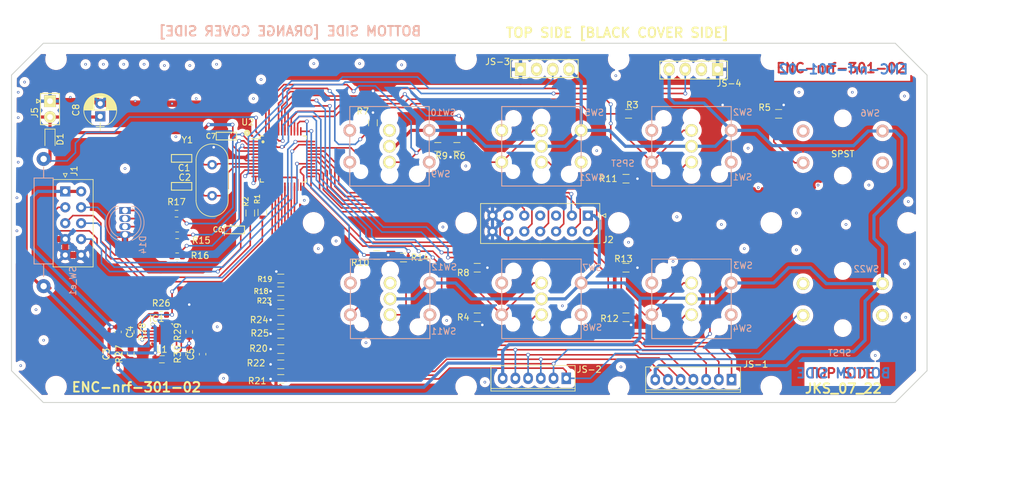
<source format=kicad_pcb>
(kicad_pcb (version 20171130) (host pcbnew "(5.1.10)-1")
  (layers (0 F.Cu signal) (31 B.Cu signal) (34 B.Paste user) (35 F.Paste user) (36 B.SilkS user) (37 F.SilkS user) (38 B.Mask user) (39 F.Mask user) (44 Edge.Cuts user))
  (net 0 "")
  (net 1 GND)
  (net 2 "Net-(D2-Pad1)")
  (net 3 "Net-(D3-Pad1)")
  (net 4 "Net-(D4-Pad1)")
  (net 5 "Net-(D5-Pad1)")
  (net 6 "Net-(D6-Pad1)")
  (net 7 "Net-(D8-Pad1)")
  (net 8 "Net-(D9-Pad1)")
  (net 9 "Net-(D10-Pad1)")
  (net 10 "Net-(D11-Pad1)")
  (net 11 "Net-(D12-Pad1)")
  (net 12 "Net-(D13-Pad1)")
  (net 13 "Net-(D14-Pad1)")
  (net 14 "Net-(D17-Pad1)")
  (net 15 "Net-(D18-Pad1)")
  (net 16 "Net-(D19-Pad1)")
  (net 17 "Net-(D20-Pad1)")
  (net 18 "Net-(D21-Pad1)")
  (net 19 "Net-(D22-Pad1)")
  (net 20 "Net-(D23-Pad1)")
  (net 21 "Net-(D24-Pad1)")
  (net 22 "Net-(D24-Pad2)")
  (net 23 /TRX_CE)
  (net 24 /MISO)
  (net 25 /TX_EN)
  (net 26 /CD)
  (net 27 /DR)
  (net 28 /MOSI)
  (net 29 "Net-(D7-Pad1)")
  (net 30 "Net-(C1-Pad1)")
  (net 31 "Net-(C2-Pad1)")
  (net 32 +3.3V)
  (net 33 /NRST)
  (net 34 "Net-(D2-Pad2)")
  (net 35 "Net-(D3-Pad2)")
  (net 36 "Net-(D4-Pad2)")
  (net 37 "Net-(D6-Pad2)")
  (net 38 "Net-(D7-Pad2)")
  (net 39 "Net-(D8-Pad2)")
  (net 40 "Net-(D9-Pad2)")
  (net 41 "Net-(D10-Pad2)")
  (net 42 "Net-(D13-Pad2)")
  (net 43 "Net-(D14-Pad2)")
  (net 44 "Net-(J1-Pad3)")
  (net 45 /SWCLK)
  (net 46 "Net-(J1-Pad5)")
  (net 47 /SWDIO)
  (net 48 "Net-(J2-Pad5)")
  (net 49 "Net-(J2-Pad7)")
  (net 50 /PW_UP)
  (net 51 /DBG_RX)
  (net 52 /DGB_TX)
  (net 53 "Net-(R15-Pad2)")
  (net 54 "Net-(D14-Pad3)")
  (net 55 "Net-(R16-Pad2)")
  (net 56 "Net-(R17-Pad2)")
  (net 57 /AI1)
  (net 58 /SCK)
  (net 59 /CSN)
  (net 60 /AI2)
  (net 61 /PFI)
  (net 62 "Net-(JS-3-Pad2)")
  (net 63 "Net-(JS-4-Pad2)")
  (net 64 /EN)
  (net 65 /VBAT)
  (net 66 /REED_PIN)
  (net 67 "Net-(IC1-Pad3)")
  (net 68 "Net-(IC1-Pad4)")
  (net 69 "Net-(IC1-Pad7)")
  (net 70 "Net-(IC1-Pad9)")
  (net 71 "Net-(D23-Pad2)")
  (net 72 "Net-(D12-Pad2)")
  (net 73 "Net-(D11-Pad2)")
  (net 74 "Net-(D5-Pad2)")
  (module Resistor_SMD:R_0603_1608Metric (layer F.Cu) (at 117 105.4)
    (fp_text reference R16 (at 3.6 -0.1) (layer F.SilkS))
    (fp_text value R)
    (pad 2 smd roundrect (at 0.825 0) (size 0.8 0.95) (layers F.Cu F.Paste F.Mask) (net 55 "Net-(R16-Pad2)"))
    (pad 1 smd roundrect (at -0.825 0) (size 0.8 0.95) (layers F.Cu F.Paste F.Mask) (net 54 "Net-(D14-Pad3)"))
  )
  (module Resistor_SMD:R_0603_1608Metric (layer F.Cu) (at 117 102.1)
    (fp_text reference R15 (at 3.8 0.8) (layer F.SilkS))
    (fp_text value R)
    (pad 2 smd roundrect (at 0.825 0) (size 0.8 0.95) (layers F.Cu F.Paste F.Mask) (net 53 "Net-(R15-Pad2)"))
    (pad 1 smd roundrect (at -0.825 0) (size 0.8 0.95) (layers F.Cu F.Paste F.Mask) (net 43 "Net-(D14-Pad2)"))
  )
  (module Resistor_SMD:R_0603_1608Metric (layer F.Cu) (at 116.9 98.7)
    (fp_text reference R17 (at 0 -1.85) (layer F.SilkS))
    (fp_text value R)
    (pad 2 smd roundrect (at 0.825 0) (size 0.8 0.95) (layers F.Cu F.Paste F.Mask) (net 56 "Net-(R17-Pad2)"))
    (pad 1 smd roundrect (at -0.825 0) (size 0.8 0.95) (layers F.Cu F.Paste F.Mask) (net 13 "Net-(D14-Pad1)"))
  )
  (module Resistor_SMD:R_0603_1608Metric (layer F.Cu) (at 118.9 120.8 90)
    (fp_text reference R30 (at 0 -1.82 90) (layer F.SilkS))
    (fp_text value R)
    (pad 2 smd roundrect (at 0.825 0 90) (size 0.8 0.95) (layers F.Cu F.Paste F.Mask) (net 69 "Net-(IC1-Pad7)"))
    (pad 1 smd roundrect (at -0.825 0 90) (size 0.8 0.95) (layers F.Cu F.Paste F.Mask) (net 65 /VBAT))
  )
  (module Resistor_SMD:R_0603_1608Metric (layer F.Cu) (at 109.7 117.3 270)
    (fp_text reference R28 (at 0 -1.82 90) (layer F.SilkS))
    (fp_text value R)
    (pad 2 smd roundrect (at 0.825 0 270) (size 0.8 0.95) (layers F.Cu F.Paste F.Mask) (net 67 "Net-(IC1-Pad3)"))
    (pad 1 smd roundrect (at -0.825 0 270) (size 0.8 0.95) (layers F.Cu F.Paste F.Mask) (net 32 +3.3V))
  )
  (module Resistor_SMD:R_0603_1608Metric (layer F.Cu) (at 118.9 117.3 90)
    (fp_text reference R29 (at 0 -1.82 90) (layer F.SilkS))
    (fp_text value R)
    (pad 2 smd roundrect (at 0.825 0 90) (size 0.8 0.95) (layers F.Cu F.Paste F.Mask) (net 1 GND))
    (pad 1 smd roundrect (at -0.825 0 90) (size 0.8 0.95) (layers F.Cu F.Paste F.Mask) (net 69 "Net-(IC1-Pad7)"))
  )
  (module Resistor_SMD:R_0603_1608Metric (layer F.Cu) (at 109.7 120.8 90)
    (fp_text reference R27 (at 0 -1.82 90) (layer F.SilkS))
    (fp_text value R)
    (pad 2 smd roundrect (at 0.825 0 90) (size 0.8 0.95) (layers F.Cu F.Paste F.Mask) (net 67 "Net-(IC1-Pad3)"))
    (pad 1 smd roundrect (at -0.825 0 90) (size 0.8 0.95) (layers F.Cu F.Paste F.Mask) (net 1 GND))
  )
  (module Capacitor_SMD:C_0603_1608Metric (layer F.Cu) (at 121 120.8 90)
    (fp_text reference C5 (at 0 -1.85 90) (layer F.SilkS))
    (fp_text value C)
    (pad 2 smd roundrect (at 0.775 0 90) (size 0.9 0.95) (layers F.Cu F.Paste F.Mask) (net 1 GND))
    (pad 1 smd roundrect (at -0.775 0 90) (size 0.9 0.95) (layers F.Cu F.Paste F.Mask) (net 65 /VBAT))
  )
  (module Resistor_SMD:R_0603_1608Metric (layer F.Cu) (at 114.5 114.6)
    (fp_text reference R26 (at 0 -1.82) (layer F.SilkS))
    (fp_text value R)
    (pad 2 smd roundrect (at 0.825 0) (size 0.8 0.95) (layers F.Cu F.Paste F.Mask) (net 68 "Net-(IC1-Pad4)"))
    (pad 1 smd roundrect (at -0.825 0) (size 0.8 0.95) (layers F.Cu F.Paste F.Mask) (net 32 +3.3V))
  )
  (module Capacitor_SMD:C_0603_1608Metric (layer F.Cu) (at 107.7 117.3 270)
    (fp_text reference C4 (at 0 -1.85 90) (layer F.SilkS))
    (fp_text value C)
    (pad 2 smd roundrect (at 0.775 0 270) (size 0.9 0.95) (layers F.Cu F.Paste F.Mask) (net 1 GND))
    (pad 1 smd roundrect (at -0.775 0 270) (size 0.9 0.95) (layers F.Cu F.Paste F.Mask) (net 32 +3.3V))
  )
  (module Capacitor_SMD:C_0603_1608Metric (layer F.Cu) (at 107.7 120.8 90)
    (fp_text reference C3 (at 0 -1.85 90) (layer F.SilkS))
    (fp_text value CP1)
    (pad 2 smd roundrect (at 0.775 0 90) (size 0.9 0.95) (layers F.Cu F.Paste F.Mask) (net 1 GND))
    (pad 1 smd roundrect (at -0.775 0 90) (size 0.9 0.95) (layers F.Cu F.Paste F.Mask) (net 32 +3.3V))
  )
  (module TPS61020DRCR:TPS61020DRCR (layer F.Cu) (at 114.58 117.700003)
    (fp_text reference IC1 (at -0.8 -2.5) (layer F.SilkS))
    (fp_text value TPS61020DRCR hide)
    (fp_poly (pts (xy 0.135001 1.499994) (xy 0.365001 1.499994) (xy 0.365001 1.099995) (xy 0.135001 1.099995)) (layer F.Cu) (width 0.1))
    (fp_poly (pts (xy -0.134998 1.099995) (xy -0.364998 1.099995) (xy -0.364998 1.499994) (xy -0.134998 1.499994)) (layer F.Cu) (width 0.1))
    (fp_poly (pts (xy -0.134998 -1.5) (xy -0.364998 -1.5) (xy -0.364998 -1.1) (xy -0.134998 -1.1)) (layer F.Cu) (width 0.1))
    (fp_poly (pts (xy 0.135001 -1.1) (xy 0.365001 -1.1) (xy 0.365001 -1.5) (xy 0.135001 -1.5)) (layer F.Cu) (width 0.1))
    (pad 1 smd oval (at -1.4 -1.000001 90) (size 0.24 0.599999) (layers F.Cu F.Paste F.Mask) (net 65 /VBAT))
    (pad 2 smd oval (at -1.4 -0.500002 90) (size 0.24 0.599999) (layers F.Cu F.Paste F.Mask) (net 32 +3.3V))
    (pad 3 smd oval (at -1.4 0 90) (size 0.24 0.599999) (layers F.Cu F.Paste F.Mask) (net 67 "Net-(IC1-Pad3)"))
    (pad 4 smd oval (at -1.4 0.499999 90) (size 0.24 0.599999) (layers F.Cu F.Paste F.Mask) (net 68 "Net-(IC1-Pad4)"))
    (pad 5 smd oval (at -1.4 0.999998 90) (size 0.24 0.599999) (layers F.Cu F.Paste F.Mask) (net 1 GND))
    (pad 6 smd oval (at 1.4 0.999998 90) (size 0.24 0.599999) (layers F.Cu F.Paste F.Mask) (net 65 /VBAT))
    (pad 7 smd oval (at 1.4 0.499999 90) (size 0.24 0.599999) (layers F.Cu F.Paste F.Mask) (net 69 "Net-(IC1-Pad7)"))
    (pad 8 smd oval (at 1.4 0 90) (size 0.24 0.599999) (layers F.Cu F.Paste F.Mask) (net 1 GND))
    (pad 9 smd oval (at 1.4 -0.500002 90) (size 0.24 0.599999) (layers F.Cu F.Paste F.Mask) (net 70 "Net-(IC1-Pad9)"))
    (pad 10 smd oval (at 1.4 -1.000001 90) (size 0.24 0.599999) (layers F.Cu F.Paste F.Mask) (net 1 GND))
    (pad 11 smd rect (at 0.000003 0) (size 1.649999 2.4) (layers F.Cu F.Mask) (net 1 GND))
  )
  (module DEVICENET:SW_ALPS_TACT (layer B.Cu) (at 150.5 112.1 180)
    (fp_text reference SW12 (at -8.5 5) (layer B.SilkS) (effects (justify mirror)))
    (fp_text value SPST)
    (pad "" np_thru_hole circle (at 0 -4.5 180) (size 1.6 1.6) (drill 1.6) (layers *.Cu *.Mask))
    (pad 1 thru_hole circle (at 6.25 2.5 180) (size 2 2) (drill 1.2) (layers *.Cu *.Mask B.SilkS) (net 37 "Net-(D6-Pad2)"))
    (pad "" np_thru_hole circle (at 0 4.5 180) (size 1.6 1.6) (drill 1.6) (layers *.Cu *.Mask))
    (pad 4 thru_hole circle (at -6.25 -2.5 180) (size 2 2) (drill 1.2) (layers *.Cu *.Mask B.SilkS))
    (pad 3 thru_hole circle (at 6.25 -2.5 180) (size 2 2) (drill 1.2) (layers *.Cu *.Mask B.SilkS))
    (pad 2 thru_hole circle (at -6.25 2.5 180) (size 2 2) (drill 1.2) (layers *.Cu *.Mask B.SilkS) (net 32 +3.3V))
  )
  (module DEVICENET:SW_ALPS_TACT (layer B.Cu) (at 150.4 88.1 180)
    (fp_text reference SW9 (at -8.05 -4.35) (layer B.SilkS) (effects (justify mirror)))
    (fp_text value SPST)
    (pad "" np_thru_hole circle (at 0 -4.5 180) (size 1.6 1.6) (drill 1.6) (layers *.Cu *.Mask))
    (pad 1 thru_hole circle (at 6.25 2.5 180) (size 2 2) (drill 1.2) (layers *.Cu *.Mask B.SilkS) (net 36 "Net-(D4-Pad2)"))
    (pad "" np_thru_hole circle (at 0 4.5 180) (size 1.6 1.6) (drill 1.6) (layers *.Cu *.Mask))
    (pad 4 thru_hole circle (at -6.25 -2.5 180) (size 2 2) (drill 1.2) (layers *.Cu *.Mask B.SilkS))
    (pad 3 thru_hole circle (at 6.25 -2.5 180) (size 2 2) (drill 1.2) (layers *.Cu *.Mask B.SilkS))
    (pad 2 thru_hole circle (at -6.25 2.5 180) (size 2 2) (drill 1.2) (layers *.Cu *.Mask B.SilkS) (net 32 +3.3V))
  )
  (module DEVICENET:SW_ALPS_TACT (layer B.Cu) (at 174.3 112.1 180)
    (fp_text reference SW8 (at -8 -4.5 180) (layer B.SilkS) (effects (justify mirror)))
    (fp_text value SPST)
    (pad "" np_thru_hole circle (at 0 -4.5 180) (size 1.6 1.6) (drill 1.6) (layers *.Cu *.Mask))
    (pad 1 thru_hole circle (at 6.25 2.5 180) (size 2 2) (drill 1.2) (layers *.Cu *.Mask B.SilkS) (net 35 "Net-(D3-Pad2)"))
    (pad "" np_thru_hole circle (at 0 4.5 180) (size 1.6 1.6) (drill 1.6) (layers *.Cu *.Mask))
    (pad 4 thru_hole circle (at -6.25 -2.5 180) (size 2 2) (drill 1.2) (layers *.Cu *.Mask B.SilkS))
    (pad 3 thru_hole circle (at 6.25 -2.5 180) (size 2 2) (drill 1.2) (layers *.Cu *.Mask B.SilkS))
    (pad 2 thru_hole circle (at -6.25 2.5 180) (size 2 2) (drill 1.2) (layers *.Cu *.Mask B.SilkS) (net 32 +3.3V))
  )
  (module DEVICENET:SW_ALPS_TACT (layer F.Cu) (at 174.3 88.1)
    (fp_text reference SW21 (at 7.9 4.9) (layer B.SilkS) (effects (justify mirror)))
    (fp_text value SPST (at 12.8 2.7) (layer B.SilkS) (effects (justify mirror)))
    (pad "" np_thru_hole circle (at 0 4.5) (size 1.6 1.6) (drill 1.6) (layers *.Cu *.Mask))
    (pad 1 thru_hole circle (at 6.25 -2.5) (size 2 2) (drill 1.2) (layers *.Cu *.Mask F.SilkS) (net 32 +3.3V))
    (pad "" np_thru_hole circle (at 0 -4.5) (size 1.6 1.6) (drill 1.6) (layers *.Cu *.Mask))
    (pad 4 thru_hole circle (at -6.25 2.5) (size 2 2) (drill 1.2) (layers *.Cu *.Mask F.SilkS))
    (pad 3 thru_hole circle (at 6.25 2.5) (size 2 2) (drill 1.2) (layers *.Cu *.Mask F.SilkS))
    (pad 2 thru_hole circle (at -6.25 -2.5) (size 2 2) (drill 1.2) (layers *.Cu *.Mask F.SilkS) (net 71 "Net-(D23-Pad2)"))
  )
  (module DEVICENET:SW_ALPS_TACT (layer B.Cu) (at 197.9 88.1 180)
    (fp_text reference SW1 (at -8 -4.85 180) (layer B.SilkS) (effects (justify mirror)))
    (fp_text value SPST)
    (pad "" np_thru_hole circle (at 0 -4.5 180) (size 1.6 1.6) (drill 1.6) (layers *.Cu *.Mask))
    (pad 1 thru_hole circle (at 6.25 2.5 180) (size 2 2) (drill 1.2) (layers *.Cu *.Mask B.SilkS) (net 42 "Net-(D13-Pad2)"))
    (pad "" np_thru_hole circle (at 0 4.5 180) (size 1.6 1.6) (drill 1.6) (layers *.Cu *.Mask))
    (pad 4 thru_hole circle (at -6.25 -2.5 180) (size 2 2) (drill 1.2) (layers *.Cu *.Mask B.SilkS))
    (pad 3 thru_hole circle (at 6.25 -2.5 180) (size 2 2) (drill 1.2) (layers *.Cu *.Mask B.SilkS))
    (pad 2 thru_hole circle (at -6.25 2.5 180) (size 2 2) (drill 1.2) (layers *.Cu *.Mask B.SilkS) (net 32 +3.3V))
  )
  (module DEVICENET:SW_ALPS_TACT (layer B.Cu) (at 197.9 112.1 180)
    (fp_text reference SW4 (at -8 -4.65 180) (layer B.SilkS) (effects (justify mirror)))
    (fp_text value SPST)
    (pad "" np_thru_hole circle (at 0 -4.5 180) (size 1.6 1.6) (drill 1.6) (layers *.Cu *.Mask))
    (pad 1 thru_hole circle (at 6.25 2.5 180) (size 2 2) (drill 1.2) (layers *.Cu *.Mask B.SilkS) (net 41 "Net-(D10-Pad2)"))
    (pad "" np_thru_hole circle (at 0 4.5 180) (size 1.6 1.6) (drill 1.6) (layers *.Cu *.Mask))
    (pad 4 thru_hole circle (at -6.25 -2.5 180) (size 2 2) (drill 1.2) (layers *.Cu *.Mask B.SilkS))
    (pad 3 thru_hole circle (at 6.25 -2.5 180) (size 2 2) (drill 1.2) (layers *.Cu *.Mask B.SilkS))
    (pad 2 thru_hole circle (at -6.25 2.5 180) (size 2 2) (drill 1.2) (layers *.Cu *.Mask B.SilkS) (net 32 +3.3V))
  )
  (module DEVICENET:SW_ALPS_TACT (layer F.Cu) (at 221.7 112.2)
    (fp_text reference SW22 (at 3.7 -4.8) (layer B.SilkS) (effects (justify mirror)))
    (fp_text value SPST (at -0.5 8.4) (layer B.SilkS) (effects (justify mirror)))
    (pad "" np_thru_hole circle (at 0 4.5) (size 1.6 1.6) (drill 1.6) (layers *.Cu *.Mask))
    (pad 1 thru_hole circle (at 6.25 -2.5) (size 2 2) (drill 1.2) (layers *.Cu *.Mask F.SilkS) (net 32 +3.3V))
    (pad "" np_thru_hole circle (at 0 -4.5) (size 1.6 1.6) (drill 1.6) (layers *.Cu *.Mask))
    (pad 4 thru_hole circle (at -6.25 2.5) (size 2 2) (drill 1.2) (layers *.Cu *.Mask F.SilkS) (net 21 "Net-(D24-Pad1)"))
    (pad 3 thru_hole circle (at 6.25 2.5) (size 2 2) (drill 1.2) (layers *.Cu *.Mask F.SilkS))
    (pad 2 thru_hole circle (at -6.25 -2.5) (size 2 2) (drill 1.2) (layers *.Cu *.Mask F.SilkS) (net 22 "Net-(D24-Pad2)"))
  )
  (module DEVICENET:SW_ALPS_TACT (layer B.Cu) (at 221.7 88.2 180)
    (fp_text reference SW6 (at -4.3 5.3) (layer B.SilkS) (effects (justify mirror)))
    (fp_text value SPST (at 0 -1.1) (layer F.SilkS))
    (pad "" np_thru_hole circle (at 0 -4.5 180) (size 1.6 1.6) (drill 1.6) (layers *.Cu *.Mask))
    (pad 1 thru_hole circle (at 6.25 2.5 180) (size 2 2) (drill 1.2) (layers *.Cu *.Mask B.SilkS) (net 38 "Net-(D7-Pad2)"))
    (pad "" np_thru_hole circle (at 0 4.5 180) (size 1.6 1.6) (drill 1.6) (layers *.Cu *.Mask))
    (pad 4 thru_hole circle (at -6.25 -2.5 180) (size 2 2) (drill 1.2) (layers *.Cu *.Mask B.SilkS))
    (pad 3 thru_hole circle (at 6.25 -2.5 180) (size 2 2) (drill 1.2) (layers *.Cu *.Mask B.SilkS))
    (pad 2 thru_hole circle (at -6.25 2.5 180) (size 2 2) (drill 1.2) (layers *.Cu *.Mask B.SilkS) (net 32 +3.3V))
  )
  (module DEVICENET:SW_MARKQUARD (layer F.Cu) (at 150.4 88.1 270)
    (fp_text reference SW10 (at -5.3 -8.45 180) (layer B.SilkS) (effects (justify mirror)))
    (fp_text value SPST)
    (pad "" np_thru_hole circle (at 4 4.5 270) (size 1.1 1.1) (drill 1.1) (layers *.Cu *.Mask))
    (pad "" np_thru_hole circle (at -4.4 4.4 270) (size 1.4 1.4) (drill 1.4) (layers *.Cu *.Mask))
    (pad "" np_thru_hole circle (at 4.4 -4.4 270) (size 1.5 1.5) (drill 1.5) (layers *.Cu *.Mask))
    (pad 1 thru_hole circle (at -2.5 0 270) (size 2 2) (drill 1.3) (layers *.Cu *.Mask F.SilkS) (net 34 "Net-(D2-Pad2)"))
    (pad 2 thru_hole circle (at 2.5 0 270) (size 2 2) (drill 1.3) (layers *.Cu *.Mask F.SilkS) (net 2 "Net-(D2-Pad1)"))
    (pad 3 thru_hole circle (at 0 0 270) (size 2 2) (drill 1.3) (layers *.Cu *.Mask F.SilkS) (net 32 +3.3V))
  )
  (module DEVICENET:SW_MARKQUARD (layer F.Cu) (at 150.5 112.1 270)
    (fp_text reference SW11 (at 5.1 -8.4) (layer B.SilkS) (effects (justify mirror)))
    (fp_text value SPST)
    (pad "" np_thru_hole circle (at 4 4.5 270) (size 1.1 1.1) (drill 1.1) (layers *.Cu *.Mask))
    (pad "" np_thru_hole circle (at -4.4 4.4 270) (size 1.4 1.4) (drill 1.4) (layers *.Cu *.Mask))
    (pad "" np_thru_hole circle (at 4.4 -4.4 270) (size 1.5 1.5) (drill 1.5) (layers *.Cu *.Mask))
    (pad 1 thru_hole circle (at -2.5 0 270) (size 2 2) (drill 1.3) (layers *.Cu *.Mask F.SilkS) (net 39 "Net-(D8-Pad2)"))
    (pad 2 thru_hole circle (at 2.5 0 270) (size 2 2) (drill 1.3) (layers *.Cu *.Mask F.SilkS) (net 7 "Net-(D8-Pad1)"))
    (pad 3 thru_hole circle (at 0 0 270) (size 2 2) (drill 1.3) (layers *.Cu *.Mask F.SilkS) (net 32 +3.3V))
  )
  (module DEVICENET:SW_MARKQUARD (layer F.Cu) (at 174.3 88.1 270)
    (fp_text reference SW5 (at -5.3 -8.3) (layer B.SilkS) (effects (justify mirror)))
    (fp_text value SPST)
    (pad "" np_thru_hole circle (at 4 4.5 270) (size 1.1 1.1) (drill 1.1) (layers *.Cu *.Mask))
    (pad "" np_thru_hole circle (at -4.4 4.4 270) (size 1.4 1.4) (drill 1.4) (layers *.Cu *.Mask))
    (pad "" np_thru_hole circle (at 4.4 -4.4 270) (size 1.5 1.5) (drill 1.5) (layers *.Cu *.Mask))
    (pad 1 thru_hole circle (at -2.5 0 270) (size 2 2) (drill 1.3) (layers *.Cu *.Mask F.SilkS) (net 40 "Net-(D9-Pad2)"))
    (pad 2 thru_hole circle (at 2.5 0 270) (size 2 2) (drill 1.3) (layers *.Cu *.Mask F.SilkS) (net 20 "Net-(D23-Pad1)"))
    (pad 3 thru_hole circle (at 0 0 270) (size 2 2) (drill 1.3) (layers *.Cu *.Mask F.SilkS) (net 32 +3.3V))
  )
  (module DEVICENET:SW_MARKQUARD (layer F.Cu) (at 174.3 112.1 270)
    (fp_text reference SW7 (at -4.9 -7.95) (layer B.SilkS) (effects (justify mirror)))
    (fp_text value SPST)
    (pad "" np_thru_hole circle (at 4 4.5 270) (size 1.1 1.1) (drill 1.1) (layers *.Cu *.Mask))
    (pad "" np_thru_hole circle (at -4.4 4.4 270) (size 1.4 1.4) (drill 1.4) (layers *.Cu *.Mask))
    (pad "" np_thru_hole circle (at 4.4 -4.4 270) (size 1.5 1.5) (drill 1.5) (layers *.Cu *.Mask))
    (pad 1 thru_hole circle (at -2.5 0 270) (size 2 2) (drill 1.3) (layers *.Cu *.Mask F.SilkS) (net 74 "Net-(D5-Pad2)"))
    (pad 2 thru_hole circle (at 2.5 0 270) (size 2 2) (drill 1.3) (layers *.Cu *.Mask F.SilkS) (net 5 "Net-(D5-Pad1)"))
    (pad 3 thru_hole circle (at 0 0 270) (size 2 2) (drill 1.3) (layers *.Cu *.Mask F.SilkS) (net 32 +3.3V))
  )
  (module DEVICENET:SW_MARKQUARD (layer F.Cu) (at 197.9 88.1 270)
    (fp_text reference SW2 (at -5.35 -8.05 180) (layer B.SilkS) (effects (justify mirror)))
    (fp_text value SPST)
    (pad "" np_thru_hole circle (at 4 4.5 270) (size 1.1 1.1) (drill 1.1) (layers *.Cu *.Mask))
    (pad "" np_thru_hole circle (at -4.4 4.4 270) (size 1.4 1.4) (drill 1.4) (layers *.Cu *.Mask))
    (pad "" np_thru_hole circle (at 4.4 -4.4 270) (size 1.5 1.5) (drill 1.5) (layers *.Cu *.Mask))
    (pad 1 thru_hole circle (at -2.5 0 270) (size 2 2) (drill 1.3) (layers *.Cu *.Mask F.SilkS) (net 72 "Net-(D12-Pad2)"))
    (pad 2 thru_hole circle (at 2.5 0 270) (size 2 2) (drill 1.3) (layers *.Cu *.Mask F.SilkS) (net 11 "Net-(D12-Pad1)"))
    (pad 3 thru_hole circle (at 0 0 270) (size 2 2) (drill 1.3) (layers *.Cu *.Mask F.SilkS) (net 32 +3.3V))
  )
  (module DEVICENET:SW_MARKQUARD (layer F.Cu) (at 197.9 112.1 270)
    (fp_text reference SW3 (at -5.25 -8.1 180) (layer B.SilkS) (effects (justify mirror)))
    (fp_text value SPST)
    (pad "" np_thru_hole circle (at 4 4.5 270) (size 1.1 1.1) (drill 1.1) (layers *.Cu *.Mask))
    (pad "" np_thru_hole circle (at -4.4 4.4 270) (size 1.4 1.4) (drill 1.4) (layers *.Cu *.Mask))
    (pad "" np_thru_hole circle (at 4.4 -4.4 270) (size 1.5 1.5) (drill 1.5) (layers *.Cu *.Mask))
    (pad 1 thru_hole circle (at -2.5 0 270) (size 2 2) (drill 1.4) (layers *.Cu *.Mask F.SilkS) (net 73 "Net-(D11-Pad2)"))
    (pad 2 thru_hole circle (at 2.5 0 270) (size 2 2) (drill 1.4) (layers *.Cu *.Mask F.SilkS) (net 10 "Net-(D11-Pad1)"))
    (pad 3 thru_hole circle (at 0 0 270) (size 2 2) (drill 1.4) (layers *.Cu *.Mask F.SilkS) (net 32 +3.3V))
  )
  (module DEVICENET:RELAY_REED_L20W2.5 (layer B.Cu) (at 96 110.1 90)
    (fp_text reference SW_e1 (at 0.8 4.6 90) (layer B.SilkS) (effects (justify mirror)))
    (fp_text value RD_RELAY)
    (pad 1 thru_hole circle (at 0 0 90) (size 2.2 2.2) (drill 1) (layers *.Cu *.Mask) (net 65 /VBAT))
    (pad 2 thru_hole oval (at 20 0 90) (size 2.2 2.2) (drill 1) (layers *.Cu *.Mask) (net 66 /REED_PIN))
  )
  (module LEDs:LED_D5.0mm-4 (layer B.Cu) (at 108.8 98.2 270)
    (fp_text reference D14 (at 5.4 -2.8 90) (layer B.SilkS) (effects (justify mirror)))
    (fp_text value LED_3528)
    (pad 1 thru_hole rect (at 0 0 270) (size 1.07 1.8) (drill 0.9) (layers *.Cu *.Mask) (net 13 "Net-(D14-Pad1)"))
    (pad 2 thru_hole oval (at 1.27 0 270) (size 1.07 1.8) (drill 0.9) (layers *.Cu *.Mask) (net 43 "Net-(D14-Pad2)"))
    (pad 3 thru_hole oval (at 2.54 0 270) (size 1.07 1.8) (drill 0.9) (layers *.Cu *.Mask) (net 54 "Net-(D14-Pad3)"))
    (pad 4 thru_hole oval (at 3.81 0 270) (size 1.07 1.8) (drill 0.9) (layers *.Cu *.Mask) (net 1 GND))
  )
  (module Mounting_Holes:MountingHole_2.2mm_M2_DIN965 (layer F.Cu) (at 138.45 100.15)
    (fp_text reference "" (at 0 -2.9) (layer F.SilkS))
    (fp_text value "")
    (pad 1 np_thru_hole circle (at 0 0) (size 2.2 2.2) (drill 2.2) (layers *.Cu *.Mask))
  )
  (module Resistors_SMD:R_0603 (layer F.Cu) (at 147.8 84.4 270)
    (fp_text reference R7 (at -1.8 1.6) (layer F.SilkS))
    (fp_text value R)
    (pad 1 smd rect (at -0.75 0 270) (size 0.5 0.9) (layers F.Cu F.Paste F.Mask) (net 1 GND))
    (pad 2 smd rect (at 0.75 0 270) (size 0.5 0.9) (layers F.Cu F.Paste F.Mask) (net 4 "Net-(D4-Pad1)"))
  )
  (module CON_2X5_2.54MM (layer F.Cu) (at 99.4 95.2 270)
    (fp_text reference J1 (at -3.2 -1.4 270) (layer F.SilkS))
    (fp_text value CONN_5X2)
    (pad 1 thru_hole rect (at 0 0 270) (size 1.6 1.6) (drill 0.8) (layers *.Cu *.Mask) (net 32 +3.3V))
    (pad 3 thru_hole circle (at 2.5 0 270) (size 1.6 1.6) (drill 0.8) (layers *.Cu *.Mask) (net 44 "Net-(J1-Pad3)"))
    (pad 5 thru_hole circle (at 5 0 270) (size 1.6 1.6) (drill 0.8) (layers *.Cu *.Mask) (net 46 "Net-(J1-Pad5)"))
    (pad 7 thru_hole circle (at 7.5 0 270) (size 1.6 1.6) (drill 0.8) (layers *.Cu *.Mask) (net 1 GND))
    (pad 9 thru_hole circle (at 10 0 270) (size 1.6 1.6) (drill 0.8) (layers *.Cu *.Mask B.Adhes) (net 1 GND))
    (pad 2 thru_hole circle (at 0 -2.5 270) (size 1.6 1.6) (drill 0.8) (layers *.Cu *.Mask) (net 32 +3.3V))
    (pad 4 thru_hole circle (at 2.5 -2.5 270) (size 1.6 1.6) (drill 0.8) (layers *.Cu *.Mask) (net 45 /SWCLK))
    (pad 6 thru_hole circle (at 5 -2.5 270) (size 1.6 1.6) (drill 0.8) (layers *.Cu *.Mask) (net 47 /SWDIO))
    (pad 8 thru_hole circle (at 7.5 -2.5 270) (size 1.6 1.6) (drill 0.8) (layers *.Cu *.Mask) (net 33 /NRST))
    (pad 10 thru_hole circle (at 10 -2.5 270) (size 1.6 1.6) (drill 0.8) (layers *.Cu *.Mask) (net 1 GND))
  )
  (module DEVICENET:HS_0603 (layer F.Cu) (at 126 101.25 180)
    (fp_text reference C6 (at 2.6 0.05) (layer F.SilkS) (effects (font (size 0.8 0.8))))
    (fp_text value C)
    (pad 2 smd rect (at 1 0 180) (size 0.9 0.8) (layers F.Cu F.Paste F.Mask) (net 1 GND))
    (pad 1 smd rect (at -1 0 180) (size 0.9 0.8) (layers F.Cu F.Paste F.Mask) (net 33 /NRST))
  )
  (module DEVICENET:HS_0603 (layer F.Cu) (at 124.75 86.5 180)
    (fp_text reference C7 (at 2.45 0) (layer F.SilkS) (effects (font (size 0.8 0.8))))
    (fp_text value C)
    (pad 2 smd rect (at 1 0 180) (size 0.9 0.8) (layers F.Cu F.Paste F.Mask) (net 1 GND))
    (pad 1 smd rect (at -1 0 180) (size 0.9 0.8) (layers F.Cu F.Paste F.Mask) (net 65 /VBAT))
  )
  (module Crystals:Crystal_HC49-4H_Vertical (layer F.Cu) (at 122.5 91 270)
    (fp_text reference Y1 (at -3.9 3.9) (layer F.SilkS))
    (fp_text value Crystal)
    (pad 1 thru_hole circle (at 0 0 270) (size 1.5 1.5) (drill 0.8) (layers *.Cu *.Mask) (net 30 "Net-(C1-Pad1)"))
    (pad 2 thru_hole circle (at 4.88 0 270) (size 1.5 1.5) (drill 0.8) (layers *.Cu *.Mask) (net 31 "Net-(C2-Pad1)"))
  )
  (module Mounting_Holes:MountingHole_2.2mm_M2_DIN965 (layer F.Cu) (at 97.95 74.4)
    (fp_text reference "" (at 0 -2.9) (layer F.SilkS))
    (fp_text value "" hide)
    (pad 1 np_thru_hole circle (at 0 0) (size 2.2 2.2) (drill 2.2) (layers *.Cu *.Mask))
  )
  (module Mounting_Holes:MountingHole_2.2mm_M2_DIN965 (layer F.Cu) (at 97.95 125.9)
    (fp_text reference "" (at -1.9 6.9) (layer F.SilkS))
    (fp_text value "" hide)
    (pad 1 np_thru_hole circle (at 0 0) (size 2.2 2.2) (drill 2.2) (layers *.Cu *.Mask))
  )
  (module Mounting_Holes:MountingHole_2.2mm_M2_DIN965 (layer F.Cu) (at 162.45 74.4)
    (fp_text reference "" (at 0 -2.9) (layer F.SilkS))
    (fp_text value "" hide)
    (pad 1 np_thru_hole circle (at 0 0) (size 2.2 2.2) (drill 2.2) (layers *.Cu *.Mask))
  )
  (module Mounting_Holes:MountingHole_2.2mm_M2_DIN965 (layer F.Cu) (at 186.45 74.4)
    (fp_text reference "" (at 0 -2.9) (layer F.SilkS))
    (fp_text value "" hide)
    (pad 1 np_thru_hole circle (at 0 0) (size 2.2 2.2) (drill 2.2) (layers *.Cu *.Mask))
  )
  (module Mounting_Holes:MountingHole_2.2mm_M2_DIN965 (layer F.Cu) (at 210.45 74.4)
    (fp_text reference "" (at 0 -2.9) (layer F.SilkS))
    (fp_text value "" hide)
    (pad 1 np_thru_hole circle (at 0 0) (size 2.2 2.2) (drill 2.2) (layers *.Cu *.Mask))
  )
  (module Mounting_Holes:MountingHole_2.2mm_M2_DIN965 (layer F.Cu) (at 162.45 125.9)
    (fp_text reference "" (at 0 -2.9) (layer F.SilkS))
    (fp_text value "" hide)
    (pad 1 np_thru_hole circle (at 0 0) (size 2.2 2.2) (drill 2.2) (layers *.Cu *.Mask))
  )
  (module Mounting_Holes:MountingHole_2.2mm_M2_DIN965 (layer F.Cu) (at 186.45 126)
    (fp_text reference "" (at 0 -2.9) (layer F.SilkS))
    (fp_text value "" hide)
    (pad 1 np_thru_hole circle (at 0 0) (size 2.2 2.2) (drill 2.2) (layers *.Cu *.Mask))
  )
  (module Mounting_Holes:MountingHole_2.2mm_M2_DIN965 (layer F.Cu) (at 210.45 125.9)
    (fp_text reference "" (at 0 -2.9) (layer F.SilkS))
    (fp_text value "" hide)
    (pad 1 np_thru_hole circle (at 0 0) (size 2.2 2.2) (drill 2.2) (layers *.Cu *.Mask))
  )
  (module Mounting_Holes:MountingHole_2.2mm_M2_DIN965 (layer F.Cu) (at 231.95 100.15)
    (fp_text reference "" (at 0 -2.9) (layer F.SilkS))
    (fp_text value "" hide)
    (pad 1 np_thru_hole circle (at 0 0) (size 2.2 2.2) (drill 2.2) (layers *.Cu *.Mask))
  )
  (module Mounting_Holes:MountingHole_2.2mm_M2_DIN965 (layer F.Cu) (at 210.45 100.15)
    (fp_text reference "" (at 0 -2.9) (layer F.SilkS))
    (fp_text value "" hide)
    (pad 1 np_thru_hole circle (at 0 0) (size 2.2 2.2) (drill 2.2) (layers *.Cu *.Mask))
  )
  (module Mounting_Holes:MountingHole_2.2mm_M2_DIN965 (layer F.Cu) (at 186.45 100.15)
    (fp_text reference "" (at 0 -2.9) (layer F.SilkS))
    (fp_text value "" hide)
    (pad 1 np_thru_hole circle (at 0 0) (size 2.2 2.2) (drill 2.2) (layers *.Cu *.Mask))
  )
  (module DEVICENET:CONN_2X7_2.54MM (layer F.Cu) (at 181.6 99 180)
    (fp_text reference J2 (at -3.2 -3.8 180) (layer F.SilkS))
    (fp_text value CONN_7X2)
    (pad 1 thru_hole rect (at 0 0 180) (size 1.6 1.6) (drill 0.8) (layers *.Cu *.Mask) (net 32 +3.3V))
    (pad 3 thru_hole circle (at 2.5 0 180) (size 1.6 1.6) (drill 0.8) (layers *.Cu *.Mask) (net 23 /TRX_CE))
    (pad 5 thru_hole circle (at 5 0 180) (size 1.6 1.6) (drill 0.8) (layers *.Cu *.Mask) (net 48 "Net-(J2-Pad5)"))
    (pad 7 thru_hole circle (at 7.5 0 180) (size 1.6 1.6) (drill 0.8) (layers *.Cu *.Mask) (net 49 "Net-(J2-Pad7)"))
    (pad 9 thru_hole circle (at 10 0 180) (size 1.6 1.6) (drill 0.8) (layers *.Cu *.Mask) (net 24 /MISO))
    (pad 11 thru_hole circle (at 12.5 0 180) (size 1.6 1.6) (drill 0.8) (layers *.Cu *.Mask) (net 58 /SCK))
    (pad 13 thru_hole circle (at 15 0 180) (size 1.6 1.6) (drill 0.8) (layers *.Cu *.Mask) (net 1 GND))
    (pad 2 thru_hole circle (at 0 -2.5 180) (size 1.6 1.6) (drill 0.8) (layers *.Cu *.Mask) (net 25 /TX_EN))
    (pad 4 thru_hole circle (at 2.5 -2.5 180) (size 1.6 1.6) (drill 0.8) (layers *.Cu *.Mask) (net 50 /PW_UP))
    (pad 6 thru_hole circle (at 5 -2.5 180) (size 1.6 1.6) (drill 0.8) (layers *.Cu *.Mask) (net 26 /CD))
    (pad 8 thru_hole circle (at 7.5 -2.5 180) (size 1.6 1.6) (drill 0.8) (layers *.Cu *.Mask) (net 27 /DR))
    (pad 10 thru_hole circle (at 10 -2.5 180) (size 1.6 1.6) (drill 0.8) (layers *.Cu *.Mask) (net 28 /MOSI))
    (pad 12 thru_hole circle (at 12.5 -2.5 180) (size 1.6 1.6) (drill 0.8) (layers *.Cu *.Mask) (net 59 /CSN))
    (pad 14 thru_hole circle (at 15 -2.5 180) (size 1.6 1.6) (drill 0.8) (layers *.Cu *.Mask) (net 1 GND))
  )
  (module Resistors_SMD:R_0603 (layer F.Cu) (at 164.2 107.2 180)
    (fp_text reference R8 (at 2.2 -0.8 180) (layer F.SilkS))
    (fp_text value R)
    (pad 1 smd rect (at -0.75 0 180) (size 0.5 0.9) (layers F.Cu F.Paste F.Mask) (net 1 GND))
    (pad 2 smd rect (at 0.75 0 180) (size 0.5 0.9) (layers F.Cu F.Paste F.Mask) (net 3 "Net-(D3-Pad1)"))
  )
  (module Resistors_SMD:R_0603 (layer F.Cu) (at 158 88.2 180)
    (fp_text reference R9 (at -0.6 -1.4 180) (layer F.SilkS))
    (fp_text value R)
    (pad 1 smd rect (at -0.75 0 180) (size 0.5 0.9) (layers F.Cu F.Paste F.Mask) (net 1 GND))
    (pad 2 smd rect (at 0.75 0 180) (size 0.5 0.9) (layers F.Cu F.Paste F.Mask) (net 2 "Net-(D2-Pad1)"))
  )
  (module Resistors_SMD:R_0603 (layer F.Cu) (at 148.4 105.2 180)
    (fp_text reference R10 (at 2.6 -1.2 180) (layer F.SilkS))
    (fp_text value R)
    (pad 1 smd rect (at -0.75 0 180) (size 0.5 0.9) (layers F.Cu F.Paste F.Mask) (net 1 GND))
    (pad 2 smd rect (at 0.75 0 180) (size 0.5 0.9) (layers F.Cu F.Paste F.Mask) (net 6 "Net-(D6-Pad1)"))
  )
  (module Resistors_SMD:R_0603 (layer F.Cu) (at 187.6 93.2 180)
    (fp_text reference R11 (at 2.8 0 180) (layer F.SilkS))
    (fp_text value R)
    (pad 1 smd rect (at -0.75 0 180) (size 0.5 0.9) (layers F.Cu F.Paste F.Mask) (net 1 GND))
    (pad 2 smd rect (at 0.75 0 180) (size 0.5 0.9) (layers F.Cu F.Paste F.Mask) (net 11 "Net-(D12-Pad1)"))
  )
  (module Resistors_SMD:R_0603 (layer F.Cu) (at 187.6 115 180)
    (fp_text reference R12 (at 2.6 -0.2 180) (layer F.SilkS))
    (fp_text value R)
    (pad 1 smd rect (at -0.75 0 180) (size 0.5 0.9) (layers F.Cu F.Paste F.Mask) (net 1 GND))
    (pad 2 smd rect (at 0.75 0 180) (size 0.5 0.9) (layers F.Cu F.Paste F.Mask) (net 10 "Net-(D11-Pad1)"))
  )
  (module Resistors_SMD:R_0603 (layer F.Cu) (at 187.6 107.2 180)
    (fp_text reference R13 (at 0.4 1.4) (layer F.SilkS))
    (fp_text value R)
    (pad 1 smd rect (at -0.75 0 180) (size 0.5 0.9) (layers F.Cu F.Paste F.Mask) (net 1 GND))
    (pad 2 smd rect (at 0.75 0 180) (size 0.5 0.9) (layers F.Cu F.Paste F.Mask) (net 9 "Net-(D10-Pad1)"))
  )
  (module Resistors_SMD:R_0603 (layer F.Cu) (at 152.6 105.6)
    (fp_text reference R14 (at 2.6 0) (layer F.SilkS))
    (fp_text value R)
    (pad 1 smd rect (at -0.75 0) (size 0.5 0.9) (layers F.Cu F.Paste F.Mask) (net 1 GND))
    (pad 2 smd rect (at 0.75 0) (size 0.5 0.9) (layers F.Cu F.Paste F.Mask) (net 7 "Net-(D8-Pad1)"))
  )
  (module Resistors_SMD:R_0603 (layer F.Cu) (at 133.3 110.9)
    (fp_text reference R18 (at -3.1 0) (layer F.SilkS) (effects (font (size 0.8 0.8))))
    (fp_text value R)
    (pad 1 smd rect (at -0.75 0) (size 0.5 0.9) (layers F.Cu F.Paste F.Mask) (net 1 GND))
    (pad 2 smd rect (at 0.75 0) (size 0.5 0.9) (layers F.Cu F.Paste F.Mask) (net 15 "Net-(D18-Pad1)"))
  )
  (module Resistors_SMD:R_0603 (layer F.Cu) (at 133.3 108.9)
    (fp_text reference R19 (at -2.5 0.1 180) (layer F.SilkS) (effects (font (size 0.8 0.8))))
    (fp_text value R)
    (pad 1 smd rect (at -0.75 0) (size 0.5 0.9) (layers F.Cu F.Paste F.Mask) (net 1 GND))
    (pad 2 smd rect (at 0.75 0) (size 0.5 0.9) (layers F.Cu F.Paste F.Mask) (net 14 "Net-(D17-Pad1)"))
  )
  (module Resistors_SMD:R_0603 (layer F.Cu) (at 133.3 120)
    (fp_text reference R20 (at -3.5 -0.1) (layer F.SilkS))
    (fp_text value R)
    (pad 1 smd rect (at -0.75 0) (size 0.5 0.9) (layers F.Cu F.Paste F.Mask) (net 1 GND))
    (pad 2 smd rect (at 0.75 0) (size 0.5 0.9) (layers F.Cu F.Paste F.Mask) (net 19 "Net-(D22-Pad1)"))
  )
  (module Resistors_SMD:R_0603 (layer F.Cu) (at 133.3 124.7)
    (fp_text reference R21 (at -3.7 0.3) (layer F.SilkS))
    (fp_text value R)
    (pad 1 smd rect (at -0.75 0) (size 0.5 0.9) (layers F.Cu F.Paste F.Mask) (net 1 GND))
    (pad 2 smd rect (at 0.75 0) (size 0.5 0.9) (layers F.Cu F.Paste F.Mask) (net 21 "Net-(D24-Pad1)"))
  )
  (module Resistors_SMD:R_0603 (layer F.Cu) (at 133.3 122.4)
    (fp_text reference R22 (at -3.9 -0.2 180) (layer F.SilkS))
    (fp_text value R)
    (pad 1 smd rect (at -0.75 0) (size 0.5 0.9) (layers F.Cu F.Paste F.Mask) (net 1 GND))
    (pad 2 smd rect (at 0.75 0) (size 0.5 0.9) (layers F.Cu F.Paste F.Mask) (net 20 "Net-(D23-Pad1)"))
  )
  (module Resistors_SMD:R_0603 (layer F.Cu) (at 133.3 113)
    (fp_text reference R23 (at -2.6 -0.6) (layer F.SilkS) (effects (font (size 0.8 0.8))))
    (fp_text value R)
    (pad 1 smd rect (at -0.75 0) (size 0.5 0.9) (layers F.Cu F.Paste F.Mask) (net 1 GND))
    (pad 2 smd rect (at 0.75 0) (size 0.5 0.9) (layers F.Cu F.Paste F.Mask) (net 16 "Net-(D19-Pad1)"))
  )
  (module Resistors_SMD:R_0603 (layer F.Cu) (at 133.3 115.4)
    (fp_text reference R24 (at -3.4 0) (layer F.SilkS))
    (fp_text value R)
    (pad 1 smd rect (at -0.75 0) (size 0.5 0.9) (layers F.Cu F.Paste F.Mask) (net 1 GND))
    (pad 2 smd rect (at 0.75 0) (size 0.5 0.9) (layers F.Cu F.Paste F.Mask) (net 17 "Net-(D20-Pad1)"))
  )
  (module Resistors_SMD:R_0603 (layer F.Cu) (at 133.3 117.6)
    (fp_text reference R25 (at -3.3 -0.1) (layer F.SilkS))
    (fp_text value R)
    (pad 1 smd rect (at -0.75 0) (size 0.5 0.9) (layers F.Cu F.Paste F.Mask) (net 1 GND))
    (pad 2 smd rect (at 0.75 0) (size 0.5 0.9) (layers F.Cu F.Paste F.Mask) (net 18 "Net-(D21-Pad1)"))
  )
  (module Housings_QFP:LQFP-48_7x7mm_Pitch0.5mm (layer F.Cu) (at 133.7 90.1)
    (fp_text reference U2 (at -5.6 -5.8) (layer F.SilkS))
    (fp_text value STM32G030C6T6)
    (pad 1 smd rect (at -4.35 -2.75) (size 1.3 0.25) (layers F.Cu F.Paste F.Mask) (net 56 "Net-(R17-Pad2)"))
    (pad 2 smd rect (at -4.35 -2.25) (size 1.3 0.25) (layers F.Cu F.Paste F.Mask) (net 53 "Net-(R15-Pad2)"))
    (pad 3 smd rect (at -4.35 -1.75) (size 1.3 0.25) (layers F.Cu F.Paste F.Mask) (net 55 "Net-(R16-Pad2)"))
    (pad 4 smd rect (at -4.35 -1.25) (size 1.3 0.25) (layers F.Cu F.Paste F.Mask) (net 65 /VBAT))
    (pad 5 smd rect (at -4.35 -0.75) (size 1.3 0.25) (layers F.Cu F.Paste F.Mask) (net 1 GND))
    (pad 6 smd rect (at -4.35 -0.25) (size 1.3 0.25) (layers F.Cu F.Paste F.Mask) (net 65 /VBAT))
    (pad 7 smd rect (at -4.35 0.25) (size 1.3 0.25) (layers F.Cu F.Paste F.Mask) (net 1 GND))
    (pad 8 smd rect (at -4.35 0.75) (size 1.3 0.25) (layers F.Cu F.Paste F.Mask) (net 30 "Net-(C1-Pad1)"))
    (pad 9 smd rect (at -4.35 1.25) (size 1.3 0.25) (layers F.Cu F.Paste F.Mask) (net 31 "Net-(C2-Pad1)"))
    (pad 10 smd rect (at -4.35 1.75) (size 1.3 0.25) (layers F.Cu F.Paste F.Mask) (net 33 /NRST))
    (pad 11 smd rect (at -4.35 2.25) (size 1.3 0.25) (layers F.Cu F.Paste F.Mask) (net 57 /AI1))
    (pad 12 smd rect (at -4.35 2.75) (size 1.3 0.25) (layers F.Cu F.Paste F.Mask) (net 60 /AI2))
    (pad 13 smd rect (at -2.75 4.35 90) (size 1.3 0.25) (layers F.Cu F.Paste F.Mask) (net 52 /DGB_TX))
    (pad 14 smd rect (at -2.25 4.35 90) (size 1.3 0.25) (layers F.Cu F.Paste F.Mask) (net 51 /DBG_RX))
    (pad 15 smd rect (at -1.75 4.35 90) (size 1.3 0.25) (layers F.Cu F.Paste F.Mask) (net 21 "Net-(D24-Pad1)"))
    (pad 16 smd rect (at -1.25 4.35 90) (size 1.3 0.25) (layers F.Cu F.Paste F.Mask) (net 20 "Net-(D23-Pad1)"))
    (pad 17 smd rect (at -0.75 4.35 90) (size 1.3 0.25) (layers F.Cu F.Paste F.Mask) (net 19 "Net-(D22-Pad1)"))
    (pad 18 smd rect (at -0.25 4.35 90) (size 1.3 0.25) (layers F.Cu F.Paste F.Mask) (net 18 "Net-(D21-Pad1)"))
    (pad 19 smd rect (at 0.25 4.35 90) (size 1.3 0.25) (layers F.Cu F.Paste F.Mask) (net 17 "Net-(D20-Pad1)"))
    (pad 20 smd rect (at 0.75 4.35 90) (size 1.3 0.25) (layers F.Cu F.Paste F.Mask) (net 16 "Net-(D19-Pad1)"))
    (pad 21 smd rect (at 1.25 4.35 90) (size 1.3 0.25) (layers F.Cu F.Paste F.Mask) (net 15 "Net-(D18-Pad1)"))
    (pad 22 smd rect (at 1.75 4.35 90) (size 1.3 0.25) (layers F.Cu F.Paste F.Mask) (net 14 "Net-(D17-Pad1)"))
    (pad 23 smd rect (at 2.25 4.35 90) (size 1.3 0.25) (layers F.Cu F.Paste F.Mask) (net 66 /REED_PIN))
    (pad 24 smd rect (at 2.75 4.35 90) (size 1.3 0.25) (layers F.Cu F.Paste F.Mask) (net 64 /EN))
    (pad 25 smd rect (at 4.35 2.75) (size 1.3 0.25) (layers F.Cu F.Paste F.Mask) (net 58 /SCK))
    (pad 26 smd rect (at 4.35 2.25) (size 1.3 0.25) (layers F.Cu F.Paste F.Mask) (net 24 /MISO))
    (pad 27 smd rect (at 4.35 1.75) (size 1.3 0.25) (layers F.Cu F.Paste F.Mask) (net 28 /MOSI))
    (pad 28 smd rect (at 4.35 1.25) (size 1.3 0.25) (layers F.Cu F.Paste F.Mask) (net 59 /CSN))
    (pad 29 smd rect (at 4.35 0.75) (size 1.3 0.25) (layers F.Cu F.Paste F.Mask) (net 61 /PFI))
    (pad 30 smd rect (at 4.35 0.25) (size 1.3 0.25) (layers F.Cu F.Paste F.Mask) (net 27 /DR))
    (pad 31 smd rect (at 4.35 -0.25) (size 1.3 0.25) (layers F.Cu F.Paste F.Mask) (net 26 /CD))
    (pad 32 smd rect (at 4.35 -0.75) (size 1.3 0.25) (layers F.Cu F.Paste F.Mask) (net 50 /PW_UP))
    (pad 33 smd rect (at 4.35 -1.25) (size 1.3 0.25) (layers F.Cu F.Paste F.Mask) (net 23 /TRX_CE))
    (pad 34 smd rect (at 4.35 -1.75) (size 1.3 0.25) (layers F.Cu F.Paste F.Mask) (net 25 /TX_EN))
    (pad 35 smd rect (at 4.35 -2.25) (size 1.3 0.25) (layers F.Cu F.Paste F.Mask) (net 47 /SWDIO))
    (pad 36 smd rect (at 4.35 -2.75) (size 1.3 0.25) (layers F.Cu F.Paste F.Mask) (net 45 /SWCLK))
    (pad 37 smd rect (at 2.75 -4.35 90) (size 1.3 0.25) (layers F.Cu F.Paste F.Mask) (net 7 "Net-(D8-Pad1)"))
    (pad 38 smd rect (at 2.25 -4.35 90) (size 1.3 0.25) (layers F.Cu F.Paste F.Mask) (net 6 "Net-(D6-Pad1)"))
    (pad 39 smd rect (at 1.75 -4.35 90) (size 1.3 0.25) (layers F.Cu F.Paste F.Mask) (net 12 "Net-(D13-Pad1)"))
    (pad 40 smd rect (at 1.25 -4.35 90) (size 1.3 0.25) (layers F.Cu F.Paste F.Mask) (net 11 "Net-(D12-Pad1)"))
    (pad 41 smd rect (at 0.75 -4.35 90) (size 1.3 0.25) (layers F.Cu F.Paste F.Mask) (net 10 "Net-(D11-Pad1)"))
    (pad 42 smd rect (at 0.25 -4.35 90) (size 1.3 0.25) (layers F.Cu F.Paste F.Mask) (net 9 "Net-(D10-Pad1)"))
    (pad 43 smd rect (at -0.25 -4.35 90) (size 1.3 0.25) (layers F.Cu F.Paste F.Mask) (net 8 "Net-(D9-Pad1)"))
    (pad 44 smd rect (at -0.75 -4.35 90) (size 1.3 0.25) (layers F.Cu F.Paste F.Mask) (net 29 "Net-(D7-Pad1)"))
    (pad 45 smd rect (at -1.25 -4.35 90) (size 1.3 0.25) (layers F.Cu F.Paste F.Mask) (net 5 "Net-(D5-Pad1)"))
    (pad 46 smd rect (at -1.75 -4.35 90) (size 1.3 0.25) (layers F.Cu F.Paste F.Mask) (net 3 "Net-(D3-Pad1)"))
    (pad 47 smd rect (at -2.25 -4.35 90) (size 1.3 0.25) (layers F.Cu F.Paste F.Mask) (net 4 "Net-(D4-Pad1)"))
    (pad 48 smd rect (at -2.75 -4.35 90) (size 1.3 0.25) (layers F.Cu F.Paste F.Mask) (net 2 "Net-(D2-Pad1)"))
  )
  (module DEVICENET:MS_0603 (layer F.Cu) (at 117.7 90 180)
    (fp_text reference C1 (at -0.4 -1.5 180) (layer F.SilkS))
    (fp_text value C)
    (pad 2 smd rect (at 0.9 0 180) (size 0.8 0.7) (layers F.Cu F.Paste F.Mask) (net 1 GND))
    (pad 1 smd rect (at -0.9 0 180) (size 0.8 0.7) (layers F.Cu F.Paste F.Mask) (net 30 "Net-(C1-Pad1)"))
  )
  (module DEVICENET:MS_0603 (layer F.Cu) (at 117.7 94.4 180)
    (fp_text reference C2 (at -0.5 1.4 180) (layer F.SilkS))
    (fp_text value C)
    (pad 2 smd rect (at 0.9 0 180) (size 0.8 0.7) (layers F.Cu F.Paste F.Mask) (net 1 GND))
    (pad 1 smd rect (at -0.9 0 180) (size 0.8 0.7) (layers F.Cu F.Paste F.Mask) (net 31 "Net-(C2-Pad1)"))
  )
  (module Diodes_SMD:D_0805 (layer F.Cu) (at 97 87 270)
    (fp_text reference D1 (at 0 -1.6 270) (layer F.SilkS))
    (fp_text value D)
    (pad 1 smd rect (at -1.05 0 270) (size 0.8 0.9) (layers F.Cu F.Paste F.Mask) (net 65 /VBAT))
    (pad 2 smd rect (at 1.05 0 270) (size 0.8 0.9) (layers F.Cu F.Paste F.Mask) (net 66 /REED_PIN))
  )
  (module DEVICENET:2.5MM_BERGE (layer F.Cu) (at 97 81 270)
    (fp_text reference J5 (at 1.825 2.4 270) (layer F.SilkS))
    (fp_text value CONN_2)
    (pad 1 thru_hole rect (at 0 0 270) (size 1.85 1.85) (drill 0.9) (layers *.Cu *.Mask F.SilkS) (net 1 GND))
    (pad 2 thru_hole circle (at 2.5 0 270) (size 1.85 1.85) (drill 0.9) (layers *.Cu *.Mask F.SilkS) (net 65 /VBAT))
  )
  (module Resistors_SMD:R_0603 (layer F.Cu) (at 130.4 98.5 90)
    (fp_text reference R1 (at 2.1 -0.8 90) (layer F.SilkS) (effects (font (size 0.8 0.8))))
    (fp_text value R)
    (pad 1 smd rect (at -0.75 0 90) (size 0.5 0.9) (layers F.Cu F.Paste F.Mask) (net 44 "Net-(J1-Pad3)"))
    (pad 2 smd rect (at 0.75 0 90) (size 0.5 0.9) (layers F.Cu F.Paste F.Mask) (net 51 /DBG_RX))
  )
  (module Resistors_SMD:R_0603 (layer F.Cu) (at 128.5 98.6 90)
    (fp_text reference R2 (at 1.8 -0.7 90) (layer F.SilkS) (effects (font (size 0.8 0.8))))
    (fp_text value R)
    (pad 1 smd rect (at -0.75 0 90) (size 0.5 0.9) (layers F.Cu F.Paste F.Mask) (net 46 "Net-(J1-Pad5)"))
    (pad 2 smd rect (at 0.75 0 90) (size 0.5 0.9) (layers F.Cu F.Paste F.Mask) (net 52 /DGB_TX))
  )
  (module Resistors_SMD:R_0603 (layer F.Cu) (at 188 83 180)
    (fp_text reference R3 (at -0.6 1.4 180) (layer F.SilkS))
    (fp_text value R)
    (pad 1 smd rect (at -0.75 0 180) (size 0.5 0.9) (layers F.Cu F.Paste F.Mask) (net 1 GND))
    (pad 2 smd rect (at 0.75 0 180) (size 0.5 0.9) (layers F.Cu F.Paste F.Mask) (net 12 "Net-(D13-Pad1)"))
  )
  (module Resistors_SMD:R_0603 (layer F.Cu) (at 164.2 115 180)
    (fp_text reference R4 (at 2.2 0 180) (layer F.SilkS))
    (fp_text value R)
    (pad 1 smd rect (at -0.75 0 180) (size 0.5 0.9) (layers F.Cu F.Paste F.Mask) (net 1 GND))
    (pad 2 smd rect (at 0.75 0 180) (size 0.5 0.9) (layers F.Cu F.Paste F.Mask) (net 5 "Net-(D5-Pad1)"))
  )
  (module Resistors_SMD:R_0603 (layer F.Cu) (at 211.6 83 180)
    (fp_text reference R5 (at 2.2 1 180) (layer F.SilkS))
    (fp_text value R)
    (pad 1 smd rect (at -0.75 0 180) (size 0.5 0.9) (layers F.Cu F.Paste F.Mask) (net 1 GND))
    (pad 2 smd rect (at 0.75 0 180) (size 0.5 0.9) (layers F.Cu F.Paste F.Mask) (net 29 "Net-(D7-Pad1)"))
  )
  (module Resistors_SMD:R_0603 (layer F.Cu) (at 161 88.2)
    (fp_text reference R6 (at 0.4 1.4) (layer F.SilkS))
    (fp_text value R)
    (pad 1 smd rect (at -0.75 0) (size 0.5 0.9) (layers F.Cu F.Paste F.Mask) (net 1 GND))
    (pad 2 smd rect (at 0.75 0) (size 0.5 0.9) (layers F.Cu F.Paste F.Mask) (net 8 "Net-(D9-Pad1)"))
  )
  (module Capacitors_ThroughHole:CP_Radial_D5.0mm_P2.00mm (layer F.Cu) (at 104.9 83.4 90)
    (fp_text reference C8 (at 1 -3.81 90) (layer F.SilkS))
    (fp_text value C)
    (pad 1 thru_hole rect (at 0 0 90) (size 1.6 1.6) (drill 0.8) (layers *.Cu *.Mask) (net 65 /VBAT))
    (pad 2 thru_hole circle (at 2 0 90) (size 1.6 1.6) (drill 0.8) (layers *.Cu *.Mask) (net 1 GND))
  )
  (module DEVICENET:CON_2.0MM_7PIN (layer F.Cu) (at 204.2 124.8 180)
    (fp_text reference JS-1 (at -3.8 2.4 180) (layer F.SilkS))
    (fp_text value CONN_7)
    (pad 1 thru_hole rect (at 0 0 180) (size 1.5 1.8) (drill 0.8) (layers *.Cu *.Mask) (net 14 "Net-(D17-Pad1)"))
    (pad 2 thru_hole oval (at 2 0 180) (size 1.5 1.8) (drill 0.8) (layers *.Cu *.Mask) (net 15 "Net-(D18-Pad1)"))
    (pad 3 thru_hole oval (at 4 0 180) (size 1.5 1.8) (drill 0.8) (layers *.Cu *.Mask) (net 16 "Net-(D19-Pad1)"))
    (pad 4 thru_hole oval (at 6 0 180) (size 1.5 1.8) (drill 0.8) (layers *.Cu *.Mask) (net 17 "Net-(D20-Pad1)"))
    (pad 5 thru_hole oval (at 8 0 180) (size 1.5 1.8) (drill 0.8) (layers *.Cu *.Mask) (net 18 "Net-(D21-Pad1)"))
    (pad 6 thru_hole oval (at 10 0 180) (size 1.5 1.8) (drill 0.8) (layers *.Cu *.Mask) (net 19 "Net-(D22-Pad1)"))
    (pad 7 thru_hole oval (at 12 0 180) (size 1.5 1.8) (drill 0.8) (layers *.Cu *.Mask) (net 32 +3.3V))
  )
  (module DEVICENET:CON_2.0MM_6PIN (layer F.Cu) (at 178.2 124.6 180)
    (fp_text reference JS-2 (at -3.6 1.4 180) (layer F.SilkS))
    (fp_text value CONN_6)
    (pad 1 thru_hole rect (at 0 0 180) (size 1.5 1.8) (drill 0.8) (layers *.Cu *.Mask) (net 21 "Net-(D24-Pad1)"))
    (pad 2 thru_hole oval (at 2 0 180) (size 1.5 1.8) (drill 0.8) (layers *.Cu *.Mask) (net 20 "Net-(D23-Pad1)"))
    (pad 3 thru_hole oval (at 4 0 180) (size 1.5 1.8) (drill 0.8) (layers *.Cu *.Mask) (net 19 "Net-(D22-Pad1)"))
    (pad 4 thru_hole oval (at 6 0 180) (size 1.5 1.8) (drill 0.8) (layers *.Cu *.Mask) (net 18 "Net-(D21-Pad1)"))
    (pad 5 thru_hole oval (at 8 0 180) (size 1.5 1.8) (drill 0.8) (layers *.Cu *.Mask) (net 17 "Net-(D20-Pad1)"))
    (pad 6 thru_hole oval (at 10 0 180) (size 1.5 1.8) (drill 0.8) (layers *.Cu *.Mask) (net 32 +3.3V))
  )
  (module DEVICENET:2.54MM_BERGE_4PIN (layer F.Cu) (at 171 76 90)
    (fp_text reference JS-3 (at 1.2 -3.6 180) (layer F.SilkS))
    (fp_text value CONN_4)
    (pad 1 thru_hole rect (at 0 0 90) (size 2.032 1.7272) (drill 1.016) (layers *.Cu *.Mask F.SilkS) (net 1 GND))
    (pad 2 thru_hole oval (at 0 2.54 90) (size 2.032 1.7272) (drill 1.016) (layers *.Cu *.Mask F.SilkS) (net 62 "Net-(JS-3-Pad2)"))
    (pad 3 thru_hole oval (at 0 5.08 90) (size 2.032 1.7272) (drill 1.016) (layers *.Cu *.Mask F.SilkS) (net 57 /AI1))
    (pad 4 thru_hole oval (at 0 7.62 90) (size 2.032 1.7272) (drill 1.016) (layers *.Cu *.Mask F.SilkS) (net 32 +3.3V))
  )
  (module DEVICENET:2.54MM_BERGE_4PIN (layer F.Cu) (at 202 76 270)
    (fp_text reference JS-4 (at 2.2 -1.8) (layer F.SilkS))
    (fp_text value CONN_4)
    (pad 1 thru_hole rect (at 0 0 270) (size 2.032 1.7272) (drill 1.016) (layers *.Cu *.Mask F.SilkS) (net 1 GND))
    (pad 2 thru_hole oval (at 0 2.54 270) (size 2.032 1.7272) (drill 1.016) (layers *.Cu *.Mask F.SilkS) (net 63 "Net-(JS-4-Pad2)"))
    (pad 3 thru_hole oval (at 0 5.08 270) (size 2.032 1.7272) (drill 1.016) (layers *.Cu *.Mask F.SilkS) (net 60 /AI2))
    (pad 4 thru_hole oval (at 0 7.62 270) (size 2.032 1.7272) (drill 1.016) (layers *.Cu *.Mask F.SilkS) (net 32 +3.3V))
  )
  (module Mounting_Holes:MountingHole_2.2mm_M2_DIN965 (layer F.Cu) (at 162.45 100.15)
    (fp_text reference "" (at -7 1.95) (layer F.SilkS))
    (fp_text value "")
    (pad 1 np_thru_hole circle (at 0 0) (size 2.2 2.2) (drill 2.2) (layers *.Cu *.Mask))
  )
  (module DEVICENET:via_bare (layer F.Cu) (at 102.6 75.2)
    (fp_text reference "" (at 0 -1.6) (layer F.SilkS))
    (fp_text value "")
    (pad 1 thru_hole circle (at 0 0) (size 0.4 0.4) (drill 0.2) (layers *.Cu *.Mask))
  )
  (module DEVICENET:via_bare (layer F.Cu) (at 105.4 75.2)
    (fp_text reference "" (at 0 -1.6) (layer F.SilkS))
    (fp_text value "")
    (pad 1 thru_hole circle (at 0 0) (size 0.4 0.4) (drill 0.2) (layers *.Cu *.Mask))
  )
  (module DEVICENET:via_bare (layer F.Cu) (at 108.6 75.2)
    (fp_text reference "" (at 0 -1.6) (layer F.SilkS))
    (fp_text value "")
    (pad 1 thru_hole circle (at 0 0) (size 0.4 0.4) (drill 0.2) (layers *.Cu *.Mask))
  )
  (module DEVICENET:via_bare (layer F.Cu) (at 111.8 75.2)
    (fp_text reference "" (at 0 -1.6) (layer F.SilkS))
    (fp_text value "")
    (pad 1 thru_hole circle (at 0 0) (size 0.4 0.4) (drill 0.2) (layers *.Cu *.Mask))
  )
  (module DEVICENET:via_bare (layer F.Cu) (at 115 75.4)
    (fp_text reference "" (at 0 -1.6) (layer F.SilkS))
    (fp_text value "")
    (pad 1 thru_hole circle (at 0 0) (size 0.4 0.4) (drill 0.2) (layers *.Cu *.Mask))
  )
  (module DEVICENET:via_bare (layer F.Cu) (at 119 75.4)
    (fp_text reference "" (at 0 -1.6) (layer F.SilkS))
    (fp_text value "")
    (pad 1 thru_hole circle (at 0 0) (size 0.4 0.4) (drill 0.2) (layers *.Cu *.Mask))
  )
  (module DEVICENET:via_bare (layer F.Cu) (at 123.2 75.2)
    (fp_text reference "" (at 0 -1.6) (layer F.SilkS))
    (fp_text value "")
    (pad 1 thru_hole circle (at 0 0) (size 0.4 0.4) (drill 0.2) (layers *.Cu *.Mask))
  )
  (module DEVICENET:via_bare (layer F.Cu) (at 186 77)
    (fp_text reference "" (at 0 -1.6) (layer F.SilkS))
    (fp_text value "")
    (pad 1 thru_hole circle (at 0 0) (size 0.4 0.4) (drill 0.2) (layers *.Cu *.Mask))
  )
  (module DEVICENET:via_bare (layer F.Cu) (at 138.5 75.1)
    (fp_text reference "" (at 0 -1.6) (layer F.SilkS))
    (fp_text value "")
    (pad 1 thru_hole circle (at 0 0) (size 0.4 0.4) (drill 0.2) (layers *.Cu *.Mask))
  )
  (module DEVICENET:via_bare (layer F.Cu) (at 145.7 75.1)
    (fp_text reference "" (at 0 -1.6) (layer F.SilkS))
    (fp_text value "")
    (pad 1 thru_hole circle (at 0 0) (size 0.4 0.4) (drill 0.2) (layers *.Cu *.Mask))
  )
  (module DEVICENET:via_bare (layer F.Cu) (at 152.3 75.3)
    (fp_text reference "" (at 0 -1.6) (layer F.SilkS))
    (fp_text value "")
    (pad 1 thru_hole circle (at 0 0) (size 0.4 0.4) (drill 0.2) (layers *.Cu *.Mask))
  )
  (module DEVICENET:via_bare (layer F.Cu) (at 214.8 79.6)
    (fp_text reference "" (at 0 -1.6) (layer F.SilkS))
    (fp_text value "")
    (pad 1 thru_hole circle (at 0 0) (size 0.4 0.4) (drill 0.2) (layers *.Cu *.Mask))
  )
  (module DEVICENET:via_bare (layer F.Cu) (at 223.2 79.6)
    (fp_text reference "" (at 0 -1.6) (layer F.SilkS))
    (fp_text value "")
    (pad 1 thru_hole circle (at 0 0) (size 0.4 0.4) (drill 0.2) (layers *.Cu *.Mask))
  )
  (module DEVICENET:via_bare (layer F.Cu) (at 231.4 80.2)
    (fp_text reference "" (at 0 -1.6) (layer F.SilkS))
    (fp_text value "")
    (pad 1 thru_hole circle (at 0 0) (size 0.4 0.4) (drill 0.2) (layers *.Cu *.Mask))
  )
  (module DEVICENET:via_bare (layer F.Cu) (at 232 96.8)
    (fp_text reference "" (at 0 -1.6) (layer F.SilkS))
    (fp_text value "")
    (pad 1 thru_hole circle (at 0 0) (size 0.4 0.4) (drill 0.2) (layers *.Cu *.Mask))
  )
  (module DEVICENET:via_bare (layer F.Cu) (at 231.4 106.6)
    (fp_text reference "" (at 0 -1.6) (layer F.SilkS))
    (fp_text value "")
    (pad 1 thru_hole circle (at 0 0) (size 0.4 0.4) (drill 0.2) (layers *.Cu *.Mask))
  )
  (module DEVICENET:via_bare (layer F.Cu) (at 231.6 115)
    (fp_text reference "" (at 0 -1.6) (layer F.SilkS))
    (fp_text value "")
    (pad 1 thru_hole circle (at 0 0) (size 0.4 0.4) (drill 0.2) (layers *.Cu *.Mask))
  )
  (module DEVICENET:via_bare (layer F.Cu) (at 226.8 121)
    (fp_text reference "" (at 0 -1.6) (layer F.SilkS))
    (fp_text value "")
    (pad 1 thru_hole circle (at 0 0) (size 0.4 0.4) (drill 0.2) (layers *.Cu *.Mask))
  )
  (module DEVICENET:via_bare (layer F.Cu) (at 186.8 122.8)
    (fp_text reference "" (at 0 -1.6) (layer F.SilkS))
    (fp_text value "")
    (pad 1 thru_hole circle (at 0 0) (size 0.4 0.4) (drill 0.2) (layers *.Cu *.Mask))
  )
  (module DEVICENET:via_bare (layer F.Cu) (at 222.2 100.4)
    (fp_text reference "" (at 0 -1.6) (layer F.SilkS))
    (fp_text value "")
    (pad 1 thru_hole circle (at 0 0) (size 0.4 0.4) (drill 0.2) (layers *.Cu *.Mask))
  )
  (module DEVICENET:via_bare (layer F.Cu) (at 214.4 98.6)
    (fp_text reference "" (at 0 -1.6) (layer F.SilkS))
    (fp_text value "")
    (pad 1 thru_hole circle (at 0 0) (size 0.4 0.4) (drill 0.2) (layers *.Cu *.Mask))
  )
  (module DEVICENET:via_bare (layer F.Cu) (at 202.6 100.4)
    (fp_text reference "" (at 0 -1.6) (layer F.SilkS))
    (fp_text value "")
    (pad 1 thru_hole circle (at 0 0) (size 0.4 0.4) (drill 0.2) (layers *.Cu *.Mask))
  )
  (module DEVICENET:via_bare (layer F.Cu) (at 214.4 104.4)
    (fp_text reference "" (at 0 -1.6) (layer F.SilkS))
    (fp_text value "")
    (pad 1 thru_hole circle (at 0 0) (size 0.4 0.4) (drill 0.2) (layers *.Cu *.Mask))
  )
  (module DEVICENET:via_bare (layer F.Cu) (at 206.2 104.2)
    (fp_text reference "" (at 0 -1.6) (layer F.SilkS))
    (fp_text value "")
    (pad 1 thru_hole circle (at 0 0) (size 0.4 0.4) (drill 0.2) (layers *.Cu *.Mask))
  )
  (module DEVICENET:via_bare (layer F.Cu) (at 195.6 99.2)
    (fp_text reference "" (at 0 -1.6) (layer F.SilkS))
    (fp_text value "")
    (pad 1 thru_hole circle (at 0 0) (size 0.4 0.4) (drill 0.2) (layers *.Cu *.Mask))
  )
  (module DEVICENET:via_bare (layer F.Cu) (at 195.6 99.2)
    (fp_text reference "" (at 0 -1.6) (layer F.SilkS))
    (fp_text value "")
    (pad 1 thru_hole circle (at 0 0) (size 0.4 0.4) (drill 0.2) (layers *.Cu *.Mask))
  )
  (module DEVICENET:via_bare (layer F.Cu) (at 208.4 94.6)
    (fp_text reference "" (at 0 -1.6) (layer F.SilkS))
    (fp_text value "")
    (pad 1 thru_hole circle (at 0 0) (size 0.4 0.4) (drill 0.2) (layers *.Cu *.Mask))
  )
  (module DEVICENET:via_bare (layer F.Cu) (at 206.8 88.4)
    (fp_text reference "" (at 0 -1.6) (layer F.SilkS))
    (fp_text value "")
    (pad 1 thru_hole circle (at 0 0) (size 0.4 0.4) (drill 0.2) (layers *.Cu *.Mask))
  )
  (module DEVICENET:via_bare (layer F.Cu) (at 217.8 94.2)
    (fp_text reference "" (at 0 -1.6) (layer F.SilkS))
    (fp_text value "")
    (pad 1 thru_hole circle (at 0 0) (size 0.4 0.4) (drill 0.2) (layers *.Cu *.Mask))
  )
  (module DEVICENET:via_bare (layer F.Cu) (at 225.8 94.2)
    (fp_text reference "" (at 0 -1.6) (layer F.SilkS))
    (fp_text value "")
    (pad 1 thru_hole circle (at 0 0) (size 0.4 0.4) (drill 0.2) (layers *.Cu *.Mask))
  )
  (module DEVICENET:via_bare (layer F.Cu) (at 188 103.2)
    (fp_text reference "" (at 0 -1.6) (layer F.SilkS))
    (fp_text value "")
    (pad 1 thru_hole circle (at 0 0) (size 0.4 0.4) (drill 0.2) (layers *.Cu *.Mask))
  )
  (module DEVICENET:via_bare (layer F.Cu) (at 183 88.8)
    (fp_text reference "" (at 0 -1.6) (layer F.SilkS))
    (fp_text value "")
    (pad 1 thru_hole circle (at 0 0) (size 0.4 0.4) (drill 0.2) (layers *.Cu *.Mask))
  )
  (module DEVICENET:via_bare (layer F.Cu) (at 158.8 100.8)
    (fp_text reference "" (at 0 -1.6) (layer F.SilkS))
    (fp_text value "")
    (pad 1 thru_hole circle (at 0 0) (size 0.4 0.4) (drill 0.2) (layers *.Cu *.Mask))
  )
  (module DEVICENET:via_bare (layer F.Cu) (at 165.4 125.2)
    (fp_text reference "" (at 0 -1.6) (layer F.SilkS))
    (fp_text value "")
    (pad 1 thru_hole circle (at 0 0) (size 0.4 0.4) (drill 0.2) (layers *.Cu *.Mask))
  )
  (module DEVICENET:via_bare (layer F.Cu) (at 123.3 116.5)
    (fp_text reference "" (at 0 -1.6) (layer F.SilkS))
    (fp_text value "")
    (pad 1 thru_hole circle (at 0 0) (size 0.4 0.4) (drill 0.2) (layers *.Cu *.Mask))
  )
  (module DEVICENET:via_bare (layer F.Cu) (at 146.7 119)
    (fp_text reference "" (at 0 -1.6) (layer F.SilkS))
    (fp_text value "")
    (pad 1 thru_hole circle (at 0 0) (size 0.4 0.4) (drill 0.2) (layers *.Cu *.Mask))
  )
  (module DEVICENET:via_bare (layer F.Cu) (at 124.3 124.6)
    (fp_text reference "" (at 0 -1.6) (layer F.SilkS))
    (fp_text value "")
    (pad 1 thru_hole circle (at 0 0) (size 0.4 0.4) (drill 0.2) (layers *.Cu *.Mask))
  )
  (module DEVICENET:via_bare (layer F.Cu) (at 96 118.6)
    (fp_text reference "" (at 0 -1.6) (layer F.SilkS))
    (fp_text value "")
    (pad 1 thru_hole circle (at 0 0) (size 0.4 0.4) (drill 0.2) (layers *.Cu *.Mask))
  )
  (module DEVICENET:via_bare (layer F.Cu) (at 94.8 113.8)
    (fp_text reference "" (at 0 -1.6) (layer F.SilkS))
    (fp_text value "")
    (pad 1 thru_hole circle (at 0 0) (size 0.4 0.4) (drill 0.2) (layers *.Cu *.Mask))
  )
  (module DEVICENET:via_bare (layer F.Cu) (at 92.4 122.6)
    (fp_text reference "" (at 0 -1.6) (layer F.SilkS))
    (fp_text value "")
    (pad 1 thru_hole circle (at 0 0) (size 0.4 0.4) (drill 0.2) (layers *.Cu *.Mask))
  )
  (module DEVICENET:via_bare (layer F.Cu) (at 91.8 101.4)
    (fp_text reference "" (at 0 -1.6) (layer F.SilkS))
    (fp_text value "")
    (pad 1 thru_hole circle (at 0 0) (size 0.4 0.4) (drill 0.2) (layers *.Cu *.Mask))
  )
  (module DEVICENET:via_bare (layer F.Cu) (at 108.8 91.6)
    (fp_text reference "" (at 0 -1.6) (layer F.SilkS))
    (fp_text value "")
    (pad 1 thru_hole circle (at 0 0) (size 0.4 0.4) (drill 0.2) (layers *.Cu *.Mask))
  )
  (module DEVICENET:via_bare (layer F.Cu) (at 116.8 86.6)
    (fp_text reference "" (at 0 -1.6) (layer F.SilkS))
    (fp_text value "")
    (pad 1 thru_hole circle (at 0 0) (size 0.4 0.4) (drill 0.2) (layers *.Cu *.Mask))
  )
  (module DEVICENET:via_bare (layer F.Cu) (at 130.2 77.6)
    (fp_text reference "" (at 0 -1.6) (layer F.SilkS))
    (fp_text value "")
    (pad 1 thru_hole circle (at 0 0) (size 0.4 0.4) (drill 0.2) (layers *.Cu *.Mask))
  )
  (module DEVICENET:via_bare (layer F.Cu) (at 120 80.6)
    (fp_text reference "" (at 0 -1.6) (layer F.SilkS))
    (fp_text value "")
    (pad 1 thru_hole circle (at 0 0) (size 0.4 0.4) (drill 0.2) (layers *.Cu *.Mask))
  )
  (module DEVICENET:via_bare (layer F.Cu) (at 129 80.6)
    (fp_text reference "" (at 0 -1.6) (layer F.SilkS))
    (fp_text value "")
    (pad 1 thru_hole circle (at 0 0) (size 0.4 0.4) (drill 0.2) (layers *.Cu *.Mask))
  )
  (module DEVICENET:via_bare (layer F.Cu) (at 116.2 81.4)
    (fp_text reference "" (at 0 -1.6) (layer F.SilkS))
    (fp_text value "")
    (pad 1 thru_hole circle (at 0 0) (size 0.4 0.4) (drill 0.2) (layers *.Cu *.Mask))
  )
  (module DEVICENET:via_bare (layer F.Cu) (at 110.4 81)
    (fp_text reference "" (at 0 -1.6) (layer F.SilkS))
    (fp_text value "")
    (pad 1 thru_hole circle (at 0 0) (size 0.4 0.4) (drill 0.2) (layers *.Cu *.Mask))
  )
  (module DEVICENET:via_bare (layer F.Cu) (at 100.2 80.4)
    (fp_text reference "" (at 0 -1.6) (layer F.SilkS))
    (fp_text value "")
    (pad 1 thru_hole circle (at 0 0) (size 0.4 0.4) (drill 0.2) (layers *.Cu *.Mask))
  )
  (module DEVICENET:via_bare (layer F.Cu) (at 93 78)
    (fp_text reference "" (at 0 -1.6) (layer F.SilkS))
    (fp_text value "")
    (pad 1 thru_hole circle (at 0 0) (size 0.4 0.4) (drill 0.2) (layers *.Cu *.Mask))
  )
  (module DEVICENET:via_bare (layer F.Cu) (at 91.8 96.2)
    (fp_text reference "" (at 0 -1.6) (layer F.SilkS))
    (fp_text value "")
    (pad 1 thru_hole circle (at 0 0) (size 0.4 0.4) (drill 0.2) (layers *.Cu *.Mask))
  )
  (module DEVICENET:via_bare (layer F.Cu) (at 92 90.6)
    (fp_text reference "" (at 0 -1.6) (layer F.SilkS))
    (fp_text value "")
    (pad 1 thru_hole circle (at 0 0) (size 0.4 0.4) (drill 0.2) (layers *.Cu *.Mask))
  )
  (module DEVICENET:via_bare (layer F.Cu) (at 92 83.6)
    (fp_text reference "" (at 0 -1.6) (layer F.SilkS))
    (fp_text value "")
    (pad 1 thru_hole circle (at 0 0) (size 0.4 0.4) (drill 0.2) (layers *.Cu *.Mask))
  )
  (module DEVICENET:via_bare (layer F.Cu) (at 92 79.6)
    (fp_text reference "" (at 0 -1.6) (layer F.SilkS))
    (fp_text value "")
    (pad 1 thru_hole circle (at 0 0) (size 0.4 0.4) (drill 0.2) (layers *.Cu *.Mask))
  )
  (module DEVICENET:via_bare (layer F.Cu) (at 139.2 104.2)
    (fp_text reference "" (at 0 -1.6) (layer F.SilkS))
    (fp_text value "")
    (pad 1 thru_hole circle (at 0 0) (size 0.4 0.4) (drill 0.2) (layers *.Cu *.Mask))
  )
  (module DEVICENET:via_bare (layer F.Cu) (at 159.4 115.5)
    (fp_text reference "" (at 0 -1.6) (layer F.SilkS))
    (fp_text value "")
    (pad 1 thru_hole circle (at 0 0) (size 0.4 0.4) (drill 0.2) (layers *.Cu *.Mask))
  )
  (module DEVICENET:via_bare (layer F.Cu) (at 177.6 113.2)
    (fp_text reference "" (at 0 -1.6) (layer F.SilkS))
    (fp_text value "")
    (pad 1 thru_hole circle (at 0 0) (size 0.4 0.4) (drill 0.2) (layers *.Cu *.Mask))
  )
  (module DEVICENET:via_bare (layer F.Cu) (at 195 106.2)
    (fp_text reference "" (at 0 -1.6) (layer F.SilkS))
    (fp_text value "")
    (pad 1 thru_hole circle (at 0 0) (size 0.4 0.4) (drill 0.2) (layers *.Cu *.Mask))
  )
  (module DEVICENET:via_bare (layer F.Cu) (at 162.4 91.2)
    (fp_text reference "" (at 0 -1.6) (layer F.SilkS))
    (fp_text value "")
    (pad 1 thru_hole circle (at 0 0) (size 0.4 0.4) (drill 0.2) (layers *.Cu *.Mask))
  )
  (module DEVICENET:via_bare (layer F.Cu) (at 137 96.6)
    (fp_text reference "" (at 0 -1.6) (layer F.SilkS))
    (fp_text value "")
    (pad 1 thru_hole circle (at 0 0) (size 0.4 0.4) (drill 0.2) (layers *.Cu *.Mask))
  )
  (module DEVICENET:via_bare (layer F.Cu) (at 142 103)
    (fp_text reference "" (at 0 -1.6) (layer F.SilkS))
    (fp_text value "")
    (pad 1 thru_hole circle (at 0 0) (size 0.4 0.4) (drill 0.2) (layers *.Cu *.Mask))
  )
  (module Inductor_SMD:L_0805_2012Metric (layer F.Cu) (at 114.6 121.6)
    (fp_text reference L1 (at 0 -1.55) (layer F.SilkS))
    (fp_text value L)
    (pad 1 smd roundrect (at -1.0625 0) (size 0.875 1.2) (layers F.Cu F.Paste F.Mask) (net 65 /VBAT))
    (pad 2 smd roundrect (at 1.0625 0) (size 0.875 1.2) (layers F.Cu F.Paste F.Mask) (net 70 "Net-(IC1-Pad9)"))
  )
  (gr_circle (center 128 86) (end 128 85.8) (layer F.SilkS) (width 0.2))
  (gr_circle (center 128 86) (end 128 85.6) (layer F.SilkS) (width 0.2))
  (gr_line (start 229.95 128.4) (end 95.95 128.4) (angle 90) (layer Edge.Cuts) (width 0.15))
  (gr_line (start 90.95 123.4) (end 95.95 128.4) (angle 90) (layer Edge.Cuts) (width 0.15))
  (gr_text "BOTTOM SIDE" (at 221.8 123.8) (layer B.Cu) (effects (font (size 1.5 1.5) (thickness 0.3)) (justify mirror)))
  (gr_text "TOP SIDE" (at 221.6 123.8) (layer F.Cu) (effects (font (size 1.5 1.5) (thickness 0.3))))
  (gr_text ENC-nrf-301-02 (at 110.6 126) (layer F.SilkS) (effects (font (size 1.5 1.5) (thickness 0.3))))
  (gr_text ENC-nrf-301-02 (at 221.8 76) (layer B.Cu) (effects (font (size 1.5 1.5) (thickness 0.3)) (justify mirror)))
  (gr_text ENC-nrf-301-02 (at 221.4 75.8) (layer F.Cu) (effects (font (size 1.5 1.5) (thickness 0.3))))
  (gr_text JKS_07_22 (at 221.8 126.2) (layer F.SilkS) (effects (font (size 1.5 1.5) (thickness 0.3))))
  (gr_circle (center 130.5 87.4) (end 130.6 87.3) (layer F.SilkS) (width 0.2))
  (gr_text "BOTTOM SIDE [ORANGE COVER SIDE]" (at 134.75 70) (layer B.SilkS) (effects (font (size 1.5 1.5) (thickness 0.3)) (justify mirror)))
  (gr_text "TOP SIDE [BLACK COVER SIDE]" (at 186.25 70.25) (layer F.SilkS) (effects (font (size 1.5 1.5) (thickness 0.3))))
  (gr_line (start 234.95 123.4) (end 229.95 128.4) (angle 90) (layer Edge.Cuts) (width 0.15))
  (gr_line (start 234.95 76.9) (end 234.95 123.4) (angle 90) (layer Edge.Cuts) (width 0.15))
  (gr_line (start 229.95 71.9) (end 234.95 76.9) (angle 90) (layer Edge.Cuts) (width 0.15))
  (gr_line (start 95.95 71.9) (end 229.95 71.9) (angle 90) (layer Edge.Cuts) (width 0.15))
  (gr_line (start 90.95 76.9) (end 95.95 71.9) (angle 90) (layer Edge.Cuts) (width 0.15))
  (gr_line (start 90.95 123.4) (end 90.95 76.9) (angle 90) (layer Edge.Cuts) (width 0.15))
  (segment (start 166.6 99) (end 166.6 96) (width 0.5) (layer B.Cu) (net 1))
  (segment (start 187.6 93.2) (end 189.4 93.2) (width 0.5) (layer B.Cu) (net 1))
  (segment (start 186.2 94.6) (end 187.6 93.2) (width 0.5) (layer B.Cu) (net 1))
  (segment (start 168 94.6) (end 186.2 94.6) (width 0.5) (layer B.Cu) (net 1))
  (segment (start 166.6 96) (end 168 94.6) (width 0.5) (layer B.Cu) (net 1))
  (segment (start 188.35 115) (end 188.35 116.15) (width 0.5) (layer F.Cu) (net 1))
  (segment (start 188.35 116.15) (end 188.4 116.2) (width 0.5) (layer F.Cu) (net 1))
  (via (at 188.4 116.2) (size 0.6) (drill 0.4) (layers F.Cu B.Cu) (net 1))
  (segment (start 164.95 116.15) (end 164.95 115) (width 0.5) (layer F.Cu) (net 1))
  (via (at 165 116.2) (size 0.6) (drill 0.4) (layers F.Cu B.Cu) (net 1))
  (segment (start 165 116.2) (end 164.95 116.15) (width 0.5) (layer F.Cu) (net 1))
  (segment (start 188.35 93.2) (end 189.4 93.2) (width 0.5) (layer F.Cu) (net 1))
  (via (at 189.4 93.2) (size 0.6) (drill 0.4) (layers F.Cu B.Cu) (net 1))
  (segment (start 189.4 107.2) (end 188.35 107.2) (width 0.5) (layer F.Cu) (net 1))
  (segment (start 189.4 93.2) (end 189.4 107.2) (width 0.5) (layer B.Cu) (net 1))
  (via (at 189.4 107.2) (size 0.6) (drill 0.4) (layers F.Cu B.Cu) (net 1))
  (via (at 212.4 81.6) (size 0.6) (drill 0.4) (layers F.Cu B.Cu) (net 1))
  (segment (start 212.35 81.6) (end 212.35 81.55) (width 0.5) (layer F.Cu) (net 1))
  (segment (start 212.4 81.6) (end 212.35 81.6) (width 0.5) (layer F.Cu) (net 1))
  (segment (start 212.35 81.55) (end 212.35 83) (width 0.5) (layer F.Cu) (net 1))
  (segment (start 166.6 99) (end 166.6 93.8) (width 0.5) (layer B.Cu) (net 1))
  (segment (start 162.6 89.8) (end 160 89.8) (width 0.5) (layer B.Cu) (net 1))
  (segment (start 166.6 93.8) (end 162.6 89.8) (width 0.5) (layer B.Cu) (net 1))
  (segment (start 166.6 101.5) (end 166.6 99) (width 0.5) (layer B.Cu) (net 1))
  (segment (start 147.8 82.8) (end 147.8 93.2) (width 0.5) (layer B.Cu) (net 1))
  (segment (start 147.8 93.2) (end 149.8 95.2) (width 0.5) (layer B.Cu) (net 1))
  (segment (start 149.8 95.2) (end 158 95.2) (width 0.5) (layer B.Cu) (net 1))
  (segment (start 158 95.2) (end 160 93.2) (width 0.5) (layer B.Cu) (net 1))
  (segment (start 160 93.2) (end 160 89.8) (width 0.5) (layer B.Cu) (net 1))
  (segment (start 160.25 89.55) (end 160.25 88.2) (width 0.5) (layer F.Cu) (net 1))
  (via (at 160 89.8) (size 0.6) (drill 0.4) (layers F.Cu B.Cu) (net 1))
  (segment (start 160 89.8) (end 160.25 89.55) (width 0.5) (layer F.Cu) (net 1))
  (segment (start 166.6 101.5) (end 166.6 105) (width 0.5) (layer B.Cu) (net 1))
  (segment (start 165.8 105.8) (end 165.8 107.2) (width 0.5) (layer B.Cu) (net 1))
  (segment (start 166.6 105) (end 165.8 105.8) (width 0.5) (layer B.Cu) (net 1))
  (segment (start 150.2 105.2) (end 151.8 105.2) (width 0.5) (layer B.Cu) (net 1))
  (segment (start 165.8 107.2) (end 164.95 107.2) (width 0.5) (layer F.Cu) (net 1))
  (via (at 165.8 107.2) (size 0.6) (drill 0.4) (layers F.Cu B.Cu) (net 1))
  (segment (start 157.2 107.2) (end 165.8 107.2) (width 0.5) (layer B.Cu) (net 1))
  (segment (start 156 106) (end 157.2 107.2) (width 0.5) (layer B.Cu) (net 1))
  (segment (start 152.6 106) (end 156 106) (width 0.5) (layer B.Cu) (net 1))
  (segment (start 151.8 105.2) (end 152.6 106) (width 0.5) (layer B.Cu) (net 1))
  (segment (start 150.2 105.2) (end 150.8 105.2) (width 0.5) (layer F.Cu) (net 1))
  (segment (start 151.2 105.6) (end 151.85 105.6) (width 0.5) (layer F.Cu) (net 1))
  (segment (start 150.8 105.2) (end 151.2 105.6) (width 0.5) (layer F.Cu) (net 1))
  (segment (start 132.55 108.9) (end 132.55 107.85) (width 0.5) (layer F.Cu) (net 1))
  (segment (start 150.2 105.2) (end 149.15 105.2) (width 0.5) (layer F.Cu) (net 1))
  (via (at 150.2 105.2) (size 0.6) (drill 0.4) (layers F.Cu B.Cu) (net 1))
  (segment (start 148.4 105.2) (end 150.2 105.2) (width 0.5) (layer B.Cu) (net 1))
  (segment (start 147.2 106.4) (end 148.4 105.2) (width 0.5) (layer B.Cu) (net 1))
  (segment (start 141.2 106.4) (end 147.2 106.4) (width 0.5) (layer B.Cu) (net 1))
  (segment (start 139.8 107.8) (end 141.2 106.4) (width 0.5) (layer B.Cu) (net 1))
  (segment (start 132.6 107.8) (end 139.8 107.8) (width 0.5) (layer B.Cu) (net 1))
  (via (at 132.6 107.8) (size 0.6) (drill 0.4) (layers F.Cu B.Cu) (net 1))
  (segment (start 132.55 107.85) (end 132.6 107.8) (width 0.5) (layer F.Cu) (net 1))
  (segment (start 108.8 102.01) (end 108.8 103.8) (width 1) (layer F.Cu) (net 1))
  (segment (start 112.6 107.6) (end 114.4 107.6) (width 1) (layer F.Cu) (net 1))
  (segment (start 108.8 103.8) (end 112.6 107.6) (width 1) (layer F.Cu) (net 1))
  (segment (start 147.8 83.65) (end 147.8 82.8) (width 0.5) (layer F.Cu) (net 1))
  (via (at 147.8 79.4) (size 0.6) (drill 0.4) (layers F.Cu B.Cu) (net 1))
  (segment (start 147.8 82.8) (end 147.8 79.4) (width 0.5) (layer B.Cu) (net 1))
  (via (at 147.8 82.8) (size 0.6) (drill 0.4) (layers F.Cu B.Cu) (net 1))
  (segment (start 158.75 88.2) (end 160.25 88.2) (width 0.5) (layer F.Cu) (net 1))
  (segment (start 109.3 102.01) (end 107.41 102.01) (width 1) (layer F.Cu) (net 1))
  (segment (start 107.41 102.01) (end 106.1 100.7) (width 1) (layer F.Cu) (net 1))
  (segment (start 106.1 100.7) (end 106.1 95.6) (width 1) (layer F.Cu) (net 1))
  (segment (start 116.8 94.4) (end 116.8 90) (width 1) (layer F.Cu) (net 1))
  (segment (start 118.5 88.25) (end 117.05 88.25) (width 1) (layer F.Cu) (net 1))
  (via (at 122.75 88.25) (size 0.6) (drill 0.4) (layers F.Cu B.Cu) (net 1))
  (segment (start 122.75 88.25) (end 118.5 88.25) (width 1) (layer F.Cu) (net 1))
  (segment (start 117.05 88.25) (end 116.8 88.5) (width 1) (layer F.Cu) (net 1))
  (segment (start 116.8 88.5) (end 116.8 90) (width 1) (layer F.Cu) (net 1))
  (segment (start 123.7 82.7) (end 123.7 86.45) (width 1) (layer F.Cu) (net 1))
  (segment (start 123.7 86.45) (end 123.75 86.5) (width 1) (layer F.Cu) (net 1))
  (segment (start 104.9 81.4) (end 122.4 81.4) (width 1) (layer F.Cu) (net 1))
  (segment (start 122.4 81.4) (end 123 82) (width 1) (layer F.Cu) (net 1))
  (segment (start 123 82) (end 123.7 82.7) (width 1) (layer F.Cu) (net 1))
  (segment (start 97 81) (end 104.5 81) (width 1) (layer F.Cu) (net 1))
  (segment (start 104.5 81) (end 104.9 81.4) (width 1) (layer F.Cu) (net 1))
  (segment (start 125 103.6) (end 125 101.25) (width 1) (layer F.Cu) (net 1))
  (segment (start 121 107.6) (end 125 103.6) (width 1) (layer F.Cu) (net 1))
  (segment (start 114.4 107.6) (end 121 107.6) (width 1) (layer F.Cu) (net 1))
  (segment (start 99.4 105.2) (end 99.4 102.7) (width 1) (layer F.Cu) (net 1))
  (segment (start 101.9 105.2) (end 99.4 105.2) (width 1) (layer F.Cu) (net 1))
  (segment (start 126.75 89.75) (end 124.25 89.75) (width 0.25) (layer F.Cu) (net 1))
  (segment (start 123.75 87.25) (end 122.75 88.25) (width 1) (layer F.Cu) (net 1))
  (segment (start 123.75 87.25) (end 123.75 86.5) (width 1) (layer F.Cu) (net 1))
  (segment (start 124.25 89.75) (end 122.75 88.25) (width 0.25) (layer F.Cu) (net 1))
  (segment (start 129.35 90.35) (end 127.85 90.35) (width 0.25) (layer F.Cu) (net 1))
  (segment (start 127.25 89.75) (end 126.75 89.75) (width 0.25) (layer F.Cu) (net 1))
  (segment (start 127.85 90.35) (end 127.25 89.75) (width 0.25) (layer F.Cu) (net 1))
  (segment (start 129.35 89.35) (end 128.15 89.35) (width 0.25) (layer F.Cu) (net 1))
  (segment (start 127.75 89.75) (end 126.75 89.75) (width 0.25) (layer F.Cu) (net 1))
  (segment (start 128.15 89.35) (end 127.75 89.75) (width 0.25) (layer F.Cu) (net 1))
  (segment (start 218.4 83.4) (end 216.6 81.6) (width 0.5) (layer F.Cu) (net 1))
  (segment (start 218.4 93.4) (end 218.4 83.4) (width 0.5) (layer F.Cu) (net 1))
  (segment (start 218.181001 93.618999) (end 218.4 93.4) (width 0.5) (layer F.Cu) (net 1))
  (segment (start 218.112001 93.549999) (end 218.181001 93.618999) (width 0.5) (layer F.Cu) (net 1))
  (segment (start 216.6 81.6) (end 212.4 81.6) (width 0.5) (layer F.Cu) (net 1))
  (segment (start 189.4 93.2) (end 191 94.8) (width 0.5) (layer F.Cu) (net 1))
  (segment (start 207.749999 94.8) (end 207.749999 94.912001) (width 0.5) (layer F.Cu) (net 1))
  (segment (start 207.749999 94.912001) (end 208.087999 95.250001) (width 0.5) (layer F.Cu) (net 1))
  (segment (start 208.087999 95.250001) (end 208.712001 95.250001) (width 0.5) (layer F.Cu) (net 1))
  (segment (start 208.712001 95.250001) (end 209.050001 94.912001) (width 0.5) (layer F.Cu) (net 1))
  (segment (start 209.050001 94.8) (end 217 94.8) (width 0.5) (layer F.Cu) (net 1))
  (segment (start 209.050001 94.912001) (end 209.050001 94.8) (width 0.5) (layer F.Cu) (net 1))
  (segment (start 217 94.8) (end 217.218999 94.581001) (width 0.5) (layer F.Cu) (net 1))
  (segment (start 217.218999 94.581001) (end 217.149999 94.512001) (width 0.5) (layer F.Cu) (net 1))
  (segment (start 191 94.8) (end 207.749999 94.8) (width 0.5) (layer F.Cu) (net 1))
  (segment (start 217.149999 93.887999) (end 217.487999 93.549999) (width 0.5) (layer F.Cu) (net 1))
  (segment (start 217.149999 94.512001) (end 217.149999 93.887999) (width 0.5) (layer F.Cu) (net 1))
  (segment (start 217.487999 93.549999) (end 218.112001 93.549999) (width 0.5) (layer F.Cu) (net 1))
  (via (at 131.700004 124.7) (size 0.6) (drill 0.4) (layers F.Cu B.Cu) (net 1))
  (segment (start 132.55 124.7) (end 131.700004 124.7) (width 0.5) (layer F.Cu) (net 1))
  (via (at 131.700114 110.9) (size 0.6) (drill 0.4) (layers F.Cu B.Cu) (net 1))
  (segment (start 132.55 110.9) (end 131.700114 110.9) (width 0.5) (layer F.Cu) (net 1))
  (segment (start 131.700004 122.400004) (end 131.7 122.4) (width 0.5) (layer B.Cu) (net 1))
  (segment (start 131.700004 124.7) (end 131.700004 122.400004) (width 0.5) (layer B.Cu) (net 1))
  (segment (start 132.55 122.4) (end 131.7 122.4) (width 0.5) (layer F.Cu) (net 1))
  (via (at 131.7 122.4) (size 0.6) (drill 0.4) (layers F.Cu B.Cu) (net 1))
  (segment (start 131.7 122.4) (end 131.7 120) (width 0.5) (layer B.Cu) (net 1))
  (via (at 131.7 120) (size 0.6) (drill 0.4) (layers F.Cu B.Cu) (net 1))
  (segment (start 132.55 120) (end 131.7 120) (width 0.5) (layer F.Cu) (net 1))
  (via (at 131.70001 117.6) (size 0.6) (drill 0.4) (layers F.Cu B.Cu) (net 1))
  (segment (start 132.55 117.6) (end 131.70001 117.6) (width 0.5) (layer F.Cu) (net 1))
  (segment (start 131.7 120) (end 131.7 117.60001) (width 0.5) (layer B.Cu) (net 1))
  (segment (start 131.7 117.60001) (end 131.70001 117.6) (width 0.5) (layer B.Cu) (net 1))
  (via (at 131.700006 115.4) (size 0.6) (drill 0.4) (layers F.Cu B.Cu) (net 1))
  (segment (start 132.55 115.4) (end 131.700006 115.4) (width 0.5) (layer F.Cu) (net 1))
  (segment (start 131.70001 117.6) (end 131.70001 115.400004) (width 0.5) (layer B.Cu) (net 1))
  (segment (start 131.70001 115.400004) (end 131.700006 115.4) (width 0.5) (layer B.Cu) (net 1))
  (via (at 131.7 113) (size 0.6) (drill 0.4) (layers F.Cu B.Cu) (net 1))
  (segment (start 132.55 113) (end 131.7 113) (width 0.5) (layer F.Cu) (net 1))
  (segment (start 101.9 105.2) (end 109.7 113) (width 1) (layer B.Cu) (net 1))
  (segment (start 131.700114 112.999886) (end 131.7 113) (width 0.5) (layer B.Cu) (net 1))
  (segment (start 109.7 113) (end 131.7 113) (width 1) (layer B.Cu) (net 1))
  (segment (start 131.700114 110.9) (end 131.700114 112.999886) (width 0.5) (layer B.Cu) (net 1))
  (segment (start 131.700006 115.4) (end 131.700006 113.000006) (width 0.5) (layer B.Cu) (net 1))
  (segment (start 131.700006 113.000006) (end 131.7 113) (width 0.5) (layer B.Cu) (net 1))
  (segment (start 113.580005 118.700001) (end 114.580003 117.700003) (width 0.25) (layer F.Cu) (net 1))
  (segment (start 113.18 118.700001) (end 113.580005 118.700001) (width 0.25) (layer F.Cu) (net 1))
  (segment (start 114.580003 117.700003) (end 115.98 117.700003) (width 0.25) (layer F.Cu) (net 1))
  (segment (start 115.580004 116.700002) (end 114.580003 117.700003) (width 0.25) (layer F.Cu) (net 1))
  (segment (start 115.98 116.700002) (end 115.580004 116.700002) (width 0.25) (layer F.Cu) (net 1))
  (segment (start 118.9 116.475) (end 117.025 116.475) (width 0.25) (layer F.Cu) (net 1))
  (segment (start 116.799998 116.700002) (end 115.98 116.700002) (width 0.25) (layer F.Cu) (net 1))
  (segment (start 117.025 116.475) (end 116.799998 116.700002) (width 0.25) (layer F.Cu) (net 1))
  (segment (start 121 120.025) (end 121 117) (width 0.5) (layer F.Cu) (net 1))
  (segment (start 121 117) (end 120.475 116.475) (width 0.5) (layer F.Cu) (net 1))
  (segment (start 120.475 116.475) (end 118.9 116.475) (width 0.5) (layer F.Cu) (net 1))
  (segment (start 107.7 118.075) (end 107.7 120.025) (width 0.5) (layer F.Cu) (net 1))
  (segment (start 109.5125 121.625) (end 109.7 121.625) (width 0.5) (layer F.Cu) (net 1))
  (segment (start 107.7 120.025) (end 107.9125 120.025) (width 0.5) (layer F.Cu) (net 1))
  (segment (start 107.9125 120.025) (end 109.5125 121.625) (width 0.5) (layer F.Cu) (net 1))
  (segment (start 110.975 121.625) (end 109.7 121.625) (width 0.25) (layer F.Cu) (net 1))
  (segment (start 111.6 121) (end 110.975 121.625) (width 0.25) (layer F.Cu) (net 1))
  (segment (start 111.6 119.6) (end 111.6 121) (width 0.25) (layer F.Cu) (net 1))
  (segment (start 112.499999 118.700001) (end 111.6 119.6) (width 0.25) (layer F.Cu) (net 1))
  (segment (start 113.18 118.700001) (end 112.499999 118.700001) (width 0.25) (layer F.Cu) (net 1))
  (segment (start 131.700114 108.699886) (end 131.700114 110.9) (width 0.5) (layer B.Cu) (net 1))
  (segment (start 132.6 107.8) (end 131.700114 108.699886) (width 0.5) (layer B.Cu) (net 1))
  (via (at 118.9 113) (size 0.6) (drill 0.4) (layers F.Cu B.Cu) (net 1))
  (segment (start 118.9 116.475) (end 118.9 113) (width 0.5) (layer F.Cu) (net 1))
  (segment (start 208.8 80.4) (end 211.2 80.4) (width 0.5) (layer F.Cu) (net 1))
  (segment (start 206.6 78.2) (end 208.8 80.4) (width 0.5) (layer F.Cu) (net 1))
  (segment (start 211.2 80.4) (end 212.35 81.55) (width 0.5) (layer F.Cu) (net 1))
  (segment (start 147.8 79.4) (end 149 78.2) (width 0.5) (layer F.Cu) (net 1))
  (segment (start 171 76) (end 171 78.2) (width 0.5) (layer F.Cu) (net 1))
  (segment (start 149 78.2) (end 171 78.2) (width 0.5) (layer F.Cu) (net 1))
  (segment (start 202 76) (end 202 78.2) (width 0.5) (layer F.Cu) (net 1))
  (segment (start 202 78.2) (end 206.6 78.2) (width 0.5) (layer F.Cu) (net 1))
  (segment (start 171 78.2) (end 202 78.2) (width 0.5) (layer F.Cu) (net 1))
  (via (at 202.799998 81.6) (size 0.6) (drill 0.4) (layers F.Cu B.Cu) (net 1))
  (segment (start 188.75 83) (end 190 83) (width 0.5) (layer F.Cu) (net 1))
  (segment (start 212.4 81.6) (end 202.799998 81.6) (width 0.5) (layer B.Cu) (net 1))
  (segment (start 190 83) (end 191.4 81.6) (width 0.5) (layer F.Cu) (net 1))
  (segment (start 191.4 81.6) (end 202.799998 81.6) (width 0.5) (layer F.Cu) (net 1))
  (segment (start 154.3 124.7) (end 131.700004 124.7) (width 0.5) (layer B.Cu) (net 1))
  (segment (start 160.2 118.8) (end 154.3 124.7) (width 0.5) (layer B.Cu) (net 1))
  (segment (start 95.4 101.8) (end 96.3 102.7) (width 1) (layer F.Cu) (net 1))
  (segment (start 95.4 95.4) (end 95.4 101.8) (width 1) (layer F.Cu) (net 1))
  (segment (start 98.2 92.6) (end 95.4 95.4) (width 1) (layer F.Cu) (net 1))
  (segment (start 104.3 92.6) (end 98.2 92.6) (width 1) (layer F.Cu) (net 1))
  (segment (start 96.3 102.7) (end 99.4 102.7) (width 1) (layer F.Cu) (net 1))
  (segment (start 106.1 94.4) (end 104.3 92.6) (width 1) (layer F.Cu) (net 1))
  (segment (start 106.1 95.6) (end 106.1 94.4) (width 1) (layer F.Cu) (net 1))
  (segment (start 116.8 94.4) (end 106.1 94.4) (width 1) (layer F.Cu) (net 1))
  (segment (start 165 116.2) (end 165 118.6) (width 0.5) (layer B.Cu) (net 1))
  (segment (start 160.6 118.4) (end 160.1 118.9) (width 0.5) (layer B.Cu) (net 1))
  (segment (start 182.4 118.4) (end 160.6 118.4) (width 0.5) (layer B.Cu) (net 1))
  (segment (start 184.6 116.2) (end 182.4 118.4) (width 0.5) (layer B.Cu) (net 1))
  (segment (start 188.4 116.2) (end 184.6 116.2) (width 0.5) (layer B.Cu) (net 1))
  (segment (start 155.6 88.2) (end 157.25 88.2) (width 0.25) (layer F.Cu) (net 2))
  (segment (start 153.2 90.6) (end 155.6 88.2) (width 0.25) (layer F.Cu) (net 2))
  (segment (start 150.4 90.6) (end 153.2 90.6) (width 0.25) (layer F.Cu) (net 2))
  (segment (start 143.7 78.4) (end 144.75 79.45) (width 0.25) (layer F.Cu) (net 2))
  (segment (start 130.95 81.25) (end 133.8 78.4) (width 0.25) (layer F.Cu) (net 2))
  (segment (start 130.95 85.75) (end 130.95 81.25) (width 0.25) (layer F.Cu) (net 2))
  (segment (start 133.8 78.4) (end 143.7 78.4) (width 0.25) (layer F.Cu) (net 2))
  (via (at 144.75 79.45) (size 0.6) (drill 0.4) (layers F.Cu B.Cu) (net 2))
  (segment (start 155.6 88.2) (end 154.65 89.15) (width 0.25) (layer F.Cu) (net 2))
  (via (at 154.65 89.15) (size 0.6) (drill 0.4) (layers F.Cu B.Cu) (net 2))
  (segment (start 153.8 88.3) (end 154.65 89.15) (width 0.25) (layer B.Cu) (net 2))
  (segment (start 153.8 84.2) (end 153.8 88.3) (width 0.25) (layer B.Cu) (net 2))
  (segment (start 148.2 78.6) (end 153.8 84.2) (width 0.25) (layer B.Cu) (net 2))
  (segment (start 145.6 78.6) (end 148.2 78.6) (width 0.25) (layer B.Cu) (net 2))
  (segment (start 144.75 79.45) (end 145.6 78.6) (width 0.25) (layer B.Cu) (net 2))
  (segment (start 155 104.6) (end 157.2 104.6) (width 0.25) (layer F.Cu) (net 3))
  (segment (start 159.8 107.2) (end 163.45 107.2) (width 0.25) (layer F.Cu) (net 3))
  (segment (start 157.2 104.6) (end 159.8 107.2) (width 0.25) (layer F.Cu) (net 3))
  (segment (start 153.8 103.4) (end 153.2 103.4) (width 0.25) (layer B.Cu) (net 3))
  (segment (start 155 104.6) (end 153.8 103.4) (width 0.25) (layer B.Cu) (net 3))
  (via (at 155 104.6) (size 0.6) (drill 0.4) (layers F.Cu B.Cu) (net 3))
  (segment (start 138.9 93) (end 138.9 93.4) (width 0.25) (layer B.Cu) (net 3))
  (segment (start 133.45 88.25) (end 133.5 88.2) (width 0.25) (layer F.Cu) (net 3))
  (via (at 133.5 88.2) (size 0.6) (drill 0.4) (layers F.Cu B.Cu) (net 3))
  (segment (start 133.5 88.2) (end 133.7 88.2) (width 0.25) (layer B.Cu) (net 3))
  (segment (start 133.7 88.2) (end 134.5 87.4) (width 0.25) (layer B.Cu) (net 3))
  (segment (start 134.5 87.4) (end 134.5 85.1) (width 0.25) (layer B.Cu) (net 3))
  (segment (start 134.5 85.1) (end 136.2 83.4) (width 0.25) (layer B.Cu) (net 3))
  (segment (start 136.2 83.4) (end 138.2 83.4) (width 0.25) (layer B.Cu) (net 3))
  (segment (start 138.2 83.4) (end 138.9 84.1) (width 0.25) (layer B.Cu) (net 3))
  (segment (start 138.9 84.1) (end 138.9 93) (width 0.25) (layer B.Cu) (net 3))
  (segment (start 132.9 88.25) (end 133.45 88.25) (width 0.25) (layer F.Cu) (net 3))
  (segment (start 146.7 101.2) (end 146.7 102.3) (width 0.25) (layer B.Cu) (net 3))
  (segment (start 146.7 102.3) (end 147.8 103.4) (width 0.25) (layer B.Cu) (net 3))
  (segment (start 147.8 103.4) (end 153.2 103.4) (width 0.25) (layer B.Cu) (net 3))
  (segment (start 138.9 93.4) (end 146.7 101.2) (width 0.25) (layer B.Cu) (net 3))
  (segment (start 133.8 88.2) (end 133.8 88.25) (width 0.25) (layer F.Cu) (net 3))
  (segment (start 133.8 88.25) (end 133.8 88.2) (width 0.25) (layer F.Cu) (net 3))
  (segment (start 133.8 88.2) (end 133.8 88.25) (width 0.25) (layer F.Cu) (net 3))
  (segment (start 131.95 85.75) (end 131.95 87.45) (width 0.25) (layer F.Cu) (net 3))
  (segment (start 131.95 87.45) (end 132.75 88.25) (width 0.25) (layer F.Cu) (net 3))
  (segment (start 132.75 88.25) (end 132.9 88.25) (width 0.25) (layer F.Cu) (net 3))
  (segment (start 132.9 88.25) (end 133.8 88.25) (width 0.25) (layer F.Cu) (net 3))
  (segment (start 163.45 110) (end 168.05 114.6) (width 0.25) (layer F.Cu) (net 3))
  (segment (start 163.45 107.2) (end 163.45 110) (width 0.25) (layer F.Cu) (net 3))
  (segment (start 173.05 109.6) (end 174.3 109.6) (width 0.25) (layer F.Cu) (net 3))
  (segment (start 168.05 114.6) (end 173.05 109.6) (width 0.25) (layer F.Cu) (net 3))
  (segment (start 145 87.8) (end 144.4 87.8) (width 0.25) (layer B.Cu) (net 4))
  (segment (start 145.8 87) (end 145 87.8) (width 0.25) (layer B.Cu) (net 4))
  (via (at 145.8 87) (size 0.6) (drill 0.4) (layers F.Cu B.Cu) (net 4))
  (segment (start 141.8 81.2) (end 141.8 80.2) (width 0.25) (layer B.Cu) (net 4))
  (segment (start 141.8 80.2) (end 141 79.4) (width 0.25) (layer B.Cu) (net 4))
  (segment (start 134.2 79) (end 133.6 79.6) (width 0.25) (layer F.Cu) (net 4))
  (segment (start 140.6 79) (end 134.2 79) (width 0.25) (layer F.Cu) (net 4))
  (segment (start 141 79.4) (end 140.6 79) (width 0.25) (layer F.Cu) (net 4))
  (via (at 141 79.4) (size 0.6) (drill 0.4) (layers F.Cu B.Cu) (net 4))
  (segment (start 141.8 81.2) (end 141.8 87.2) (width 0.25) (layer B.Cu) (net 4))
  (segment (start 142.4 87.8) (end 141.8 87.2) (width 0.25) (layer B.Cu) (net 4))
  (segment (start 144.4 87.8) (end 142.4 87.8) (width 0.25) (layer B.Cu) (net 4))
  (segment (start 131.45 85.75) (end 131.45 81.75) (width 0.25) (layer F.Cu) (net 4))
  (segment (start 131.45 81.75) (end 133.6 79.6) (width 0.25) (layer F.Cu) (net 4))
  (segment (start 147.65 85.15) (end 145.8 87) (width 0.25) (layer F.Cu) (net 4))
  (segment (start 147.8 85.15) (end 147.65 85.15) (width 0.25) (layer F.Cu) (net 4))
  (segment (start 144.15 90.6) (end 144.15 87.8) (width 0.25) (layer B.Cu) (net 4))
  (segment (start 154.6 103) (end 157.2 105.6) (width 0.25) (layer B.Cu) (net 5))
  (via (at 157.2 105.6) (size 0.6) (drill 0.4) (layers F.Cu B.Cu) (net 5))
  (segment (start 153.6 102.8) (end 154.4 102.8) (width 0.25) (layer B.Cu) (net 5))
  (segment (start 154.4 102.8) (end 154.6 103) (width 0.25) (layer B.Cu) (net 5))
  (segment (start 147.6 101.2) (end 147.6 102.2) (width 0.25) (layer B.Cu) (net 5))
  (segment (start 147.6 102.2) (end 148.2 102.8) (width 0.25) (layer B.Cu) (net 5))
  (segment (start 148.2 102.8) (end 153.6 102.8) (width 0.25) (layer B.Cu) (net 5))
  (segment (start 145.7 99.3) (end 147.6 101.2) (width 0.25) (layer B.Cu) (net 5))
  (segment (start 133.6 85) (end 133.6 84.8) (width 0.25) (layer B.Cu) (net 5))
  (segment (start 139.6 93.2) (end 145.7 99.3) (width 0.25) (layer B.Cu) (net 5))
  (segment (start 139.6 92.9) (end 139.6 93.2) (width 0.25) (layer B.Cu) (net 5))
  (segment (start 139.6 85.5) (end 139.6 92.9) (width 0.25) (layer B.Cu) (net 5))
  (segment (start 139.6 83.9) (end 139.6 85.5) (width 0.25) (layer B.Cu) (net 5))
  (segment (start 138.4 82.7) (end 139.6 83.9) (width 0.25) (layer B.Cu) (net 5))
  (segment (start 135.7 82.7) (end 138.4 82.7) (width 0.25) (layer B.Cu) (net 5))
  (segment (start 133.6 84.8) (end 135.7 82.7) (width 0.25) (layer B.Cu) (net 5))
  (segment (start 133 87.25) (end 133.6 87.25) (width 0.25) (layer F.Cu) (net 5))
  (segment (start 132.45 86.7) (end 133 87.25) (width 0.25) (layer F.Cu) (net 5))
  (segment (start 132.45 85.75) (end 132.45 86.7) (width 0.25) (layer F.Cu) (net 5))
  (via (at 133.6 87.25) (size 0.6) (drill 0.4) (layers F.Cu B.Cu) (net 5))
  (segment (start 133.6 85) (end 133.6 87.25) (width 0.25) (layer B.Cu) (net 5))
  (segment (start 158.6 110.6) (end 163 115) (width 0.25) (layer F.Cu) (net 5))
  (segment (start 158.6 107) (end 158.6 110.6) (width 0.25) (layer F.Cu) (net 5))
  (segment (start 163 115) (end 163.45 115) (width 0.25) (layer F.Cu) (net 5))
  (segment (start 157.2 105.6) (end 158.6 107) (width 0.25) (layer F.Cu) (net 5))
  (segment (start 173.5 114.6) (end 174.3 114.6) (width 0.25) (layer F.Cu) (net 5))
  (segment (start 170.7 117.4) (end 173.5 114.6) (width 0.25) (layer F.Cu) (net 5))
  (segment (start 164.2 117.4) (end 170.7 117.4) (width 0.25) (layer F.Cu) (net 5))
  (segment (start 163.45 116.65) (end 164.2 117.4) (width 0.25) (layer F.Cu) (net 5))
  (segment (start 163.45 115) (end 163.45 116.65) (width 0.25) (layer F.Cu) (net 5))
  (segment (start 146 104.8) (end 146.4 105.2) (width 0.25) (layer B.Cu) (net 6))
  (via (at 146.4 105.2) (size 0.6) (drill 0.4) (layers F.Cu B.Cu) (net 6))
  (segment (start 147.65 105.2) (end 146.4 105.2) (width 0.25) (layer F.Cu) (net 6))
  (segment (start 146.4 105.2) (end 146.2 105.2) (width 0.25) (layer F.Cu) (net 6))
  (segment (start 144.05 100.55) (end 144.05 102.85) (width 0.25) (layer B.Cu) (net 6))
  (segment (start 144.05 102.85) (end 146 104.8) (width 0.25) (layer B.Cu) (net 6))
  (segment (start 137.4 91.3) (end 137.4 93.9) (width 0.25) (layer B.Cu) (net 6))
  (segment (start 137.4 93.9) (end 140.4 96.9) (width 0.25) (layer B.Cu) (net 6))
  (segment (start 135.95 85.75) (end 135.95 84.55) (width 0.25) (layer F.Cu) (net 6))
  (segment (start 135.95 84.55) (end 136.3 84.2) (width 0.25) (layer F.Cu) (net 6))
  (segment (start 137.4 90.7) (end 137.4 91.3) (width 0.25) (layer B.Cu) (net 6))
  (segment (start 137.4 91.3) (end 137.4 91.5) (width 0.25) (layer B.Cu) (net 6))
  (segment (start 137.4 84.2) (end 137.4 90.7) (width 0.25) (layer B.Cu) (net 6))
  (via (at 137.4 84.2) (size 0.6) (drill 0.4) (layers F.Cu B.Cu) (net 6))
  (segment (start 136.3 84.2) (end 137.4 84.2) (width 0.25) (layer F.Cu) (net 6))
  (segment (start 140.4 96.9) (end 144.05 100.55) (width 0.25) (layer B.Cu) (net 6))
  (segment (start 147.65 111.2) (end 144.25 114.6) (width 0.25) (layer F.Cu) (net 6))
  (segment (start 147.65 105.4) (end 147.65 111.2) (width 0.25) (layer F.Cu) (net 6))
  (segment (start 153.35 105.6) (end 153.35 104.65) (width 0.25) (layer F.Cu) (net 7))
  (segment (start 145.8 101.4) (end 145.8 102.6) (width 0.25) (layer B.Cu) (net 7))
  (segment (start 145.8 102.6) (end 147.2 104) (width 0.25) (layer B.Cu) (net 7))
  (segment (start 147.2 104) (end 152.8 104) (width 0.25) (layer B.Cu) (net 7))
  (segment (start 152.8 104) (end 153.4 104.6) (width 0.25) (layer B.Cu) (net 7))
  (via (at 153.4 104.6) (size 0.6) (drill 0.4) (layers F.Cu B.Cu) (net 7))
  (segment (start 145.8 101.4) (end 144.4 100) (width 0.25) (layer B.Cu) (net 7))
  (segment (start 153.35 104.65) (end 153.4 104.6) (width 0.25) (layer F.Cu) (net 7))
  (segment (start 136.45 85.75) (end 138.05 85.75) (width 0.25) (layer F.Cu) (net 7))
  (segment (start 138.1 93.7) (end 144.4 100) (width 0.25) (layer B.Cu) (net 7))
  (segment (start 138.1 93.5) (end 138.1 93.7) (width 0.25) (layer B.Cu) (net 7))
  (segment (start 138.1 85.7) (end 138.1 93.5) (width 0.25) (layer B.Cu) (net 7))
  (via (at 138.1 85.7) (size 0.6) (drill 0.4) (layers F.Cu B.Cu) (net 7))
  (segment (start 138.05 85.75) (end 138.1 85.7) (width 0.25) (layer F.Cu) (net 7))
  (segment (start 152.55 114.6) (end 150.5 114.6) (width 0.25) (layer F.Cu) (net 7))
  (segment (start 153 107) (end 153 114.15) (width 0.25) (layer F.Cu) (net 7))
  (segment (start 153.35 106.65) (end 153 107) (width 0.25) (layer F.Cu) (net 7))
  (segment (start 153 114.15) (end 152.55 114.6) (width 0.25) (layer F.Cu) (net 7))
  (segment (start 153.35 105.6) (end 153.35 106.65) (width 0.25) (layer F.Cu) (net 7))
  (segment (start 161.75 88.2) (end 163.55 88.2) (width 0.25) (layer F.Cu) (net 8))
  (segment (start 162.15 88.2) (end 163.55 88.2) (width 0.25) (layer F.Cu) (net 8))
  (segment (start 174.1 85.8) (end 174.3 85.6) (width 0.5) (layer B.Cu) (net 8))
  (segment (start 165.95 90.6) (end 168.05 90.6) (width 0.25) (layer F.Cu) (net 8))
  (segment (start 163.55 88.2) (end 165.95 90.6) (width 0.25) (layer F.Cu) (net 8))
  (segment (start 173.05 85.6) (end 174.3 85.6) (width 0.25) (layer F.Cu) (net 8))
  (segment (start 168.05 90.6) (end 173.05 85.6) (width 0.25) (layer F.Cu) (net 8))
  (via (at 161.3 83.3) (size 0.6) (drill 0.4) (layers F.Cu B.Cu) (net 8))
  (segment (start 161.75 88.2) (end 161.75 83.75) (width 0.25) (layer F.Cu) (net 8))
  (segment (start 161.75 83.75) (end 161.3 83.3) (width 0.25) (layer F.Cu) (net 8))
  (via (at 152.8 79.9) (size 0.6) (drill 0.4) (layers F.Cu B.Cu) (net 8))
  (segment (start 133.45 81.85) (end 135.2 80.1) (width 0.25) (layer F.Cu) (net 8))
  (segment (start 151.9 80.8) (end 152.8 79.9) (width 0.25) (layer F.Cu) (net 8))
  (segment (start 161.3 83.3) (end 156.2 83.3) (width 0.25) (layer B.Cu) (net 8))
  (segment (start 133.45 85.75) (end 133.45 81.85) (width 0.25) (layer F.Cu) (net 8))
  (segment (start 135.2 80.1) (end 139.5 80.1) (width 0.25) (layer F.Cu) (net 8))
  (segment (start 140.2 80.8) (end 151.9 80.8) (width 0.25) (layer F.Cu) (net 8))
  (segment (start 139.5 80.1) (end 140.2 80.8) (width 0.25) (layer F.Cu) (net 8))
  (segment (start 156.2 83.3) (end 152.8 79.9) (width 0.25) (layer B.Cu) (net 8))
  (segment (start 145.6 98) (end 149.2 101.6) (width 0.25) (layer B.Cu) (net 9))
  (segment (start 185 107.2) (end 186.85 107.2) (width 0.25) (layer F.Cu) (net 9))
  (segment (start 182.6 104.8) (end 185 107.2) (width 0.25) (layer F.Cu) (net 9))
  (segment (start 170.8 104.8) (end 182.6 104.8) (width 0.25) (layer F.Cu) (net 9))
  (segment (start 158.6 104.8) (end 170.8 104.8) (width 0.25) (layer F.Cu) (net 9))
  (via (at 158.6 104.8) (size 0.6) (drill 0.4) (layers F.Cu B.Cu) (net 9))
  (segment (start 155.4 101.6) (end 158.6 104.8) (width 0.25) (layer B.Cu) (net 9))
  (segment (start 149.2 101.6) (end 155.4 101.6) (width 0.25) (layer B.Cu) (net 9))
  (via (at 138.9 80.875) (size 0.6) (drill 0.4) (layers F.Cu B.Cu) (net 9))
  (segment (start 140.3 92.7) (end 145.6 98) (width 0.25) (layer B.Cu) (net 9))
  (segment (start 140.3 82.3) (end 140.3 92.7) (width 0.25) (layer B.Cu) (net 9))
  (segment (start 138.9 80.9) (end 140.3 82.3) (width 0.25) (layer B.Cu) (net 9))
  (segment (start 138.9 80.9) (end 138.9 80.875) (width 0.25) (layer B.Cu) (net 9))
  (segment (start 135.375 80.875) (end 138.9 80.875) (width 0.25) (layer F.Cu) (net 9))
  (segment (start 133.95 85.75) (end 133.95 82.3) (width 0.25) (layer F.Cu) (net 9))
  (segment (start 133.95 82.3) (end 135.375 80.875) (width 0.25) (layer F.Cu) (net 9))
  (segment (start 196.65 109.6) (end 197.9 109.6) (width 0.25) (layer F.Cu) (net 9))
  (segment (start 191.65 114.6) (end 196.65 109.6) (width 0.25) (layer F.Cu) (net 9))
  (segment (start 190.55 114.6) (end 191.65 114.6) (width 0.25) (layer F.Cu) (net 9))
  (segment (start 186.85 110.9) (end 190.55 114.6) (width 0.25) (layer F.Cu) (net 9))
  (segment (start 186.85 107.2) (end 186.85 110.9) (width 0.25) (layer F.Cu) (net 9))
  (segment (start 141 91.8) (end 141 92.4) (width 0.25) (layer B.Cu) (net 10))
  (via (at 159.6 105.6) (size 0.6) (drill 0.4) (layers F.Cu B.Cu) (net 10))
  (segment (start 159.6 104.2) (end 159.6 105.6) (width 0.25) (layer B.Cu) (net 10))
  (segment (start 156.2 100.8) (end 159.6 104.2) (width 0.25) (layer B.Cu) (net 10))
  (segment (start 149.4 100.8) (end 156.2 100.8) (width 0.25) (layer B.Cu) (net 10))
  (segment (start 141 92.4) (end 149.4 100.8) (width 0.25) (layer B.Cu) (net 10))
  (segment (start 139.3 81.75) (end 141 81.75) (width 0.25) (layer F.Cu) (net 10))
  (via (at 141 81.75) (size 0.6) (drill 0.4) (layers F.Cu B.Cu) (net 10))
  (segment (start 141 85) (end 141 91.8) (width 0.25) (layer B.Cu) (net 10))
  (segment (start 141 81.7) (end 141 85) (width 0.25) (layer B.Cu) (net 10))
  (segment (start 141 81.75) (end 141 81.7) (width 0.25) (layer B.Cu) (net 10))
  (segment (start 135.5 81.75) (end 139.3 81.75) (width 0.25) (layer F.Cu) (net 10))
  (segment (start 134.45 82.8) (end 134.45 85.75) (width 0.25) (layer F.Cu) (net 10))
  (segment (start 134.45 82.8) (end 135.5 81.75) (width 0.25) (layer F.Cu) (net 10))
  (segment (start 194.05 117.55) (end 197 114.6) (width 0.25) (layer F.Cu) (net 10))
  (segment (start 188 117.55) (end 194.05 117.55) (width 0.25) (layer F.Cu) (net 10))
  (segment (start 197 114.6) (end 197.9 114.6) (width 0.25) (layer F.Cu) (net 10))
  (segment (start 186.85 116.4) (end 188 117.55) (width 0.25) (layer F.Cu) (net 10))
  (segment (start 186.85 115) (end 186.85 116.4) (width 0.25) (layer F.Cu) (net 10))
  (segment (start 184.8 111.6) (end 186.85 113.65) (width 0.25) (layer F.Cu) (net 10))
  (segment (start 184.8 108.4) (end 184.8 111.6) (width 0.25) (layer F.Cu) (net 10))
  (segment (start 182 105.6) (end 184.8 108.4) (width 0.25) (layer F.Cu) (net 10))
  (segment (start 186.85 113.65) (end 186.85 115) (width 0.25) (layer F.Cu) (net 10))
  (segment (start 159.6 105.6) (end 182 105.6) (width 0.25) (layer F.Cu) (net 10))
  (segment (start 134.95 84.2) (end 134.95 83.65) (width 0.25) (layer F.Cu) (net 11))
  (segment (start 134.95 83.65) (end 135.6 83) (width 0.25) (layer F.Cu) (net 11))
  (segment (start 135.2 83.4) (end 135 83.6) (width 0.25) (layer F.Cu) (net 11))
  (segment (start 134.95 85.75) (end 134.95 84.2) (width 0.25) (layer F.Cu) (net 11))
  (segment (start 134.95 83.65) (end 135 83.6) (width 0.25) (layer F.Cu) (net 11))
  (segment (start 135.6 83) (end 135.2 83.4) (width 0.25) (layer F.Cu) (net 11))
  (segment (start 135.2 83.4) (end 134.95 83.65) (width 0.25) (layer F.Cu) (net 11))
  (segment (start 186.85 93.2) (end 186.85 91.8) (width 0.25) (layer F.Cu) (net 11))
  (segment (start 189.9 91.8) (end 186.85 91.8) (width 0.25) (layer F.Cu) (net 11))
  (segment (start 191.85 93.75) (end 189.9 91.8) (width 0.25) (layer F.Cu) (net 11))
  (segment (start 194.2 93.75) (end 191.85 93.75) (width 0.25) (layer F.Cu) (net 11))
  (segment (start 197.35 90.6) (end 194.2 93.75) (width 0.25) (layer F.Cu) (net 11))
  (segment (start 197.9 90.6) (end 197.35 90.6) (width 0.25) (layer F.Cu) (net 11))
  (via (at 185.2 84.500004) (size 0.6) (drill 0.4) (layers F.Cu B.Cu) (net 11))
  (segment (start 186.85 91.8) (end 185.2 90.15) (width 0.25) (layer F.Cu) (net 11))
  (segment (start 185.2 90.15) (end 185.2 84.500004) (width 0.25) (layer F.Cu) (net 11))
  (via (at 185.2 81.499994) (size 0.6) (drill 0.4) (layers F.Cu B.Cu) (net 11))
  (segment (start 185.2 84.500004) (end 185.2 81.499994) (width 0.25) (layer B.Cu) (net 11))
  (segment (start 153.3 80.7) (end 184.400006 80.7) (width 0.25) (layer F.Cu) (net 11))
  (segment (start 152.6 81.4) (end 153.3 80.7) (width 0.25) (layer F.Cu) (net 11))
  (segment (start 142.8 81.4) (end 152.6 81.4) (width 0.25) (layer F.Cu) (net 11))
  (segment (start 141.6 82.6) (end 142.8 81.4) (width 0.25) (layer F.Cu) (net 11))
  (segment (start 136 82.6) (end 141.6 82.6) (width 0.25) (layer F.Cu) (net 11))
  (segment (start 184.400006 80.7) (end 185.2 81.499994) (width 0.25) (layer F.Cu) (net 11))
  (segment (start 135.6 83) (end 136 82.6) (width 0.25) (layer F.Cu) (net 11))
  (segment (start 187.15 86.1) (end 191.65 90.6) (width 0.25) (layer F.Cu) (net 12))
  (segment (start 187.15 83.1) (end 187.15 86.1) (width 0.25) (layer F.Cu) (net 12))
  (segment (start 187.25 83) (end 187.15 83.1) (width 0.25) (layer F.Cu) (net 12))
  (segment (start 196.65 85.6) (end 197.9 85.6) (width 0.25) (layer F.Cu) (net 12))
  (segment (start 191.65 90.6) (end 196.65 85.6) (width 0.25) (layer F.Cu) (net 12))
  (segment (start 182 83) (end 187.25 83) (width 0.25) (layer F.Cu) (net 12))
  (segment (start 180.4 81.4) (end 182 83) (width 0.25) (layer F.Cu) (net 12))
  (segment (start 153.3 82) (end 153.9 81.4) (width 0.25) (layer F.Cu) (net 12))
  (segment (start 153.9 81.4) (end 180.4 81.4) (width 0.25) (layer F.Cu) (net 12))
  (segment (start 141.8 83.4) (end 143.2 82) (width 0.25) (layer F.Cu) (net 12))
  (segment (start 143.2 82) (end 153.3 82) (width 0.25) (layer F.Cu) (net 12))
  (segment (start 136.2 83.4) (end 141.8 83.4) (width 0.25) (layer F.Cu) (net 12))
  (segment (start 135.45 84.15) (end 136.2 83.4) (width 0.25) (layer F.Cu) (net 12))
  (segment (start 135.45 85.75) (end 135.45 84.15) (width 0.25) (layer F.Cu) (net 12))
  (segment (start 112.95 98.7) (end 116.075 98.7) (width 0.27) (layer F.Cu) (net 13))
  (segment (start 112.45 98.2) (end 112.95 98.7) (width 0.27) (layer F.Cu) (net 13))
  (segment (start 109.3 98.2) (end 112.45 98.2) (width 0.27) (layer F.Cu) (net 13))
  (segment (start 135.45 94.45) (end 135.45 105.35) (width 0.25) (layer F.Cu) (net 14))
  (segment (start 134.05 106.75) (end 134.05 108.9) (width 0.25) (layer F.Cu) (net 14))
  (segment (start 135.45 105.35) (end 134.05 106.75) (width 0.25) (layer F.Cu) (net 14))
  (segment (start 201.6 119) (end 204.2 121.6) (width 0.25) (layer F.Cu) (net 14))
  (segment (start 190.2 118.2) (end 191 119) (width 0.25) (layer F.Cu) (net 14))
  (segment (start 158.2 118.2) (end 190.2 118.2) (width 0.25) (layer F.Cu) (net 14))
  (segment (start 204.2 121.6) (end 204.2 124.8) (width 0.25) (layer F.Cu) (net 14))
  (segment (start 155.9 120.5) (end 158.2 118.2) (width 0.25) (layer F.Cu) (net 14))
  (segment (start 191 119) (end 201.6 119) (width 0.25) (layer F.Cu) (net 14))
  (segment (start 145.65 120.5) (end 155.9 120.5) (width 0.25) (layer F.Cu) (net 14))
  (segment (start 134.05 108.9) (end 145.65 120.5) (width 0.25) (layer F.Cu) (net 14))
  (segment (start 134.95 104.45) (end 134.95 94.45) (width 0.25) (layer F.Cu) (net 15))
  (segment (start 131.1 108.3) (end 134.95 104.45) (width 0.25) (layer F.Cu) (net 15))
  (segment (start 131.1 109.4) (end 131.1 108.3) (width 0.25) (layer F.Cu) (net 15))
  (segment (start 131.6 109.9) (end 131.1 109.4) (width 0.25) (layer F.Cu) (net 15))
  (segment (start 133.8 109.9) (end 131.6 109.9) (width 0.25) (layer F.Cu) (net 15))
  (segment (start 134.05 110.15) (end 133.8 109.9) (width 0.25) (layer F.Cu) (net 15))
  (segment (start 134.05 110.9) (end 134.05 110.15) (width 0.25) (layer F.Cu) (net 15))
  (segment (start 202.2 122) (end 202.2 124.8) (width 0.25) (layer F.Cu) (net 15))
  (segment (start 199.8 119.6) (end 202.2 122) (width 0.25) (layer F.Cu) (net 15))
  (segment (start 190.6 119.6) (end 199.8 119.6) (width 0.25) (layer F.Cu) (net 15))
  (segment (start 189.8 118.8) (end 190.6 119.6) (width 0.25) (layer F.Cu) (net 15))
  (segment (start 158.5 118.8) (end 189.8 118.8) (width 0.25) (layer F.Cu) (net 15))
  (segment (start 156.2 121.1) (end 158.5 118.8) (width 0.25) (layer F.Cu) (net 15))
  (segment (start 144.25 121.1) (end 156.2 121.1) (width 0.25) (layer F.Cu) (net 15))
  (segment (start 134.05 110.9) (end 144.25 121.1) (width 0.25) (layer F.Cu) (net 15))
  (segment (start 129.3 109.2) (end 134.45 104.05) (width 0.25) (layer F.Cu) (net 16))
  (segment (start 129.3 110.7) (end 129.3 109.2) (width 0.25) (layer F.Cu) (net 16))
  (segment (start 134.45 104.05) (end 134.45 94.45) (width 0.25) (layer F.Cu) (net 16))
  (segment (start 130.6 112) (end 129.3 110.7) (width 0.25) (layer F.Cu) (net 16))
  (segment (start 133.7 112) (end 130.6 112) (width 0.25) (layer F.Cu) (net 16))
  (segment (start 134.05 112.35) (end 133.7 112) (width 0.25) (layer F.Cu) (net 16))
  (segment (start 134.05 113) (end 134.05 112.35) (width 0.25) (layer F.Cu) (net 16))
  (segment (start 139.65 118.6) (end 134.05 113) (width 0.25) (layer F.Cu) (net 16))
  (segment (start 142.75 121.7) (end 139.65 118.6) (width 0.25) (layer F.Cu) (net 16))
  (segment (start 156.6 121.7) (end 142.75 121.7) (width 0.25) (layer F.Cu) (net 16))
  (segment (start 189.4 119.4) (end 158.9 119.4) (width 0.25) (layer F.Cu) (net 16))
  (segment (start 158.9 119.4) (end 156.6 121.7) (width 0.25) (layer F.Cu) (net 16))
  (segment (start 198.2 120.2) (end 190.2 120.2) (width 0.25) (layer F.Cu) (net 16))
  (segment (start 190.2 120.2) (end 189.4 119.4) (width 0.25) (layer F.Cu) (net 16))
  (segment (start 200.2 122.2) (end 198.2 120.2) (width 0.25) (layer F.Cu) (net 16))
  (segment (start 200.2 124.8) (end 200.2 122.2) (width 0.25) (layer F.Cu) (net 16))
  (segment (start 133.7 114.2) (end 134.05 114.55) (width 0.25) (layer F.Cu) (net 17))
  (segment (start 129.6 114.2) (end 133.7 114.2) (width 0.25) (layer F.Cu) (net 17))
  (segment (start 128.2 112.8) (end 129.6 114.2) (width 0.25) (layer F.Cu) (net 17))
  (segment (start 128.2 109.4) (end 128.2 112.8) (width 0.25) (layer F.Cu) (net 17))
  (segment (start 133.95 103.65) (end 128.2 109.4) (width 0.25) (layer F.Cu) (net 17))
  (segment (start 134.05 114.55) (end 134.05 115.4) (width 0.25) (layer F.Cu) (net 17))
  (segment (start 133.95 94.45) (end 133.95 103.65) (width 0.25) (layer F.Cu) (net 17))
  (via (at 170.2 120.1) (size 0.6) (drill 0.4) (layers F.Cu B.Cu) (net 17))
  (segment (start 198.2 124.8) (end 194.2 120.8) (width 0.25) (layer F.Cu) (net 17))
  (segment (start 194.2 120.8) (end 189.8 120.8) (width 0.25) (layer F.Cu) (net 17))
  (segment (start 189.8 120.8) (end 189.1 120.1) (width 0.25) (layer F.Cu) (net 17))
  (segment (start 189.1 120.1) (end 170.2 120.1) (width 0.25) (layer F.Cu) (net 17))
  (segment (start 170.2 120.1) (end 170.2 124.6) (width 0.25) (layer B.Cu) (net 17))
  (segment (start 159.1 120.1) (end 170.2 120.1) (width 0.25) (layer F.Cu) (net 17))
  (segment (start 156.9 122.3) (end 159.1 120.1) (width 0.25) (layer F.Cu) (net 17))
  (segment (start 140.95 122.3) (end 156.9 122.3) (width 0.25) (layer F.Cu) (net 17))
  (segment (start 134.05 115.4) (end 140.95 122.3) (width 0.25) (layer F.Cu) (net 17))
  (segment (start 134.05 117.05) (end 134.05 117.6) (width 0.25) (layer F.Cu) (net 18))
  (segment (start 133.6 116.6) (end 134.05 117.05) (width 0.25) (layer F.Cu) (net 18))
  (segment (start 128.9 116.6) (end 133.6 116.6) (width 0.25) (layer F.Cu) (net 18))
  (segment (start 127.4 115.1) (end 128.9 116.6) (width 0.25) (layer F.Cu) (net 18))
  (segment (start 127.4 109.4) (end 127.4 115.1) (width 0.25) (layer F.Cu) (net 18))
  (segment (start 133.45 103.35) (end 127.4 109.4) (width 0.25) (layer F.Cu) (net 18))
  (segment (start 133.45 94.45) (end 133.45 103.35) (width 0.25) (layer F.Cu) (net 18))
  (segment (start 189.6 121.4) (end 189.1 120.9) (width 0.25) (layer F.Cu) (net 18))
  (segment (start 192.8 121.4) (end 189.6 121.4) (width 0.25) (layer F.Cu) (net 18))
  (segment (start 196.2 124.8) (end 192.8 121.4) (width 0.25) (layer F.Cu) (net 18))
  (segment (start 189.1 120.9) (end 172.2 120.9) (width 0.25) (layer F.Cu) (net 18))
  (via (at 172.2 120.9) (size 0.6) (drill 0.4) (layers F.Cu B.Cu) (net 18))
  (segment (start 172.2 120.9) (end 172.2 124.6) (width 0.25) (layer B.Cu) (net 18))
  (segment (start 159.25 120.9) (end 172.2 120.9) (width 0.25) (layer F.Cu) (net 18))
  (segment (start 157.25 122.9) (end 159.25 120.9) (width 0.25) (layer F.Cu) (net 18))
  (segment (start 139.35 122.9) (end 157.25 122.9) (width 0.25) (layer F.Cu) (net 18))
  (segment (start 134.05 117.6) (end 139.35 122.9) (width 0.25) (layer F.Cu) (net 18))
  (segment (start 128.2 118.8) (end 133.6 118.8) (width 0.25) (layer F.Cu) (net 19))
  (segment (start 126.8 117.4) (end 128.2 118.8) (width 0.25) (layer F.Cu) (net 19))
  (segment (start 134.05 119.25) (end 134.05 120) (width 0.25) (layer F.Cu) (net 19))
  (segment (start 126.8 109.2) (end 126.8 117.4) (width 0.25) (layer F.Cu) (net 19))
  (segment (start 133.6 118.8) (end 134.05 119.25) (width 0.25) (layer F.Cu) (net 19))
  (segment (start 132.95 103.05) (end 126.8 109.2) (width 0.25) (layer F.Cu) (net 19))
  (segment (start 132.95 94.45) (end 132.95 103.05) (width 0.25) (layer F.Cu) (net 19))
  (via (at 174.2 121.6) (size 0.6) (drill 0.4) (layers F.Cu B.Cu) (net 19))
  (segment (start 194.2 124.8) (end 191.4 122) (width 0.25) (layer F.Cu) (net 19))
  (segment (start 188.8 121.6) (end 174.2 121.6) (width 0.25) (layer F.Cu) (net 19))
  (segment (start 191.4 122) (end 189.2 122) (width 0.25) (layer F.Cu) (net 19))
  (segment (start 189.2 122) (end 188.8 121.6) (width 0.25) (layer F.Cu) (net 19))
  (segment (start 174.2 121.6) (end 174.2 124.6) (width 0.25) (layer B.Cu) (net 19))
  (segment (start 159.4 121.6) (end 174.2 121.6) (width 0.25) (layer F.Cu) (net 19))
  (segment (start 157.5 123.5) (end 159.4 121.6) (width 0.25) (layer F.Cu) (net 19))
  (segment (start 137.55 123.5) (end 157.5 123.5) (width 0.25) (layer F.Cu) (net 19))
  (segment (start 134.05 120) (end 137.55 123.5) (width 0.25) (layer F.Cu) (net 19))
  (segment (start 187 96.6) (end 188.4 96.6) (width 0.25) (layer F.Cu) (net 20))
  (segment (start 174.3 90.6) (end 175.4 90.6) (width 0.25) (layer F.Cu) (net 20))
  (segment (start 183.6 96.6) (end 187 96.6) (width 0.25) (layer F.Cu) (net 20))
  (segment (start 181.2 94.2) (end 183.6 96.6) (width 0.25) (layer F.Cu) (net 20))
  (segment (start 177.6 94.2) (end 181.2 94.2) (width 0.25) (layer F.Cu) (net 20))
  (segment (start 176.6 93.2) (end 177.6 94.2) (width 0.25) (layer F.Cu) (net 20))
  (segment (start 176.6 91.8) (end 176.6 93.2) (width 0.25) (layer F.Cu) (net 20))
  (segment (start 175.4 90.6) (end 176.6 91.8) (width 0.25) (layer F.Cu) (net 20))
  (segment (start 188.4 96.6) (end 189 96.6) (width 0.25) (layer F.Cu) (net 20))
  (segment (start 189 96.6) (end 190.8 98.4) (width 0.25) (layer F.Cu) (net 20))
  (segment (start 190.8 98.4) (end 190.8 100.8) (width 0.25) (layer F.Cu) (net 20))
  (segment (start 190.8 100.8) (end 194.4 104.4) (width 0.25) (layer F.Cu) (net 20))
  (segment (start 194.4 104.4) (end 198.2 104.4) (width 0.25) (layer F.Cu) (net 20))
  (segment (start 198.2 104.4) (end 200.8 107) (width 0.25) (layer F.Cu) (net 20))
  (segment (start 200.8 107) (end 200.8 117.6) (width 0.25) (layer F.Cu) (net 20))
  (via (at 200.8 117.6) (size 0.6) (drill 0.4) (layers F.Cu B.Cu) (net 20))
  (segment (start 133.8 121.2) (end 134.05 121.45) (width 0.25) (layer F.Cu) (net 20))
  (segment (start 126 119.4) (end 127.8 121.2) (width 0.25) (layer F.Cu) (net 20))
  (segment (start 134.05 121.45) (end 134.05 122.4) (width 0.25) (layer F.Cu) (net 20))
  (segment (start 126 109.2) (end 126 119.4) (width 0.25) (layer F.Cu) (net 20))
  (segment (start 127.8 121.2) (end 133.8 121.2) (width 0.25) (layer F.Cu) (net 20))
  (segment (start 132.45 102.75) (end 126 109.2) (width 0.25) (layer F.Cu) (net 20))
  (segment (start 132.45 94.45) (end 132.45 102.75) (width 0.25) (layer F.Cu) (net 20))
  (segment (start 176.2 124.6) (end 176.2 122.3) (width 0.25) (layer B.Cu) (net 20))
  (via (at 176.2 122.3) (size 0.6) (drill 0.4) (layers F.Cu B.Cu) (net 20))
  (segment (start 159.6 122.3) (end 176.2 122.3) (width 0.25) (layer F.Cu) (net 20))
  (segment (start 157.8 124.1) (end 159.6 122.3) (width 0.25) (layer F.Cu) (net 20))
  (segment (start 135.75 124.1) (end 157.8 124.1) (width 0.25) (layer F.Cu) (net 20))
  (segment (start 134.05 122.4) (end 135.75 124.1) (width 0.25) (layer F.Cu) (net 20))
  (segment (start 178.4 120.1) (end 176.2 122.3) (width 0.25) (layer B.Cu) (net 20))
  (segment (start 198.3 120.1) (end 178.4 120.1) (width 0.25) (layer B.Cu) (net 20))
  (segment (start 200.8 117.6) (end 198.3 120.1) (width 0.25) (layer B.Cu) (net 20))
  (segment (start 178 124.4) (end 178.2 124.6) (width 0.25) (layer F.Cu) (net 21))
  (segment (start 134.05 123.95) (end 134.05 124.7) (width 0.25) (layer F.Cu) (net 21))
  (segment (start 127.4 123.6) (end 133.7 123.6) (width 0.25) (layer F.Cu) (net 21))
  (segment (start 125.4 121.6) (end 127.4 123.6) (width 0.25) (layer F.Cu) (net 21))
  (segment (start 133.7 123.6) (end 134.05 123.95) (width 0.25) (layer F.Cu) (net 21))
  (segment (start 131.95 102.45) (end 125.4 109) (width 0.25) (layer F.Cu) (net 21))
  (segment (start 125.4 109) (end 125.4 121.6) (width 0.25) (layer F.Cu) (net 21))
  (segment (start 131.95 94.45) (end 131.95 102.45) (width 0.25) (layer F.Cu) (net 21))
  (segment (start 134.05 124.7) (end 158.148 124.7) (width 0.25) (layer F.Cu) (net 21))
  (segment (start 158.148 124.7) (end 159.848 123) (width 0.25) (layer F.Cu) (net 21))
  (segment (start 159.848 123) (end 177.7 123) (width 0.25) (layer F.Cu) (net 21))
  (segment (start 177.7 123) (end 178.2 123.5) (width 0.25) (layer F.Cu) (net 21))
  (segment (start 178.2 123.5) (end 178.2 124.6) (width 0.25) (layer F.Cu) (net 21))
  (segment (start 214.5 114.7) (end 215.45 114.7) (width 0.25) (layer B.Cu) (net 21))
  (segment (start 185.9 120.7) (end 208.5 120.7) (width 0.25) (layer B.Cu) (net 21))
  (segment (start 208.5 120.7) (end 214.5 114.7) (width 0.25) (layer B.Cu) (net 21))
  (segment (start 182 124.6) (end 185.9 120.7) (width 0.25) (layer B.Cu) (net 21))
  (segment (start 178.2 124.6) (end 182 124.6) (width 0.25) (layer B.Cu) (net 21))
  (segment (start 179 95.6) (end 179 98.9) (width 0.25) (layer B.Cu) (net 23))
  (segment (start 179 98.9) (end 179.1 99) (width 0.25) (layer B.Cu) (net 23))
  (segment (start 179 95.6) (end 178.8 95.6) (width 0.25) (layer F.Cu) (net 23))
  (segment (start 178.8 95.6) (end 178.6 95.4) (width 0.25) (layer F.Cu) (net 23))
  (segment (start 178.6 95.4) (end 178.2 95.4) (width 0.25) (layer F.Cu) (net 23))
  (via (at 179 95.6) (size 0.6) (drill 0.4) (layers F.Cu B.Cu) (net 23))
  (segment (start 155.6 95.4) (end 158 95.4) (width 0.25) (layer F.Cu) (net 23))
  (segment (start 158 95.4) (end 159.4 94) (width 0.25) (layer F.Cu) (net 23))
  (segment (start 159.4 94) (end 172.450002 94) (width 0.25) (layer F.Cu) (net 23))
  (segment (start 172.450002 94) (end 173.850002 95.4) (width 0.25) (layer F.Cu) (net 23))
  (segment (start 173.850002 95.4) (end 178.2 95.4) (width 0.25) (layer F.Cu) (net 23))
  (segment (start 138.05 88.85) (end 140.05 88.85) (width 0.25) (layer F.Cu) (net 23))
  (segment (start 142.4 91.2) (end 142.4 92.2) (width 0.25) (layer F.Cu) (net 23))
  (segment (start 140.05 88.85) (end 142.4 91.2) (width 0.25) (layer F.Cu) (net 23))
  (segment (start 143.8 95.4) (end 155.6 95.4) (width 0.25) (layer F.Cu) (net 23))
  (segment (start 142.4 94) (end 143.8 95.4) (width 0.25) (layer F.Cu) (net 23))
  (segment (start 142.4 92.2) (end 142.4 94) (width 0.25) (layer F.Cu) (net 23))
  (segment (start 178.8 98.7) (end 179.1 99) (width 0.25) (layer B.Cu) (net 23))
  (segment (start 159.7 98.1) (end 160.8 97) (width 0.25) (layer F.Cu) (net 24))
  (segment (start 171.6 98) (end 171.6 99) (width 0.25) (layer F.Cu) (net 24))
  (segment (start 170.6 97) (end 171.6 98) (width 0.25) (layer F.Cu) (net 24))
  (segment (start 160.8 97) (end 170.6 97) (width 0.25) (layer F.Cu) (net 24))
  (segment (start 138.05 92.35) (end 139.15 92.35) (width 0.25) (layer F.Cu) (net 24))
  (segment (start 159.4 98.4) (end 159.7 98.1) (width 0.25) (layer F.Cu) (net 24))
  (segment (start 159.7 98.1) (end 159.8 98) (width 0.25) (layer F.Cu) (net 24))
  (segment (start 142.8 98.4) (end 159.4 98.4) (width 0.25) (layer F.Cu) (net 24))
  (segment (start 139.4 95) (end 142.8 98.4) (width 0.25) (layer F.Cu) (net 24))
  (segment (start 139.4 92.6) (end 139.4 95) (width 0.25) (layer F.Cu) (net 24))
  (segment (start 139.15 92.35) (end 139.4 92.6) (width 0.25) (layer F.Cu) (net 24))
  (segment (start 178.2 94.8) (end 180.4 94.8) (width 0.25) (layer F.Cu) (net 25))
  (segment (start 182.5 101.5) (end 181.6 101.5) (width 0.25) (layer F.Cu) (net 25))
  (segment (start 183 101) (end 182.5 101.5) (width 0.25) (layer F.Cu) (net 25))
  (segment (start 183 97.4) (end 183 101) (width 0.25) (layer F.Cu) (net 25))
  (segment (start 180.4 94.8) (end 183 97.4) (width 0.25) (layer F.Cu) (net 25))
  (segment (start 138.05 88.35) (end 144.35 88.35) (width 0.25) (layer F.Cu) (net 25))
  (segment (start 174.2 94.8) (end 178.2 94.8) (width 0.25) (layer F.Cu) (net 25))
  (segment (start 178.2 94.8) (end 178.4 94.8) (width 0.25) (layer F.Cu) (net 25))
  (segment (start 172.8 93.4) (end 174.2 94.8) (width 0.25) (layer F.Cu) (net 25))
  (segment (start 158.8 93.4) (end 172.8 93.4) (width 0.25) (layer F.Cu) (net 25))
  (segment (start 157.4 94.8) (end 158.8 93.4) (width 0.25) (layer F.Cu) (net 25))
  (segment (start 148.8 94.8) (end 157.4 94.8) (width 0.25) (layer F.Cu) (net 25))
  (segment (start 147.6 93.6) (end 148.8 94.8) (width 0.25) (layer F.Cu) (net 25))
  (segment (start 147.6 91.6) (end 147.6 93.6) (width 0.25) (layer F.Cu) (net 25))
  (segment (start 144.35 88.35) (end 147.6 91.6) (width 0.25) (layer F.Cu) (net 25))
  (segment (start 170.8 95.2) (end 172 95.2) (width 0.25) (layer F.Cu) (net 26))
  (segment (start 177 96.6) (end 177.8 97.4) (width 0.25) (layer F.Cu) (net 26))
  (segment (start 173.4 96.6) (end 177 96.6) (width 0.25) (layer F.Cu) (net 26))
  (segment (start 172 95.2) (end 173.4 96.6) (width 0.25) (layer F.Cu) (net 26))
  (segment (start 153.4 96.6) (end 158.4 96.6) (width 0.25) (layer F.Cu) (net 26))
  (segment (start 141.2 92.6) (end 141.2 94.6) (width 0.25) (layer F.Cu) (net 26))
  (segment (start 141.2 94.6) (end 143.2 96.6) (width 0.25) (layer F.Cu) (net 26))
  (segment (start 143.2 96.6) (end 153.4 96.6) (width 0.25) (layer F.Cu) (net 26))
  (segment (start 139.25 89.85) (end 141.2 91.8) (width 0.25) (layer F.Cu) (net 26))
  (segment (start 141.2 91.8) (end 141.2 92.6) (width 0.25) (layer F.Cu) (net 26))
  (segment (start 138.05 89.85) (end 139.25 89.85) (width 0.25) (layer F.Cu) (net 26))
  (segment (start 177.8 100.3) (end 176.6 101.5) (width 0.25) (layer F.Cu) (net 26))
  (segment (start 177.8 97.4) (end 177.8 100.3) (width 0.25) (layer F.Cu) (net 26))
  (segment (start 159.8 95.2) (end 170.8 95.2) (width 0.25) (layer F.Cu) (net 26))
  (segment (start 158.4 96.6) (end 159.8 95.2) (width 0.25) (layer F.Cu) (net 26))
  (segment (start 171.2 95.8) (end 171.6 95.8) (width 0.25) (layer F.Cu) (net 27))
  (segment (start 173 97.2) (end 175 97.2) (width 0.25) (layer F.Cu) (net 27))
  (segment (start 171.6 95.8) (end 173 97.2) (width 0.25) (layer F.Cu) (net 27))
  (segment (start 152.6 97.2) (end 158.6 97.2) (width 0.25) (layer F.Cu) (net 27))
  (segment (start 175.4 100.2) (end 174.1 101.5) (width 0.25) (layer F.Cu) (net 27))
  (segment (start 175.4 97.6) (end 175.4 100.2) (width 0.25) (layer F.Cu) (net 27))
  (segment (start 175 97.2) (end 175.4 97.6) (width 0.25) (layer F.Cu) (net 27))
  (segment (start 160 95.8) (end 171.2 95.8) (width 0.25) (layer F.Cu) (net 27))
  (segment (start 158.6 97.2) (end 160 95.8) (width 0.25) (layer F.Cu) (net 27))
  (segment (start 138.05 90.35) (end 138.95 90.35) (width 0.25) (layer F.Cu) (net 27))
  (segment (start 140.6 92) (end 140.6 93.4) (width 0.25) (layer F.Cu) (net 27))
  (segment (start 138.95 90.35) (end 140.6 92) (width 0.25) (layer F.Cu) (net 27))
  (segment (start 143 97.2) (end 152.6 97.2) (width 0.25) (layer F.Cu) (net 27))
  (segment (start 152.6 97.2) (end 152.8 97.2) (width 0.25) (layer F.Cu) (net 27))
  (segment (start 140.6 94.8) (end 143 97.2) (width 0.25) (layer F.Cu) (net 27))
  (segment (start 140.6 93.4) (end 140.6 94.8) (width 0.25) (layer F.Cu) (net 27))
  (segment (start 153 97.8) (end 159 97.8) (width 0.25) (layer F.Cu) (net 28))
  (segment (start 139.45 91.85) (end 140 92.4) (width 0.25) (layer F.Cu) (net 28))
  (segment (start 140 92.4) (end 140 94.963602) (width 0.25) (layer F.Cu) (net 28))
  (segment (start 140 94.963602) (end 142.836398 97.8) (width 0.25) (layer F.Cu) (net 28))
  (segment (start 142.836398 97.8) (end 153 97.8) (width 0.25) (layer F.Cu) (net 28))
  (segment (start 138.05 91.85) (end 139.45 91.85) (width 0.25) (layer F.Cu) (net 28))
  (segment (start 172.8 100.3) (end 171.6 101.5) (width 0.25) (layer F.Cu) (net 28))
  (segment (start 172.8 98) (end 172.8 100.3) (width 0.25) (layer F.Cu) (net 28))
  (segment (start 171.2 96.4) (end 172.8 98) (width 0.25) (layer F.Cu) (net 28))
  (segment (start 160.4 96.4) (end 171.2 96.4) (width 0.25) (layer F.Cu) (net 28))
  (segment (start 159 97.8) (end 160.4 96.4) (width 0.25) (layer F.Cu) (net 28))
  (segment (start 210.85 83) (end 208.6 83) (width 0.25) (layer F.Cu) (net 29))
  (segment (start 152 79) (end 151.8 79.2) (width 0.25) (layer F.Cu) (net 29))
  (segment (start 204.6 79) (end 152 79) (width 0.25) (layer F.Cu) (net 29))
  (segment (start 208.6 83) (end 204.6 79) (width 0.25) (layer F.Cu) (net 29))
  (segment (start 210.75 83.1) (end 210.85 83) (width 0.25) (layer F.Cu) (net 29))
  (segment (start 150.8 80.2) (end 149 80.2) (width 0.25) (layer F.Cu) (net 29))
  (segment (start 151.8 79.2) (end 150.8 80.2) (width 0.25) (layer F.Cu) (net 29))
  (segment (start 139 79.5) (end 139.9 79.5) (width 0.25) (layer F.Cu) (net 29))
  (segment (start 134.8 79.5) (end 139 79.5) (width 0.25) (layer F.Cu) (net 29))
  (segment (start 132.95 81.35) (end 134.8 79.5) (width 0.25) (layer F.Cu) (net 29))
  (segment (start 132.95 85.75) (end 132.95 81.35) (width 0.25) (layer F.Cu) (net 29))
  (segment (start 139.9 79.5) (end 140.6 80.2) (width 0.25) (layer F.Cu) (net 29))
  (segment (start 140.6 80.2) (end 149 80.2) (width 0.25) (layer F.Cu) (net 29))
  (segment (start 210.85 83) (end 210.85 87.4) (width 0.25) (layer F.Cu) (net 29))
  (segment (start 214.15 90.7) (end 215.45 90.7) (width 0.25) (layer F.Cu) (net 29))
  (segment (start 210.85 87.4) (end 214.15 90.7) (width 0.25) (layer F.Cu) (net 29))
  (segment (start 118.8 90) (end 120.25 90) (width 0.25) (layer F.Cu) (net 30))
  (segment (start 120.25 90) (end 121.25 91) (width 0.25) (layer F.Cu) (net 30))
  (segment (start 121.25 91) (end 122.5 91) (width 0.25) (layer F.Cu) (net 30))
  (segment (start 123.25 91) (end 121.25 91) (width 0.25) (layer F.Cu) (net 30))
  (segment (start 129.35 90.85) (end 123.4 90.85) (width 0.25) (layer F.Cu) (net 30))
  (segment (start 123.4 90.85) (end 123.25 91) (width 0.25) (layer F.Cu) (net 30))
  (segment (start 122.5 95.88) (end 121.28 95.88) (width 0.25) (layer F.Cu) (net 31))
  (segment (start 119.8 94.4) (end 118.6 94.4) (width 0.25) (layer F.Cu) (net 31))
  (segment (start 121.28 95.88) (end 119.8 94.4) (width 0.25) (layer F.Cu) (net 31))
  (segment (start 129.35 91.35) (end 125.9 91.35) (width 0.25) (layer F.Cu) (net 31))
  (segment (start 123.87 95.88) (end 122.5 95.88) (width 0.25) (layer F.Cu) (net 31))
  (segment (start 125 94.75) (end 123.87 95.88) (width 0.25) (layer F.Cu) (net 31))
  (segment (start 125 92.25) (end 125 94.75) (width 0.25) (layer F.Cu) (net 31))
  (segment (start 125.9 91.35) (end 125 92.25) (width 0.25) (layer F.Cu) (net 31))
  (segment (start 118.82 94.38) (end 118.8 94.4) (width 0.25) (layer F.Cu) (net 31))
  (segment (start 168.2 124.6) (end 168.2 122.2) (width 0.5) (layer B.Cu) (net 32))
  (segment (start 192.2 124.8) (end 192.2 123.2) (width 0.5) (layer B.Cu) (net 32))
  (segment (start 225.2 112.45) (end 227.95 109.7) (width 0.5) (layer B.Cu) (net 32))
  (segment (start 225.2 118.6) (end 225.2 112.45) (width 0.5) (layer B.Cu) (net 32))
  (segment (start 223.4 120.4) (end 225.2 118.6) (width 0.5) (layer B.Cu) (net 32))
  (segment (start 215 120.4) (end 223.4 120.4) (width 0.5) (layer B.Cu) (net 32))
  (segment (start 212.8 122.6) (end 215 120.4) (width 0.5) (layer B.Cu) (net 32))
  (segment (start 192.8 122.6) (end 212.8 122.6) (width 0.5) (layer B.Cu) (net 32))
  (segment (start 192.2 123.2) (end 192.8 122.6) (width 0.5) (layer B.Cu) (net 32))
  (segment (start 227.95 109.7) (end 227.95 103.95) (width 0.5) (layer B.Cu) (net 32))
  (segment (start 229.9 85.7) (end 227.95 85.7) (width 0.5) (layer B.Cu) (net 32))
  (segment (start 231 86.8) (end 229.9 85.7) (width 0.5) (layer B.Cu) (net 32))
  (segment (start 231 94.6) (end 231 86.8) (width 0.5) (layer B.Cu) (net 32))
  (segment (start 226.6 99) (end 231 94.6) (width 0.5) (layer B.Cu) (net 32))
  (segment (start 226.6 102.6) (end 226.6 99) (width 0.5) (layer B.Cu) (net 32))
  (segment (start 227.95 103.95) (end 226.6 102.6) (width 0.5) (layer B.Cu) (net 32))
  (segment (start 204.15 109.6) (end 210.8 109.6) (width 0.5) (layer B.Cu) (net 32))
  (segment (start 219.1 109.7) (end 227.95 109.7) (width 0.5) (layer B.Cu) (net 32))
  (segment (start 216.6 107.2) (end 219.1 109.7) (width 0.5) (layer B.Cu) (net 32))
  (segment (start 213.2 107.2) (end 216.6 107.2) (width 0.5) (layer B.Cu) (net 32))
  (segment (start 210.8 109.6) (end 213.2 107.2) (width 0.5) (layer B.Cu) (net 32))
  (segment (start 180.55 109.6) (end 187.4 109.6) (width 0.5) (layer B.Cu) (net 32))
  (segment (start 187.4 109.6) (end 189.8 112) (width 0.5) (layer B.Cu) (net 32))
  (segment (start 99.4 95.2) (end 101.9 95.2) (width 0.5) (layer F.Cu) (net 32))
  (segment (start 197.8 112) (end 197.9 112.1) (width 0.5) (layer B.Cu) (net 32))
  (segment (start 189.8 112) (end 197.8 112) (width 0.5) (layer B.Cu) (net 32))
  (segment (start 201.65 112.1) (end 204.15 109.6) (width 0.5) (layer B.Cu) (net 32))
  (segment (start 197.9 112.1) (end 201.65 112.1) (width 0.5) (layer B.Cu) (net 32))
  (segment (start 225.7 85.7) (end 227.95 85.7) (width 0.5) (layer B.Cu) (net 32))
  (segment (start 210.6 88) (end 223.4 88) (width 0.5) (layer B.Cu) (net 32))
  (segment (start 223.4 88) (end 225.7 85.7) (width 0.5) (layer B.Cu) (net 32))
  (segment (start 208.2 85.6) (end 210.6 88) (width 0.5) (layer B.Cu) (net 32))
  (segment (start 204.15 85.6) (end 208.2 85.6) (width 0.5) (layer B.Cu) (net 32))
  (segment (start 201.65 88.1) (end 204.15 85.6) (width 0.5) (layer B.Cu) (net 32))
  (segment (start 197.9 88.1) (end 201.65 88.1) (width 0.5) (layer B.Cu) (net 32))
  (segment (start 163.3 112.1) (end 174.3 112.1) (width 0.5) (layer B.Cu) (net 32))
  (segment (start 160.8 109.6) (end 163.3 112.1) (width 0.5) (layer B.Cu) (net 32))
  (segment (start 156.75 109.6) (end 160.8 109.6) (width 0.5) (layer B.Cu) (net 32))
  (segment (start 178.05 112.1) (end 174.3 112.1) (width 0.5) (layer B.Cu) (net 32))
  (segment (start 183.4 106.75) (end 178.05 112.1) (width 0.5) (layer B.Cu) (net 32))
  (segment (start 183.4 99.8) (end 183.4 106.75) (width 0.5) (layer B.Cu) (net 32))
  (segment (start 182.6 99) (end 183.4 99.8) (width 0.5) (layer B.Cu) (net 32))
  (segment (start 181.6 99) (end 182.6 99) (width 0.5) (layer B.Cu) (net 32))
  (segment (start 165.5 88.1) (end 174.3 88.1) (width 0.5) (layer B.Cu) (net 32))
  (segment (start 163 85.6) (end 165.5 88.1) (width 0.5) (layer B.Cu) (net 32))
  (segment (start 156.65 85.6) (end 163 85.6) (width 0.5) (layer B.Cu) (net 32))
  (segment (start 187.5 88.1) (end 197.9 88.1) (width 0.5) (layer B.Cu) (net 32))
  (segment (start 185 85.6) (end 187.5 88.1) (width 0.5) (layer B.Cu) (net 32))
  (segment (start 180.55 85.6) (end 185 85.6) (width 0.5) (layer B.Cu) (net 32))
  (segment (start 178.05 88.1) (end 180.55 85.6) (width 0.5) (layer B.Cu) (net 32))
  (segment (start 174.3 88.1) (end 178.05 88.1) (width 0.5) (layer B.Cu) (net 32))
  (segment (start 154.25 112.1) (end 156.75 109.6) (width 0.5) (layer B.Cu) (net 32))
  (segment (start 150.5 112.1) (end 154.25 112.1) (width 0.5) (layer B.Cu) (net 32))
  (segment (start 153.8 85.6) (end 156.65 85.6) (width 0.5) (layer F.Cu) (net 32))
  (segment (start 151.3 88.1) (end 153.8 85.6) (width 0.5) (layer F.Cu) (net 32))
  (segment (start 150.4 88.1) (end 151.3 88.1) (width 0.5) (layer F.Cu) (net 32))
  (segment (start 107.75 116.475) (end 107.7 116.525) (width 0.5) (layer F.Cu) (net 32))
  (segment (start 109.7 116.475) (end 107.75 116.475) (width 0.5) (layer F.Cu) (net 32))
  (segment (start 107.7 121.575) (end 106.875 121.575) (width 0.5) (layer F.Cu) (net 32))
  (segment (start 106.3 116.9) (end 106.675 116.525) (width 0.5) (layer F.Cu) (net 32))
  (segment (start 106.3 121) (end 106.3 116.9) (width 0.5) (layer F.Cu) (net 32))
  (segment (start 106.875 121.575) (end 106.3 121) (width 0.5) (layer F.Cu) (net 32))
  (segment (start 106.675 116.525) (end 107.7 116.525) (width 0.5) (layer F.Cu) (net 32))
  (segment (start 113.675 114.6) (end 112.6 114.6) (width 0.5) (layer F.Cu) (net 32))
  (segment (start 112.6 114.6) (end 110.725 116.475) (width 0.5) (layer F.Cu) (net 32))
  (segment (start 110.725 116.475) (end 109.7 116.475) (width 0.5) (layer F.Cu) (net 32))
  (segment (start 111.450001 117.200001) (end 113.18 117.200001) (width 0.25) (layer F.Cu) (net 32))
  (segment (start 110.725 116.475) (end 111.450001 117.200001) (width 0.25) (layer F.Cu) (net 32))
  (via (at 106.675 116.525) (size 0.6) (drill 0.4) (layers F.Cu B.Cu) (net 32))
  (segment (start 107.7 121.575) (end 107.7 123) (width 0.5) (layer F.Cu) (net 32))
  (via (at 107.7 123) (size 0.6) (drill 0.4) (layers F.Cu B.Cu) (net 32))
  (segment (start 178.62 76) (end 178.62 76.02) (width 0.5) (layer B.Cu) (net 32))
  (segment (start 180.55 77.95) (end 180.55 85.6) (width 0.5) (layer B.Cu) (net 32))
  (segment (start 178.62 76.02) (end 180.55 77.95) (width 0.5) (layer B.Cu) (net 32))
  (segment (start 199.85 81.3) (end 204.15 85.6) (width 0.5) (layer B.Cu) (net 32))
  (segment (start 195.2 81.3) (end 199.85 81.3) (width 0.5) (layer B.Cu) (net 32))
  (segment (start 194.38 80.48) (end 195.2 81.3) (width 0.5) (layer B.Cu) (net 32))
  (segment (start 194.38 76) (end 194.38 80.48) (width 0.5) (layer B.Cu) (net 32))
  (segment (start 94.1 103.95) (end 106.675 116.525) (width 0.5) (layer B.Cu) (net 32))
  (segment (start 94.1 96.2) (end 94.1 103.95) (width 0.5) (layer B.Cu) (net 32))
  (segment (start 95.1 95.2) (end 94.1 96.2) (width 0.5) (layer B.Cu) (net 32))
  (segment (start 99.4 95.2) (end 95.1 95.2) (width 0.5) (layer B.Cu) (net 32))
  (segment (start 159.6 122.2) (end 168.2 122.2) (width 0.5) (layer B.Cu) (net 32))
  (segment (start 155.8 126) (end 159.6 122.2) (width 0.5) (layer B.Cu) (net 32))
  (segment (start 110.7 126) (end 155.8 126) (width 0.5) (layer B.Cu) (net 32))
  (segment (start 107.7 123) (end 110.7 126) (width 0.5) (layer B.Cu) (net 32))
  (segment (start 189.8 118.2) (end 189.8 112) (width 0.5) (layer B.Cu) (net 32))
  (segment (start 188.7 119.3) (end 189.8 118.2) (width 0.5) (layer B.Cu) (net 32))
  (segment (start 169.2 119.3) (end 188.7 119.3) (width 0.5) (layer B.Cu) (net 32))
  (segment (start 168.2 120.3) (end 169.2 119.3) (width 0.5) (layer B.Cu) (net 32))
  (segment (start 168.2 122.2) (end 168.2 120.3) (width 0.5) (layer B.Cu) (net 32))
  (segment (start 101.9 102.7) (end 103.5 102.7) (width 0.25) (layer B.Cu) (net 33))
  (segment (start 106.4 107.8) (end 109.3 107.8) (width 0.25) (layer B.Cu) (net 33))
  (segment (start 105.1 106.5) (end 106.4 107.8) (width 0.25) (layer B.Cu) (net 33))
  (segment (start 105.1 104.3) (end 105.1 106.5) (width 0.25) (layer B.Cu) (net 33))
  (segment (start 103.5 102.7) (end 105.1 104.3) (width 0.25) (layer B.Cu) (net 33))
  (segment (start 123.4 107.8) (end 109.3 107.8) (width 0.25) (layer B.Cu) (net 33))
  (segment (start 127 104.2) (end 123.4 107.8) (width 0.25) (layer F.Cu) (net 33))
  (via (at 123.4 107.8) (size 0.6) (drill 0.4) (layers F.Cu B.Cu) (net 33))
  (segment (start 127 101.25) (end 127 104.2) (width 0.25) (layer F.Cu) (net 33))
  (segment (start 127 101.25) (end 127 92.5) (width 0.25) (layer F.Cu) (net 33))
  (segment (start 127.65 91.85) (end 129.35 91.85) (width 0.25) (layer F.Cu) (net 33))
  (segment (start 127 92.5) (end 127.65 91.85) (width 0.25) (layer F.Cu) (net 33))
  (segment (start 114.35 102.1) (end 116.175 102.1) (width 0.27) (layer F.Cu) (net 43))
  (segment (start 111.72 99.47) (end 114.35 102.1) (width 0.27) (layer F.Cu) (net 43))
  (segment (start 109.3 99.47) (end 111.72 99.47) (width 0.27) (layer F.Cu) (net 43))
  (segment (start 130.4 99.25) (end 130.4 103) (width 0.25) (layer F.Cu) (net 44))
  (segment (start 130.4 103) (end 128.2 105.2) (width 0.25) (layer F.Cu) (net 44))
  (segment (start 128.2 105.2) (end 125 108.4) (width 0.25) (layer F.Cu) (net 44))
  (segment (start 98.3 97.7) (end 97.4 98.6) (width 0.25) (layer F.Cu) (net 44))
  (segment (start 97.4 98.6) (end 97.4 100.6) (width 0.25) (layer F.Cu) (net 44))
  (segment (start 97.4 100.6) (end 98.2 101.4) (width 0.25) (layer F.Cu) (net 44))
  (segment (start 98.2 101.4) (end 103.2 101.4) (width 0.25) (layer F.Cu) (net 44))
  (segment (start 103.2 101.4) (end 104.4 102.6) (width 0.25) (layer F.Cu) (net 44))
  (segment (start 104.4 102.6) (end 104.4 103.6) (width 0.25) (layer F.Cu) (net 44))
  (segment (start 104.4 103.6) (end 106.6 105.8) (width 0.25) (layer F.Cu) (net 44))
  (segment (start 106.6 105.8) (end 108 105.8) (width 0.25) (layer F.Cu) (net 44))
  (segment (start 108 105.8) (end 111.6 109.4) (width 0.25) (layer F.Cu) (net 44))
  (segment (start 111.6 109.4) (end 124 109.4) (width 0.25) (layer F.Cu) (net 44))
  (segment (start 124 109.4) (end 125 108.4) (width 0.25) (layer F.Cu) (net 44))
  (segment (start 98.3 97.7) (end 99.4 97.7) (width 0.25) (layer F.Cu) (net 44))
  (segment (start 134.4 94.2) (end 134.4 95.7) (width 0.25) (layer B.Cu) (net 45))
  (segment (start 123.7 106.4) (end 122.1 106.4) (width 0.25) (layer B.Cu) (net 45))
  (segment (start 134.4 95.7) (end 123.7 106.4) (width 0.25) (layer B.Cu) (net 45))
  (segment (start 105.75 102.25) (end 105.75 102.85) (width 0.25) (layer B.Cu) (net 45))
  (segment (start 107.5 106.4) (end 122.1 106.4) (width 0.25) (layer B.Cu) (net 45))
  (segment (start 106.5 105.4) (end 107.5 106.4) (width 0.25) (layer B.Cu) (net 45))
  (segment (start 106.5 103.6) (end 106.5 105.4) (width 0.25) (layer B.Cu) (net 45))
  (segment (start 105.75 102.85) (end 106.5 103.6) (width 0.25) (layer B.Cu) (net 45))
  (segment (start 104.45 97.7) (end 101.9 97.7) (width 0.25) (layer B.Cu) (net 45))
  (segment (start 105.75 102.25) (end 105.75 99) (width 0.25) (layer B.Cu) (net 45))
  (segment (start 105.75 99) (end 104.45 97.7) (width 0.25) (layer B.Cu) (net 45))
  (segment (start 134.4 94.2) (end 134.4 93.9) (width 0.25) (layer B.Cu) (net 45))
  (segment (start 134.4 93.9) (end 134.4 93.1) (width 0.25) (layer B.Cu) (net 45))
  (segment (start 138.05 87.35) (end 135.65 87.35) (width 0.25) (layer F.Cu) (net 45))
  (segment (start 135.6 87.4) (end 134.4 88.6) (width 0.25) (layer B.Cu) (net 45))
  (segment (start 134.4 88.6) (end 134.4 93.1) (width 0.25) (layer B.Cu) (net 45))
  (segment (start 135.65 87.35) (end 135.6 87.4) (width 0.25) (layer F.Cu) (net 45))
  (via (at 135.6 87.4) (size 0.6) (drill 0.4) (layers F.Cu B.Cu) (net 45))
  (segment (start 128.5 99.35) (end 128.5 103.7) (width 0.25) (layer F.Cu) (net 46))
  (segment (start 128.5 103.7) (end 127.7 104.5) (width 0.25) (layer F.Cu) (net 46))
  (segment (start 99.4 100.2) (end 100.6 99) (width 0.25) (layer F.Cu) (net 46))
  (segment (start 105 103) (end 107.2 105.2) (width 0.25) (layer F.Cu) (net 46))
  (segment (start 105 100.2) (end 105 103) (width 0.25) (layer F.Cu) (net 46))
  (segment (start 103.8 99) (end 105 100.2) (width 0.25) (layer F.Cu) (net 46))
  (segment (start 102.8 99) (end 103.8 99) (width 0.25) (layer F.Cu) (net 46))
  (segment (start 100.6 99) (end 102.8 99) (width 0.25) (layer F.Cu) (net 46))
  (segment (start 123.5 108.7) (end 111.9 108.7) (width 0.25) (layer F.Cu) (net 46))
  (segment (start 108.4 105.2) (end 107.2 105.2) (width 0.25) (layer F.Cu) (net 46))
  (segment (start 111.9 108.7) (end 108.4 105.2) (width 0.25) (layer F.Cu) (net 46))
  (segment (start 127.7 104.5) (end 123.5 108.7) (width 0.25) (layer F.Cu) (net 46))
  (segment (start 122.3 107.1) (end 124.2 107.1) (width 0.25) (layer B.Cu) (net 47))
  (segment (start 135 96.3) (end 135 94.6) (width 0.25) (layer B.Cu) (net 47))
  (segment (start 124.2 107.1) (end 135 96.3) (width 0.25) (layer B.Cu) (net 47))
  (segment (start 105 101.8) (end 105 103.2) (width 0.25) (layer B.Cu) (net 47))
  (segment (start 107.1 107.1) (end 122.3 107.1) (width 0.25) (layer B.Cu) (net 47))
  (segment (start 105.8 105.8) (end 107.1 107.1) (width 0.25) (layer B.Cu) (net 47))
  (segment (start 105.8 104) (end 105.8 105.8) (width 0.25) (layer B.Cu) (net 47))
  (segment (start 105 103.2) (end 105.8 104) (width 0.25) (layer B.Cu) (net 47))
  (segment (start 135 93.5) (end 135 94.6) (width 0.25) (layer B.Cu) (net 47))
  (segment (start 135 89) (end 135 93.5) (width 0.25) (layer B.Cu) (net 47))
  (segment (start 135.1 88.9) (end 135 89) (width 0.25) (layer B.Cu) (net 47))
  (segment (start 136.15 87.85) (end 135.1 88.9) (width 0.25) (layer F.Cu) (net 47))
  (via (at 135.1 88.9) (size 0.6) (drill 0.4) (layers F.Cu B.Cu) (net 47))
  (segment (start 138.05 87.85) (end 136.15 87.85) (width 0.25) (layer F.Cu) (net 47))
  (segment (start 105 101.8) (end 105 100.75) (width 0.25) (layer B.Cu) (net 47))
  (segment (start 104.45 100.2) (end 101.9 100.2) (width 0.25) (layer B.Cu) (net 47))
  (segment (start 105 100.75) (end 104.45 100.2) (width 0.25) (layer B.Cu) (net 47))
  (segment (start 177.6 96) (end 178.4 96) (width 0.25) (layer F.Cu) (net 50))
  (segment (start 178.4 96) (end 180.4 98) (width 0.25) (layer F.Cu) (net 50))
  (segment (start 154.4 96) (end 158.2 96) (width 0.25) (layer F.Cu) (net 50))
  (segment (start 141.8 92.6) (end 141.8 94.4) (width 0.25) (layer F.Cu) (net 50))
  (segment (start 141.8 94.4) (end 143.4 96) (width 0.25) (layer F.Cu) (net 50))
  (segment (start 143.4 96) (end 154.4 96) (width 0.25) (layer F.Cu) (net 50))
  (segment (start 139.55 89.35) (end 141.8 91.6) (width 0.25) (layer F.Cu) (net 50))
  (segment (start 141.8 91.6) (end 141.8 92.6) (width 0.25) (layer F.Cu) (net 50))
  (segment (start 138.05 89.35) (end 139.55 89.35) (width 0.25) (layer F.Cu) (net 50))
  (segment (start 180.4 100.2) (end 179.1 101.5) (width 0.25) (layer F.Cu) (net 50))
  (segment (start 180.4 98) (end 180.4 100.2) (width 0.25) (layer F.Cu) (net 50))
  (segment (start 173.6 96) (end 177.6 96) (width 0.25) (layer F.Cu) (net 50))
  (segment (start 172.2 94.6) (end 173.6 96) (width 0.25) (layer F.Cu) (net 50))
  (segment (start 159.6 94.6) (end 172.2 94.6) (width 0.25) (layer F.Cu) (net 50))
  (segment (start 158.2 96) (end 159.6 94.6) (width 0.25) (layer F.Cu) (net 50))
  (segment (start 130.4 97.75) (end 130.4 96.7) (width 0.25) (layer F.Cu) (net 51))
  (segment (start 131.45 95.65) (end 131.45 94.45) (width 0.25) (layer F.Cu) (net 51))
  (segment (start 130.4 96.7) (end 131.45 95.65) (width 0.25) (layer F.Cu) (net 51))
  (segment (start 130.95 94.45) (end 129.85 94.45) (width 0.25) (layer F.Cu) (net 52))
  (segment (start 128.5 95.8) (end 128.5 97.85) (width 0.25) (layer F.Cu) (net 52))
  (segment (start 129.85 94.45) (end 128.5 95.8) (width 0.25) (layer F.Cu) (net 52))
  (segment (start 129.35 87.85) (end 128.1 87.85) (width 0.25) (layer F.Cu) (net 53))
  (via (at 119.5 102) (size 0.6) (drill 0.4) (layers F.Cu B.Cu) (net 53))
  (segment (start 122.5 102) (end 119.5 102) (width 0.25) (layer B.Cu) (net 53))
  (segment (start 126.25 98.25) (end 122.5 102) (width 0.25) (layer B.Cu) (net 53))
  (segment (start 126.25 87.75) (end 126.25 98.25) (width 0.25) (layer B.Cu) (net 53))
  (segment (start 126.75 87.25) (end 126.25 87.75) (width 0.25) (layer B.Cu) (net 53))
  (via (at 126.75 87.25) (size 0.6) (drill 0.4) (layers F.Cu B.Cu) (net 53))
  (segment (start 127.5 87.25) (end 126.75 87.25) (width 0.25) (layer F.Cu) (net 53))
  (segment (start 128.1 87.85) (end 127.5 87.25) (width 0.25) (layer F.Cu) (net 53))
  (segment (start 119.4 102.1) (end 117.825 102.1) (width 0.25) (layer F.Cu) (net 53))
  (segment (start 119.5 102) (end 119.4 102.1) (width 0.25) (layer F.Cu) (net 53))
  (segment (start 114.4 105.4) (end 116.175 105.4) (width 0.27) (layer F.Cu) (net 54))
  (segment (start 113.75 104.75) (end 114.4 105.4) (width 0.27) (layer F.Cu) (net 54))
  (segment (start 113.75 103) (end 113.75 104.75) (width 0.27) (layer F.Cu) (net 54))
  (segment (start 111.49 100.74) (end 113.75 103) (width 0.27) (layer F.Cu) (net 54))
  (segment (start 109.3 100.74) (end 111.49 100.74) (width 0.27) (layer F.Cu) (net 54))
  (segment (start 128 88.35) (end 127.6 88.35) (width 0.25) (layer F.Cu) (net 55))
  (segment (start 127.6 88.35) (end 127.25 88) (width 0.25) (layer F.Cu) (net 55))
  (segment (start 127.25 88) (end 127.6 88.35) (width 0.25) (layer F.Cu) (net 55))
  (via (at 118.5 103.75) (size 0.6) (drill 0.4) (layers F.Cu B.Cu) (net 55))
  (segment (start 126.75 91.5) (end 126.75 98) (width 0.25) (layer B.Cu) (net 55))
  (segment (start 126.75 98) (end 126.75 99.5) (width 0.25) (layer B.Cu) (net 55))
  (segment (start 126.75 99.5) (end 122.5 103.75) (width 0.25) (layer B.Cu) (net 55))
  (segment (start 122.5 103.75) (end 118.5 103.75) (width 0.25) (layer B.Cu) (net 55))
  (segment (start 129.35 88.35) (end 128 88.35) (width 0.25) (layer F.Cu) (net 55))
  (segment (start 126.75 91.5) (end 126.75 88.5) (width 0.25) (layer B.Cu) (net 55))
  (via (at 127.25 88) (size 0.6) (drill 0.4) (layers F.Cu B.Cu) (net 55))
  (segment (start 126.75 88.5) (end 127.25 88) (width 0.25) (layer B.Cu) (net 55))
  (segment (start 117.825 104.425) (end 117.825 105.4) (width 0.25) (layer F.Cu) (net 55))
  (segment (start 118.5 103.75) (end 117.825 104.425) (width 0.25) (layer F.Cu) (net 55))
  (segment (start 129.35 87.35) (end 128.35 87.35) (width 0.25) (layer F.Cu) (net 56))
  (via (at 118.5 100.25) (size 0.6) (drill 0.4) (layers F.Cu B.Cu) (net 56))
  (segment (start 123.25 100.25) (end 118.5 100.25) (width 0.25) (layer B.Cu) (net 56))
  (segment (start 125.75 97.75) (end 123.25 100.25) (width 0.25) (layer B.Cu) (net 56))
  (segment (start 125.75 86.75) (end 125.75 97.75) (width 0.25) (layer B.Cu) (net 56))
  (segment (start 126.25 86.25) (end 125.75 86.75) (width 0.25) (layer B.Cu) (net 56))
  (segment (start 127.25 86.25) (end 126.25 86.25) (width 0.25) (layer B.Cu) (net 56))
  (via (at 127.25 86.25) (size 0.6) (drill 0.4) (layers F.Cu B.Cu) (net 56))
  (segment (start 128.35 87.35) (end 127.25 86.25) (width 0.25) (layer F.Cu) (net 56))
  (segment (start 117.725 99.475) (end 117.725 98.7) (width 0.25) (layer F.Cu) (net 56))
  (segment (start 118.5 100.25) (end 117.725 99.475) (width 0.25) (layer F.Cu) (net 56))
  (segment (start 129.35 92.35) (end 128.15 92.35) (width 0.25) (layer F.Cu) (net 57))
  (via (at 127.7 92.8) (size 0.6) (drill 0.4) (layers F.Cu B.Cu) (net 57))
  (segment (start 128.15 92.35) (end 127.7 92.8) (width 0.25) (layer F.Cu) (net 57))
  (segment (start 176.08 77.52) (end 176.08 76) (width 0.25) (layer B.Cu) (net 57))
  (segment (start 156.6 79) (end 174.6 79) (width 0.25) (layer B.Cu) (net 57))
  (segment (start 174.6 79) (end 176.08 77.52) (width 0.25) (layer B.Cu) (net 57))
  (segment (start 154.8 77.2) (end 156.6 79) (width 0.25) (layer B.Cu) (net 57))
  (segment (start 143 77.2) (end 154.8 77.2) (width 0.25) (layer B.Cu) (net 57))
  (segment (start 142.4 77.8) (end 143 77.2) (width 0.25) (layer B.Cu) (net 57))
  (segment (start 135 77.8) (end 142.4 77.8) (width 0.25) (layer B.Cu) (net 57))
  (segment (start 133.6 79.2) (end 135 77.8) (width 0.25) (layer B.Cu) (net 57))
  (segment (start 128.2 92.3) (end 128.2 86.6) (width 0.25) (layer B.Cu) (net 57))
  (segment (start 133.6 81.2) (end 133.6 79.2) (width 0.25) (layer B.Cu) (net 57))
  (segment (start 128.2 86.6) (end 133.6 81.2) (width 0.25) (layer B.Cu) (net 57))
  (segment (start 127.7 92.8) (end 128.2 92.3) (width 0.25) (layer B.Cu) (net 57))
  (segment (start 138.05 92.85) (end 138.05 94.65) (width 0.25) (layer F.Cu) (net 58))
  (segment (start 167.8 100.3) (end 169.1 99) (width 0.25) (layer F.Cu) (net 58))
  (segment (start 167.8 102.6) (end 167.8 100.3) (width 0.25) (layer F.Cu) (net 58))
  (segment (start 167.2 103.2) (end 167.8 102.6) (width 0.25) (layer F.Cu) (net 58))
  (segment (start 146.6 103.2) (end 167.2 103.2) (width 0.25) (layer F.Cu) (net 58))
  (segment (start 145.6 102.2) (end 146.6 103.2) (width 0.25) (layer F.Cu) (net 58))
  (segment (start 138.05 94.65) (end 145.6 102.2) (width 0.25) (layer F.Cu) (net 58))
  (segment (start 138.05 91.35) (end 136.85 91.35) (width 0.25) (layer F.Cu) (net 59))
  (segment (start 169.1 102.9) (end 169.1 101.5) (width 0.25) (layer F.Cu) (net 59))
  (segment (start 168.2 103.8) (end 169.1 102.9) (width 0.25) (layer F.Cu) (net 59))
  (segment (start 159.4 103.8) (end 168.2 103.8) (width 0.25) (layer F.Cu) (net 59))
  (segment (start 147.6 103.8) (end 159.4 103.8) (width 0.25) (layer F.Cu) (net 59))
  (segment (start 146.2 103.8) (end 147.6 103.8) (width 0.25) (layer F.Cu) (net 59))
  (segment (start 142.4 100) (end 146.2 103.8) (width 0.25) (layer F.Cu) (net 59))
  (segment (start 140.8 98.4) (end 142.4 100) (width 0.25) (layer F.Cu) (net 59))
  (segment (start 136.900002 94.500002) (end 140.8 98.4) (width 0.25) (layer F.Cu) (net 59))
  (segment (start 136.900002 92.700002) (end 136.900002 94.500002) (width 0.25) (layer F.Cu) (net 59))
  (segment (start 136.4 92.2) (end 136.900002 92.700002) (width 0.25) (layer F.Cu) (net 59))
  (segment (start 136.4 91.8) (end 136.4 92.2) (width 0.25) (layer F.Cu) (net 59))
  (segment (start 136.85 91.35) (end 136.4 91.8) (width 0.25) (layer F.Cu) (net 59))
  (segment (start 129.35 92.85) (end 129.35 93.55) (width 0.25) (layer F.Cu) (net 60))
  (via (at 129 93.9) (size 0.6) (drill 0.4) (layers F.Cu B.Cu) (net 60))
  (segment (start 129.35 93.55) (end 129 93.9) (width 0.25) (layer F.Cu) (net 60))
  (segment (start 153.6 78) (end 155.4 79.8) (width 0.25) (layer B.Cu) (net 60))
  (segment (start 143.4 78) (end 153.6 78) (width 0.25) (layer B.Cu) (net 60))
  (segment (start 143 78.4) (end 143.4 78) (width 0.25) (layer B.Cu) (net 60))
  (segment (start 155.4 79.8) (end 176.2 79.8) (width 0.25) (layer B.Cu) (net 60))
  (segment (start 135.4 78.4) (end 143 78.4) (width 0.25) (layer B.Cu) (net 60))
  (segment (start 134.3 79.5) (end 135.4 78.4) (width 0.25) (layer B.Cu) (net 60))
  (segment (start 134.3 81.5) (end 134.3 79.5) (width 0.25) (layer B.Cu) (net 60))
  (segment (start 129 86.8) (end 134.3 81.5) (width 0.25) (layer B.Cu) (net 60))
  (segment (start 129 93.9) (end 129 86.8) (width 0.25) (layer B.Cu) (net 60))
  (via (at 176.2 79.8) (size 0.6) (drill 0.4) (layers F.Cu B.Cu) (net 60))
  (segment (start 196.92 76) (end 196.92 79.8) (width 0.25) (layer B.Cu) (net 60))
  (segment (start 176.2 79.8) (end 196.92 79.8) (width 0.25) (layer F.Cu) (net 60))
  (via (at 196.92 79.8) (size 0.6) (drill 0.4) (layers F.Cu B.Cu) (net 60))
  (segment (start 125.75 86.5) (end 125.75 84.75) (width 0.25) (layer F.Cu) (net 65))
  (via (at 125.7 84.7) (size 0.6) (drill 0.4) (layers F.Cu B.Cu) (net 65))
  (segment (start 125.75 84.75) (end 125.7 84.7) (width 0.25) (layer F.Cu) (net 65))
  (segment (start 129.35 88.85) (end 126.6 88.85) (width 0.25) (layer F.Cu) (net 65))
  (segment (start 125.75 88) (end 125.75 86.5) (width 0.25) (layer F.Cu) (net 65))
  (segment (start 126.6 88.85) (end 125.75 88) (width 0.25) (layer F.Cu) (net 65))
  (segment (start 97 110.4) (end 95.9 110.4) (width 0.5) (layer F.Cu) (net 65))
  (segment (start 95.9 110.4) (end 93.25 107.75) (width 0.5) (layer F.Cu) (net 65))
  (segment (start 93.25 107.75) (end 93.25 85.25) (width 0.5) (layer F.Cu) (net 65))
  (segment (start 93.25 85.25) (end 95 83.5) (width 0.5) (layer F.Cu) (net 65))
  (segment (start 95 83.5) (end 97 83.5) (width 0.5) (layer F.Cu) (net 65))
  (segment (start 97 83.5) (end 104.8 83.5) (width 0.5) (layer F.Cu) (net 65))
  (segment (start 104.8 83.5) (end 104.9 83.4) (width 0.5) (layer F.Cu) (net 65))
  (segment (start 97 83.5) (end 97 85.95) (width 0.5) (layer F.Cu) (net 65))
  (segment (start 129.35 89.85) (end 130.4 89.85) (width 0.25) (layer F.Cu) (net 65))
  (segment (start 130.35 88.85) (end 129.35 88.85) (width 0.25) (layer F.Cu) (net 65))
  (segment (start 130.75 89.25) (end 130.35 88.85) (width 0.25) (layer F.Cu) (net 65))
  (segment (start 130.75 89.5) (end 130.75 89.25) (width 0.25) (layer F.Cu) (net 65))
  (segment (start 130.4 89.85) (end 130.75 89.5) (width 0.25) (layer F.Cu) (net 65))
  (segment (start 118.95 121.575) (end 118.9 121.625) (width 0.5) (layer F.Cu) (net 65))
  (segment (start 121 121.575) (end 118.95 121.575) (width 0.5) (layer F.Cu) (net 65))
  (segment (start 115.98 118.700001) (end 115.98 119.32) (width 0.25) (layer F.Cu) (net 65))
  (segment (start 113.7 121.6) (end 113.5375 121.6) (width 0.25) (layer F.Cu) (net 65))
  (segment (start 115.98 119.32) (end 113.7 121.6) (width 0.25) (layer F.Cu) (net 65))
  (via (at 113.55 120.6) (size 0.6) (drill 0.4) (layers F.Cu B.Cu) (net 65))
  (segment (start 113.55 121.5875) (end 113.5375 121.6) (width 0.25) (layer F.Cu) (net 65))
  (segment (start 113.55 120.6) (end 113.55 121.5875) (width 0.25) (layer F.Cu) (net 65))
  (via (at 113.15 116.15) (size 0.6) (drill 0.4) (layers F.Cu B.Cu) (net 65))
  (segment (start 113.55 116.55) (end 113.15 116.15) (width 0.5) (layer B.Cu) (net 65))
  (segment (start 113.55 120.6) (end 113.55 116.55) (width 0.5) (layer B.Cu) (net 65))
  (segment (start 113.18 116.700002) (end 113.18 116.18) (width 0.25) (layer F.Cu) (net 65))
  (segment (start 113.18 116.18) (end 113.15 116.15) (width 0.25) (layer F.Cu) (net 65))
  (segment (start 113.5375 122.5375) (end 113.5375 121.6) (width 0.5) (layer F.Cu) (net 65))
  (segment (start 118.9 121.625) (end 118.9 122.45) (width 0.5) (layer F.Cu) (net 65))
  (segment (start 118.9 122.45) (end 118.45 122.9) (width 0.5) (layer F.Cu) (net 65))
  (segment (start 118.45 122.9) (end 113.9 122.9) (width 0.5) (layer F.Cu) (net 65))
  (segment (start 113.9 122.9) (end 113.5375 122.5375) (width 0.5) (layer F.Cu) (net 65))
  (segment (start 106.5 120.6) (end 113.55 120.6) (width 0.5) (layer B.Cu) (net 65))
  (segment (start 96 110.1) (end 106.5 120.6) (width 0.5) (layer B.Cu) (net 65))
  (via (at 121.95 84.70001) (size 0.6) (drill 0.4) (layers F.Cu B.Cu) (net 65))
  (segment (start 97 85.95) (end 120.70001 85.95) (width 0.5) (layer F.Cu) (net 65))
  (segment (start 120.70001 85.95) (end 121.95 84.70001) (width 0.5) (layer F.Cu) (net 65))
  (segment (start 125.7 84.7) (end 121.95001 84.7) (width 0.5) (layer B.Cu) (net 65))
  (segment (start 121.95001 84.7) (end 121.95 84.70001) (width 0.5) (layer B.Cu) (net 65))
  (segment (start 131.6 89.6) (end 131.6 92) (width 0.25) (layer F.Cu) (net 66))
  (segment (start 132.6 93) (end 134 93) (width 0.25) (layer F.Cu) (net 66))
  (segment (start 131.6 92) (end 132.6 93) (width 0.25) (layer F.Cu) (net 66))
  (segment (start 131.6 88) (end 131.6 89.6) (width 0.25) (layer F.Cu) (net 66))
  (segment (start 134 93) (end 135.6 93) (width 0.25) (layer F.Cu) (net 66))
  (segment (start 129.4 85.8) (end 129.4 83.6) (width 0.25) (layer F.Cu) (net 66))
  (segment (start 129.3 83.5) (end 126.4 83.5) (width 0.25) (layer B.Cu) (net 66))
  (segment (start 129.4 83.6) (end 129.3 83.5) (width 0.25) (layer B.Cu) (net 66))
  (via (at 129.4 83.6) (size 0.6) (drill 0.4) (layers F.Cu B.Cu) (net 66))
  (segment (start 108.65 84.35) (end 109.5 83.5) (width 0.25) (layer B.Cu) (net 66))
  (segment (start 99.7 90.4) (end 97 90.4) (width 0.25) (layer B.Cu) (net 66))
  (segment (start 101 89.1) (end 99.7 90.4) (width 0.25) (layer B.Cu) (net 66))
  (segment (start 101 87.6) (end 101 89.1) (width 0.25) (layer B.Cu) (net 66))
  (segment (start 102.7 85.9) (end 101 87.6) (width 0.25) (layer B.Cu) (net 66))
  (segment (start 107.1 85.9) (end 102.7 85.9) (width 0.25) (layer B.Cu) (net 66))
  (segment (start 108.65 84.35) (end 107.1 85.9) (width 0.25) (layer B.Cu) (net 66))
  (segment (start 109.5 83.5) (end 126.4 83.5) (width 0.25) (layer B.Cu) (net 66))
  (segment (start 131.6 88) (end 129.4 85.8) (width 0.25) (layer F.Cu) (net 66))
  (segment (start 135.95 93.35) (end 135.6 93) (width 0.25) (layer F.Cu) (net 66))
  (segment (start 135.95 94.45) (end 135.95 93.35) (width 0.25) (layer F.Cu) (net 66))
  (segment (start 97 88.05) (end 97 90.4) (width 0.5) (layer F.Cu) (net 66))
  (segment (start 109.7 119.975) (end 109.7 118.125) (width 0.25) (layer F.Cu) (net 67))
  (segment (start 110.725 118.125) (end 109.7 118.125) (width 0.25) (layer F.Cu) (net 67))
  (segment (start 111.149997 117.700003) (end 110.725 118.125) (width 0.25) (layer F.Cu) (net 67))
  (segment (start 113.18 117.700003) (end 111.149997 117.700003) (width 0.25) (layer F.Cu) (net 67))
  (segment (start 138.05 90.85) (end 135.85 90.85) (width 0.25) (layer F.Cu) (net 68))
  (via (at 135.85 90.85) (size 0.6) (drill 0.4) (layers F.Cu B.Cu) (net 68))
  (via (at 116.2 114.6) (size 0.6) (drill 0.4) (layers F.Cu B.Cu) (net 68))
  (segment (start 115.325 114.6) (end 116.2 114.6) (width 0.25) (layer F.Cu) (net 68))
  (segment (start 116.2 114.6) (end 113.05 114.6) (width 0.25) (layer B.Cu) (net 68))
  (segment (start 113.05 114.6) (end 112.45 114.6) (width 0.25) (layer B.Cu) (net 68))
  (via (at 111.5 118.5) (size 0.6) (drill 0.4) (layers F.Cu B.Cu) (net 68))
  (segment (start 111.5 115.55) (end 111.5 118.5) (width 0.25) (layer B.Cu) (net 68))
  (segment (start 112.45 114.6) (end 111.5 115.55) (width 0.25) (layer B.Cu) (net 68))
  (segment (start 111.799998 118.200002) (end 113.18 118.200002) (width 0.25) (layer F.Cu) (net 68))
  (segment (start 111.5 118.5) (end 111.799998 118.200002) (width 0.25) (layer F.Cu) (net 68))
  (via (at 116.200002 110.949998) (size 0.6) (drill 0.4) (layers F.Cu B.Cu) (net 68))
  (segment (start 116.2 110.95) (end 116.200002 110.949998) (width 0.25) (layer F.Cu) (net 68))
  (segment (start 116.2 114.6) (end 116.2 110.95) (width 0.25) (layer F.Cu) (net 68))
  (segment (start 118.4 108.75) (end 116.200002 110.949998) (width 0.25) (layer B.Cu) (net 68))
  (segment (start 124.1 108.75) (end 118.4 108.75) (width 0.25) (layer B.Cu) (net 68))
  (segment (start 135.85 97) (end 124.1 108.75) (width 0.25) (layer B.Cu) (net 68))
  (segment (start 135.85 90.85) (end 135.85 97) (width 0.25) (layer B.Cu) (net 68))
  (via (at 116.9 119.75) (size 0.6) (drill 0.4) (layers F.Cu B.Cu) (net 69))
  (segment (start 115.98 118.200002) (end 116.650002 118.200002) (width 0.25) (layer F.Cu) (net 69))
  (segment (start 116.9 118.45) (end 116.9 119.75) (width 0.25) (layer F.Cu) (net 69))
  (segment (start 116.650002 118.200002) (end 116.9 118.45) (width 0.25) (layer F.Cu) (net 69))
  (segment (start 116.9 119.75) (end 118.25 119.75) (width 0.25) (layer B.Cu) (net 69))
  (via (at 118.9 119.1) (size 0.6) (drill 0.4) (layers F.Cu B.Cu) (net 69))
  (segment (start 118.25 119.75) (end 118.9 119.1) (width 0.25) (layer B.Cu) (net 69))
  (segment (start 118.9 119.1) (end 118.9 118.125) (width 0.25) (layer F.Cu) (net 69))
  (segment (start 118.9 119.975) (end 118.9 119.1) (width 0.25) (layer F.Cu) (net 69))
  (segment (start 117.100001 117.200001) (end 115.98 117.200001) (width 0.25) (layer F.Cu) (net 70))
  (segment (start 117.65 117.75) (end 117.100001 117.200001) (width 0.25) (layer F.Cu) (net 70))
  (segment (start 117.65 120.2) (end 117.65 117.75) (width 0.25) (layer F.Cu) (net 70))
  (segment (start 116.25 121.6) (end 117.65 120.2) (width 0.25) (layer F.Cu) (net 70))
  (segment (start 115.6625 121.6) (end 116.25 121.6) (width 0.25) (layer F.Cu) (net 70))
  (zone (net 1) (net_name GND) (layer F.Cu) (connect_pads (clearance 0.608)) (min_thickness 0.254) (fill yes (arc_segments 16) (thermal_gap 0.508) (thermal_bridge_width 0.508))
    (polygon (pts (xy 229.4 73.8) (xy 233.2 77.6) (xy 233.2 123.4) (xy 229.2 127.2) (xy 95.6 127.2) (xy 91.6 123.2) (xy 91.6 106.6) (xy 92.4 105.4) (xy 91.6 104.6) (xy 91.8 77.4) (xy 95.6 73.6)))
  )
  (zone (net 1) (net_name GND) (layer B.Cu) (connect_pads (clearance 0.608)) (min_thickness 0.254) (fill yes (arc_segments 16) (thermal_gap 0.508) (thermal_bridge_width 0.508))
    (polygon (pts (xy 233.2 77.4) (xy 233.2 123.4) (xy 229.2 127.2) (xy 95.6 127.2) (xy 91.4 123.2) (xy 91.4 103) (xy 91.4 101.6) (xy 91.6 101.6) (xy 91.8 77.4) (xy 95.6 73.6) (xy 229.2 73.6)))
  )
)
</source>
